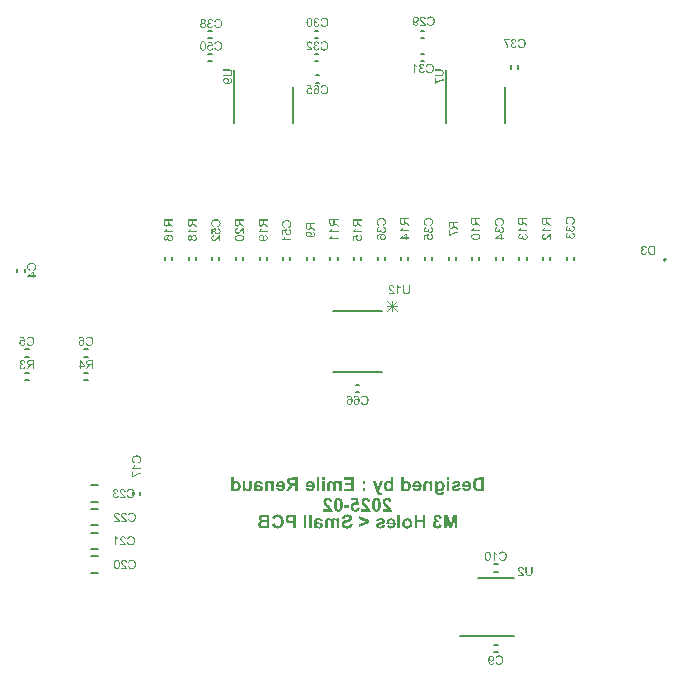
<source format=gbo>
%TF.GenerationSoftware,Altium Limited,Altium Designer,23.4.1 (23)*%
G04 Layer_Color=32896*
%FSLAX45Y45*%
%MOMM*%
%TF.SameCoordinates,71FFD784-3963-444D-9D63-9DA0FBDCC313*%
%TF.FilePolarity,Positive*%
%TF.FileFunction,Legend,Bot*%
%TF.Part,Single*%
G01*
G75*
%TA.AperFunction,NonConductor*%
%ADD78C,0.15000*%
%ADD79C,0.20000*%
%ADD87C,0.15240*%
%ADD109C,0.07620*%
G36*
X776551Y-1174234D02*
X754473D01*
Y-1153822D01*
X776551D01*
Y-1174234D01*
D02*
G37*
G36*
X-279345D02*
X-301423D01*
Y-1153822D01*
X-279345D01*
Y-1174234D01*
D02*
G37*
G36*
X303339Y-1269126D02*
X282844D01*
Y-1256879D01*
X280928Y-1259378D01*
X278845Y-1261461D01*
X276846Y-1263294D01*
X275013Y-1264794D01*
X274180Y-1265377D01*
X273347Y-1265960D01*
X272680Y-1266377D01*
X272097Y-1266793D01*
X271597Y-1267043D01*
X271264Y-1267293D01*
X271014Y-1267376D01*
X270931Y-1267460D01*
X269598Y-1268126D01*
X268348Y-1268626D01*
X265765Y-1269543D01*
X263349Y-1270126D01*
X261183Y-1270626D01*
X260267Y-1270709D01*
X259434Y-1270876D01*
X258600Y-1270959D01*
X258017D01*
X257434Y-1271042D01*
X256768D01*
X254102Y-1270876D01*
X251519Y-1270542D01*
X249103Y-1269959D01*
X246770Y-1269209D01*
X244604Y-1268376D01*
X242521Y-1267376D01*
X240605Y-1266377D01*
X238939Y-1265294D01*
X237356Y-1264211D01*
X236023Y-1263211D01*
X234857Y-1262211D01*
X233857Y-1261378D01*
X233024Y-1260628D01*
X232524Y-1260045D01*
X232107Y-1259712D01*
X232024Y-1259545D01*
X230191Y-1257296D01*
X228608Y-1254796D01*
X227275Y-1252214D01*
X226109Y-1249464D01*
X225109Y-1246798D01*
X224276Y-1244049D01*
X223609Y-1241300D01*
X223026Y-1238717D01*
X222610Y-1236218D01*
X222276Y-1233968D01*
X222110Y-1231886D01*
X221943Y-1230053D01*
X221860Y-1229303D01*
Y-1228636D01*
X221777Y-1227970D01*
Y-1227470D01*
Y-1227053D01*
Y-1226803D01*
Y-1226637D01*
Y-1226554D01*
X221860Y-1222805D01*
X222193Y-1219222D01*
X222693Y-1215973D01*
X223359Y-1212890D01*
X224109Y-1210058D01*
X224942Y-1207392D01*
X225859Y-1205059D01*
X226775Y-1202893D01*
X227692Y-1201060D01*
X228608Y-1199394D01*
X229441Y-1197978D01*
X230191Y-1196894D01*
X230858Y-1195978D01*
X231357Y-1195312D01*
X231691Y-1194978D01*
X231774Y-1194812D01*
X233690Y-1192896D01*
X235690Y-1191146D01*
X237856Y-1189646D01*
X239939Y-1188397D01*
X242105Y-1187314D01*
X244187Y-1186397D01*
X246187Y-1185731D01*
X248186Y-1185147D01*
X250019Y-1184648D01*
X251686Y-1184314D01*
X253268Y-1184064D01*
X254518Y-1183898D01*
X255601Y-1183814D01*
X256434Y-1183731D01*
X257101D01*
X259684Y-1183898D01*
X262183Y-1184231D01*
X264516Y-1184814D01*
X266765Y-1185564D01*
X268931Y-1186397D01*
X270931Y-1187397D01*
X272763Y-1188480D01*
X274430Y-1189563D01*
X275929Y-1190646D01*
X277346Y-1191729D01*
X278512Y-1192646D01*
X279428Y-1193562D01*
X280262Y-1194312D01*
X280761Y-1194895D01*
X281178Y-1195228D01*
X281261Y-1195395D01*
Y-1153822D01*
X303339D01*
Y-1269126D01*
D02*
G37*
G36*
X-178038Y-1183898D02*
X-175372Y-1184314D01*
X-172789Y-1184981D01*
X-170373Y-1185814D01*
X-168040Y-1186814D01*
X-165958Y-1187897D01*
X-163958Y-1189146D01*
X-162125Y-1190313D01*
X-160459Y-1191563D01*
X-159043Y-1192812D01*
X-157793Y-1193895D01*
X-156710Y-1194895D01*
X-155877Y-1195728D01*
X-155294Y-1196395D01*
X-154960Y-1196811D01*
X-154794Y-1196978D01*
Y-1185564D01*
X-134466D01*
Y-1269126D01*
X-156543D01*
Y-1228636D01*
Y-1226470D01*
X-156627Y-1224387D01*
X-156710Y-1222555D01*
X-156793Y-1220805D01*
X-156960Y-1219305D01*
X-157126Y-1217889D01*
X-157293Y-1216639D01*
X-157460Y-1215473D01*
X-157543Y-1214473D01*
X-157710Y-1213640D01*
X-157876Y-1212974D01*
X-158043Y-1212391D01*
X-158126Y-1211974D01*
X-158209Y-1211641D01*
X-158293Y-1211474D01*
Y-1211391D01*
X-159043Y-1209558D01*
X-159959Y-1207975D01*
X-160875Y-1206642D01*
X-161875Y-1205476D01*
X-162708Y-1204642D01*
X-163458Y-1203976D01*
X-163958Y-1203643D01*
X-164041Y-1203476D01*
X-164125D01*
X-165708Y-1202560D01*
X-167290Y-1201810D01*
X-168873Y-1201310D01*
X-170290Y-1200977D01*
X-171539Y-1200810D01*
X-172039Y-1200727D01*
X-172539Y-1200644D01*
X-173372D01*
X-174872Y-1200727D01*
X-176205Y-1200893D01*
X-177371Y-1201227D01*
X-178288Y-1201477D01*
X-179037Y-1201810D01*
X-179621Y-1202143D01*
X-179954Y-1202310D01*
X-180037Y-1202393D01*
X-180954Y-1203143D01*
X-181703Y-1203976D01*
X-182287Y-1204809D01*
X-182787Y-1205726D01*
X-183203Y-1206475D01*
X-183453Y-1207142D01*
X-183620Y-1207558D01*
X-183703Y-1207642D01*
Y-1207725D01*
X-183953Y-1208475D01*
X-184120Y-1209391D01*
X-184286Y-1210474D01*
X-184453Y-1211641D01*
X-184619Y-1214223D01*
X-184786Y-1216889D01*
X-184869Y-1218139D01*
Y-1219389D01*
X-184953Y-1220472D01*
Y-1221388D01*
Y-1222221D01*
Y-1222888D01*
Y-1223221D01*
Y-1223388D01*
Y-1269126D01*
X-207030D01*
Y-1229053D01*
Y-1226887D01*
X-207114Y-1224971D01*
X-207197Y-1223138D01*
X-207280Y-1221388D01*
X-207447Y-1219805D01*
X-207614Y-1218472D01*
X-207780Y-1217139D01*
X-207947Y-1216056D01*
X-208030Y-1215056D01*
X-208197Y-1214140D01*
X-208363Y-1213474D01*
X-208530Y-1212807D01*
X-208613Y-1212391D01*
X-208697Y-1212057D01*
X-208780Y-1211891D01*
Y-1211807D01*
X-209530Y-1209891D01*
X-210446Y-1208142D01*
X-211446Y-1206725D01*
X-212446Y-1205559D01*
X-213279Y-1204642D01*
X-214029Y-1203976D01*
X-214528Y-1203643D01*
X-214612Y-1203476D01*
X-214695D01*
X-216278Y-1202560D01*
X-217778Y-1201810D01*
X-219277Y-1201310D01*
X-220610Y-1200977D01*
X-221777Y-1200810D01*
X-222693Y-1200644D01*
X-223443D01*
X-224609Y-1200727D01*
X-225692Y-1200810D01*
X-226692Y-1201060D01*
X-227608Y-1201393D01*
X-229191Y-1202143D01*
X-230524Y-1202976D01*
X-231524Y-1203893D01*
X-232274Y-1204642D01*
X-232524Y-1204976D01*
X-232690Y-1205226D01*
X-232857Y-1205309D01*
Y-1205392D01*
X-233274Y-1206142D01*
X-233607Y-1207142D01*
X-233940Y-1208225D01*
X-234190Y-1209475D01*
X-234607Y-1212057D01*
X-234940Y-1214807D01*
X-235023Y-1216140D01*
X-235106Y-1217389D01*
Y-1218472D01*
X-235190Y-1219472D01*
Y-1220305D01*
Y-1220888D01*
Y-1221305D01*
Y-1221472D01*
Y-1269126D01*
X-257267D01*
Y-1215806D01*
Y-1213640D01*
X-257184Y-1211641D01*
X-257018Y-1209725D01*
X-256934Y-1208058D01*
X-256768Y-1206475D01*
X-256518Y-1205059D01*
X-256351Y-1203809D01*
X-256101Y-1202643D01*
X-255851Y-1201643D01*
X-255685Y-1200810D01*
X-255518Y-1200060D01*
X-255268Y-1199477D01*
X-255185Y-1199061D01*
X-255018Y-1198727D01*
X-254935Y-1198561D01*
Y-1198477D01*
X-253602Y-1195895D01*
X-252852Y-1194728D01*
X-252102Y-1193729D01*
X-251352Y-1192729D01*
X-250519Y-1191812D01*
X-249769Y-1190979D01*
X-249020Y-1190230D01*
X-248270Y-1189646D01*
X-247603Y-1189063D01*
X-247020Y-1188563D01*
X-246520Y-1188147D01*
X-246020Y-1187897D01*
X-245687Y-1187647D01*
X-245520Y-1187480D01*
X-245437D01*
X-244187Y-1186814D01*
X-242938Y-1186231D01*
X-240355Y-1185314D01*
X-237689Y-1184648D01*
X-235273Y-1184231D01*
X-234190Y-1184064D01*
X-233107Y-1183898D01*
X-232191Y-1183814D01*
X-231441D01*
X-230774Y-1183731D01*
X-229858D01*
X-227192Y-1183898D01*
X-224692Y-1184231D01*
X-222360Y-1184814D01*
X-221277Y-1185064D01*
X-220277Y-1185397D01*
X-219444Y-1185731D01*
X-218611Y-1185981D01*
X-217944Y-1186314D01*
X-217278Y-1186564D01*
X-216861Y-1186730D01*
X-216528Y-1186897D01*
X-216278Y-1187064D01*
X-216195D01*
X-213862Y-1188480D01*
X-211696Y-1190063D01*
X-209696Y-1191729D01*
X-207947Y-1193312D01*
X-207114Y-1194062D01*
X-206447Y-1194812D01*
X-205864Y-1195395D01*
X-205364Y-1195978D01*
X-204948Y-1196395D01*
X-204614Y-1196728D01*
X-204448Y-1196978D01*
X-204364Y-1197061D01*
X-202865Y-1194728D01*
X-201282Y-1192646D01*
X-199699Y-1190979D01*
X-198116Y-1189563D01*
X-196783Y-1188480D01*
X-196200Y-1188063D01*
X-195700Y-1187647D01*
X-195283Y-1187397D01*
X-194950Y-1187230D01*
X-194783Y-1187064D01*
X-194700D01*
X-192367Y-1185981D01*
X-190035Y-1185147D01*
X-187702Y-1184564D01*
X-185536Y-1184148D01*
X-184536Y-1183981D01*
X-183620Y-1183898D01*
X-182787Y-1183814D01*
X-182120D01*
X-181537Y-1183731D01*
X-180787D01*
X-178038Y-1183898D01*
D02*
G37*
G36*
X704320Y-1183814D02*
X706986Y-1184231D01*
X709485Y-1184731D01*
X711901Y-1185481D01*
X714067Y-1186314D01*
X716150Y-1187230D01*
X718066Y-1188230D01*
X719816Y-1189313D01*
X721399Y-1190313D01*
X722732Y-1191396D01*
X723898Y-1192312D01*
X724898Y-1193145D01*
X725731Y-1193895D01*
X726231Y-1194395D01*
X726647Y-1194728D01*
X726731Y-1194895D01*
X728480Y-1197061D01*
X730063Y-1199477D01*
X731396Y-1201977D01*
X732562Y-1204559D01*
X733562Y-1207225D01*
X734312Y-1209891D01*
X734978Y-1212557D01*
X735562Y-1215056D01*
X735978Y-1217473D01*
X736311Y-1219722D01*
X736478Y-1221721D01*
X736645Y-1223554D01*
X736728Y-1224304D01*
Y-1224971D01*
X736811Y-1225554D01*
Y-1226054D01*
Y-1226470D01*
Y-1226720D01*
Y-1226887D01*
Y-1226970D01*
X736728Y-1230053D01*
X736478Y-1232969D01*
X736062Y-1235801D01*
X735645Y-1238384D01*
X735062Y-1240883D01*
X734395Y-1243216D01*
X733729Y-1245299D01*
X732979Y-1247215D01*
X732229Y-1248964D01*
X731563Y-1250547D01*
X730896Y-1251880D01*
X730313Y-1252963D01*
X729813Y-1253797D01*
X729480Y-1254463D01*
X729230Y-1254796D01*
X729147Y-1254963D01*
X727230Y-1257462D01*
X725148Y-1259628D01*
X723065Y-1261545D01*
X720815Y-1263128D01*
X718566Y-1264544D01*
X716400Y-1265627D01*
X714234Y-1266627D01*
X712151Y-1267376D01*
X710151Y-1267960D01*
X708319Y-1268376D01*
X706652Y-1268709D01*
X705236Y-1268876D01*
X704070Y-1269043D01*
X703237Y-1269126D01*
X702487D01*
X699737Y-1268959D01*
X697072Y-1268543D01*
X694572Y-1267876D01*
X692156Y-1266960D01*
X689907Y-1265960D01*
X687824Y-1264794D01*
X685991Y-1263627D01*
X684241Y-1262294D01*
X682659Y-1261045D01*
X681326Y-1259878D01*
X680076Y-1258712D01*
X679159Y-1257629D01*
X678326Y-1256796D01*
X677743Y-1256129D01*
X677410Y-1255713D01*
X677327Y-1255546D01*
X677410Y-1267793D01*
Y-1269126D01*
X677493Y-1270292D01*
Y-1271459D01*
X677576Y-1272458D01*
X677660Y-1273375D01*
X677743Y-1274208D01*
X677826Y-1274958D01*
X677910Y-1275541D01*
X678076Y-1276124D01*
X678160Y-1276624D01*
X678326Y-1277291D01*
X678410Y-1277707D01*
X678493Y-1277874D01*
X679076Y-1279207D01*
X679826Y-1280373D01*
X680576Y-1281290D01*
X681242Y-1282123D01*
X681909Y-1282706D01*
X682409Y-1283122D01*
X682742Y-1283372D01*
X682908Y-1283456D01*
X683742Y-1283956D01*
X684741Y-1284372D01*
X686741Y-1284955D01*
X688907Y-1285455D01*
X690990Y-1285788D01*
X691989Y-1285872D01*
X692906Y-1285955D01*
X693739Y-1286038D01*
X694489D01*
X695072Y-1286122D01*
X697155D01*
X698321Y-1286038D01*
X699321Y-1285872D01*
X700321Y-1285705D01*
X701237Y-1285538D01*
X702070Y-1285372D01*
X703403Y-1284872D01*
X704486Y-1284455D01*
X705236Y-1284039D01*
X705653Y-1283789D01*
X705819Y-1283706D01*
X706652Y-1282956D01*
X707236Y-1282039D01*
X707735Y-1281040D01*
X708152Y-1280040D01*
X708402Y-1279123D01*
X708569Y-1278374D01*
X708735Y-1277790D01*
Y-1277707D01*
Y-1277624D01*
X733979Y-1274541D01*
X734062Y-1275624D01*
Y-1276457D01*
Y-1276791D01*
Y-1276957D01*
Y-1277124D01*
Y-1277207D01*
X733979Y-1279290D01*
X733645Y-1281206D01*
X733229Y-1283039D01*
X732646Y-1284789D01*
X731979Y-1286455D01*
X731229Y-1287954D01*
X730480Y-1289371D01*
X729646Y-1290620D01*
X728813Y-1291787D01*
X728064Y-1292787D01*
X727314Y-1293620D01*
X726647Y-1294370D01*
X726064Y-1294953D01*
X725648Y-1295369D01*
X725314Y-1295619D01*
X725231Y-1295703D01*
X723398Y-1296952D01*
X721399Y-1298119D01*
X719149Y-1299118D01*
X716733Y-1299951D01*
X714317Y-1300618D01*
X711734Y-1301201D01*
X709235Y-1301701D01*
X706819Y-1302118D01*
X704486Y-1302451D01*
X702237Y-1302617D01*
X700237Y-1302784D01*
X698488Y-1302951D01*
X697072D01*
X696488Y-1303034D01*
X692989D01*
X691073Y-1302951D01*
X689157Y-1302784D01*
X687407Y-1302617D01*
X685741Y-1302451D01*
X684241Y-1302284D01*
X682825Y-1302034D01*
X681575Y-1301784D01*
X680409Y-1301618D01*
X679409Y-1301368D01*
X678493Y-1301201D01*
X677826Y-1300951D01*
X677243Y-1300868D01*
X676827Y-1300701D01*
X676577Y-1300618D01*
X676493D01*
X673827Y-1299701D01*
X671495Y-1298618D01*
X669495Y-1297535D01*
X668579Y-1297036D01*
X667829Y-1296452D01*
X667079Y-1296036D01*
X666413Y-1295536D01*
X665913Y-1295119D01*
X665496Y-1294786D01*
X665080Y-1294536D01*
X664830Y-1294286D01*
X664746Y-1294203D01*
X664663Y-1294120D01*
X663080Y-1292453D01*
X661747Y-1290537D01*
X660581Y-1288621D01*
X659581Y-1286788D01*
X658831Y-1285122D01*
X658498Y-1284455D01*
X658248Y-1283789D01*
X658081Y-1283289D01*
X657915Y-1282956D01*
X657832Y-1282706D01*
Y-1282623D01*
X657415Y-1281206D01*
X656998Y-1279540D01*
X656665Y-1277874D01*
X656415Y-1276124D01*
X655915Y-1272458D01*
X655749Y-1270626D01*
X655665Y-1268876D01*
X655499Y-1267210D01*
Y-1265627D01*
X655416Y-1264211D01*
X655332Y-1263044D01*
Y-1262044D01*
Y-1261295D01*
Y-1260795D01*
Y-1260628D01*
Y-1185564D01*
X675994D01*
Y-1197394D01*
X677910Y-1194978D01*
X679993Y-1192896D01*
X682075Y-1191063D01*
X684241Y-1189480D01*
X686408Y-1188147D01*
X688490Y-1187064D01*
X690573Y-1186147D01*
X692573Y-1185397D01*
X694406Y-1184898D01*
X696155Y-1184481D01*
X697655Y-1184148D01*
X698988Y-1183981D01*
X700071Y-1183814D01*
X700904Y-1183731D01*
X701570D01*
X704320Y-1183814D01*
D02*
G37*
G36*
X65483Y-1207642D02*
X43406D01*
Y-1185564D01*
X65483D01*
Y-1207642D01*
D02*
G37*
G36*
X-837036Y-1183814D02*
X-834286Y-1183981D01*
X-831704Y-1184314D01*
X-829288Y-1184648D01*
X-827122Y-1185064D01*
X-825039Y-1185564D01*
X-823206Y-1186147D01*
X-821623Y-1186647D01*
X-820123Y-1187230D01*
X-818874Y-1187813D01*
X-817791Y-1188313D01*
X-816957Y-1188730D01*
X-816291Y-1189063D01*
X-815791Y-1189396D01*
X-815458Y-1189563D01*
X-815375Y-1189646D01*
X-813875Y-1190813D01*
X-812542Y-1192062D01*
X-811209Y-1193479D01*
X-810126Y-1194895D01*
X-809043Y-1196395D01*
X-808126Y-1197894D01*
X-807210Y-1199311D01*
X-806460Y-1200810D01*
X-805877Y-1202143D01*
X-805294Y-1203393D01*
X-804794Y-1204559D01*
X-804461Y-1205559D01*
X-804127Y-1206392D01*
X-803961Y-1207059D01*
X-803877Y-1207392D01*
X-803794Y-1207558D01*
X-823872Y-1211141D01*
X-824705Y-1209141D01*
X-825539Y-1207392D01*
X-826455Y-1205975D01*
X-827288Y-1204892D01*
X-827955Y-1204059D01*
X-828621Y-1203393D01*
X-828954Y-1203060D01*
X-829121Y-1202976D01*
X-830454Y-1202226D01*
X-831954Y-1201643D01*
X-833537Y-1201227D01*
X-835036Y-1200893D01*
X-836286Y-1200727D01*
X-836869D01*
X-837369Y-1200644D01*
X-839952D01*
X-841368Y-1200727D01*
X-842701Y-1200893D01*
X-843951Y-1201060D01*
X-845034Y-1201310D01*
X-845950Y-1201477D01*
X-846866Y-1201727D01*
X-847616Y-1201977D01*
X-848283Y-1202310D01*
X-848783Y-1202560D01*
X-849283Y-1202726D01*
X-849616Y-1202976D01*
X-849949Y-1203143D01*
X-850116Y-1203310D01*
X-850282Y-1203393D01*
X-850865Y-1203976D01*
X-851365Y-1204559D01*
X-852115Y-1205975D01*
X-852698Y-1207475D01*
X-853032Y-1208975D01*
X-853282Y-1210308D01*
X-853365Y-1210891D01*
Y-1211474D01*
X-853448Y-1211891D01*
Y-1212224D01*
Y-1212391D01*
Y-1212474D01*
Y-1214640D01*
X-852198Y-1215140D01*
X-850782Y-1215640D01*
X-849199Y-1216140D01*
X-847533Y-1216556D01*
X-844034Y-1217473D01*
X-840451Y-1218389D01*
X-838785Y-1218722D01*
X-837202Y-1219055D01*
X-835703Y-1219389D01*
X-834453Y-1219639D01*
X-833453Y-1219889D01*
X-832620Y-1219972D01*
X-832120Y-1220139D01*
X-831954D01*
X-829871Y-1220555D01*
X-827871Y-1220972D01*
X-826038Y-1221388D01*
X-824372Y-1221888D01*
X-822789Y-1222305D01*
X-821373Y-1222721D01*
X-820040Y-1223138D01*
X-818874Y-1223554D01*
X-817791Y-1223888D01*
X-816874Y-1224221D01*
X-816124Y-1224554D01*
X-815541Y-1224804D01*
X-815041Y-1224971D01*
X-814625Y-1225137D01*
X-814458Y-1225304D01*
X-814375D01*
X-812209Y-1226470D01*
X-810293Y-1227887D01*
X-808710Y-1229303D01*
X-807377Y-1230636D01*
X-806294Y-1231886D01*
X-805544Y-1232885D01*
X-805210Y-1233302D01*
X-805044Y-1233552D01*
X-804961Y-1233718D01*
X-804877Y-1233802D01*
X-803794Y-1235884D01*
X-802961Y-1238051D01*
X-802378Y-1240217D01*
X-801961Y-1242133D01*
X-801795Y-1243049D01*
X-801711Y-1243882D01*
X-801628Y-1244549D01*
Y-1245215D01*
X-801545Y-1245715D01*
Y-1246049D01*
Y-1246298D01*
Y-1246382D01*
X-801628Y-1248298D01*
X-801878Y-1250214D01*
X-802211Y-1251964D01*
X-802711Y-1253630D01*
X-803294Y-1255213D01*
X-803877Y-1256629D01*
X-804544Y-1257962D01*
X-805294Y-1259212D01*
X-805960Y-1260295D01*
X-806627Y-1261295D01*
X-807210Y-1262128D01*
X-807793Y-1262794D01*
X-808293Y-1263294D01*
X-808626Y-1263711D01*
X-808876Y-1263961D01*
X-808960Y-1264044D01*
X-810376Y-1265294D01*
X-811959Y-1266377D01*
X-813625Y-1267293D01*
X-815291Y-1268126D01*
X-816957Y-1268793D01*
X-818624Y-1269293D01*
X-820290Y-1269792D01*
X-821873Y-1270126D01*
X-823456Y-1270459D01*
X-824789Y-1270709D01*
X-826038Y-1270792D01*
X-827122Y-1270959D01*
X-828038D01*
X-828704Y-1271042D01*
X-829288D01*
X-831954Y-1270959D01*
X-834536Y-1270626D01*
X-836869Y-1270209D01*
X-837952Y-1269959D01*
X-838952Y-1269626D01*
X-839785Y-1269376D01*
X-840618Y-1269126D01*
X-841285Y-1268959D01*
X-841951Y-1268709D01*
X-842368Y-1268543D01*
X-842784Y-1268376D01*
X-842951Y-1268293D01*
X-843034D01*
X-845450Y-1267126D01*
X-847700Y-1265877D01*
X-849782Y-1264461D01*
X-851532Y-1263128D01*
X-852365Y-1262544D01*
X-853032Y-1261961D01*
X-853698Y-1261378D01*
X-854198Y-1260961D01*
X-854614Y-1260545D01*
X-854948Y-1260295D01*
X-855114Y-1260128D01*
X-855198Y-1260045D01*
X-855281Y-1260378D01*
X-855364Y-1260711D01*
X-855614Y-1261545D01*
X-855781Y-1261961D01*
X-855864Y-1262294D01*
X-855947Y-1262544D01*
Y-1262628D01*
X-856364Y-1264127D01*
X-856781Y-1265460D01*
X-857197Y-1266543D01*
X-857530Y-1267460D01*
X-857780Y-1268210D01*
X-857947Y-1268709D01*
X-858114Y-1269043D01*
Y-1269126D01*
X-879941D01*
X-878942Y-1266960D01*
X-878108Y-1264877D01*
X-877359Y-1262961D01*
X-876859Y-1261295D01*
X-876442Y-1259962D01*
X-876276Y-1259378D01*
X-876192Y-1258879D01*
X-876026Y-1258462D01*
Y-1258212D01*
X-875942Y-1258045D01*
Y-1257962D01*
X-875776Y-1256879D01*
X-875609Y-1255796D01*
X-875442Y-1254546D01*
X-875359Y-1253213D01*
X-875193Y-1250547D01*
X-875109Y-1247881D01*
X-875026Y-1246632D01*
Y-1245465D01*
X-874943Y-1244466D01*
Y-1243549D01*
Y-1242799D01*
Y-1242216D01*
Y-1241800D01*
Y-1241716D01*
X-875276Y-1215973D01*
Y-1213390D01*
X-875109Y-1210974D01*
X-875026Y-1208808D01*
X-874776Y-1206809D01*
X-874609Y-1204976D01*
X-874359Y-1203393D01*
X-874026Y-1201893D01*
X-873776Y-1200644D01*
X-873526Y-1199560D01*
X-873193Y-1198644D01*
X-872943Y-1197811D01*
X-872777Y-1197228D01*
X-872527Y-1196728D01*
X-872443Y-1196395D01*
X-872277Y-1196228D01*
Y-1196145D01*
X-871693Y-1195145D01*
X-871027Y-1194228D01*
X-869444Y-1192479D01*
X-867778Y-1190979D01*
X-866112Y-1189646D01*
X-864529Y-1188647D01*
X-863862Y-1188230D01*
X-863279Y-1187897D01*
X-862779Y-1187564D01*
X-862446Y-1187397D01*
X-862196Y-1187230D01*
X-862113D01*
X-860696Y-1186647D01*
X-859113Y-1186064D01*
X-857364Y-1185564D01*
X-855614Y-1185231D01*
X-851949Y-1184564D01*
X-850116Y-1184314D01*
X-848366Y-1184148D01*
X-846700Y-1183981D01*
X-845117Y-1183898D01*
X-843701Y-1183814D01*
X-842451D01*
X-841451Y-1183731D01*
X-840035D01*
X-837036Y-1183814D01*
D02*
G37*
G36*
X182787Y-1269376D02*
X183536Y-1271875D01*
X184453Y-1274125D01*
X185453Y-1276124D01*
X186369Y-1277707D01*
X186786Y-1278457D01*
X187202Y-1279040D01*
X187535Y-1279623D01*
X187869Y-1280040D01*
X188118Y-1280373D01*
X188285Y-1280623D01*
X188368Y-1280790D01*
X188452Y-1280873D01*
X189202Y-1281706D01*
X189951Y-1282373D01*
X190868Y-1282956D01*
X191784Y-1283539D01*
X193617Y-1284372D01*
X195450Y-1284872D01*
X197200Y-1285205D01*
X197866Y-1285289D01*
X198532Y-1285372D01*
X199032Y-1285455D01*
X199782D01*
X201365Y-1285372D01*
X203031Y-1285289D01*
X204531Y-1285122D01*
X206031Y-1284872D01*
X207280Y-1284705D01*
X207780Y-1284622D01*
X208197Y-1284539D01*
X208613Y-1284455D01*
X208863D01*
X209030Y-1284372D01*
X209113D01*
X207114Y-1301618D01*
X204864Y-1302118D01*
X202615Y-1302451D01*
X200532Y-1302701D01*
X198616Y-1302867D01*
X197783Y-1302951D01*
X196366D01*
X195783Y-1303034D01*
X194700D01*
X192367Y-1302951D01*
X190285Y-1302784D01*
X188368Y-1302617D01*
X186619Y-1302284D01*
X185952Y-1302201D01*
X185286Y-1302034D01*
X184703Y-1301951D01*
X184286Y-1301868D01*
X183870Y-1301784D01*
X183620Y-1301701D01*
X183453Y-1301618D01*
X183370D01*
X181537Y-1301034D01*
X179954Y-1300451D01*
X178538Y-1299868D01*
X177288Y-1299202D01*
X176288Y-1298702D01*
X175538Y-1298285D01*
X175122Y-1297952D01*
X174955Y-1297869D01*
X173706Y-1296952D01*
X172539Y-1295952D01*
X171539Y-1294869D01*
X170706Y-1293870D01*
X169956Y-1293037D01*
X169373Y-1292370D01*
X169040Y-1291870D01*
X168957Y-1291704D01*
X167957Y-1290121D01*
X166957Y-1288371D01*
X166041Y-1286455D01*
X165124Y-1284705D01*
X164458Y-1283039D01*
X164125Y-1282373D01*
X163875Y-1281706D01*
X163625Y-1281206D01*
X163541Y-1280873D01*
X163375Y-1280623D01*
Y-1280540D01*
X158043Y-1266043D01*
X128550Y-1185564D01*
X151461D01*
X171040Y-1244966D01*
X190951Y-1185564D01*
X214445D01*
X182787Y-1269376D01*
D02*
G37*
G36*
X-896437Y-1238467D02*
Y-1240633D01*
X-896604Y-1242633D01*
X-896687Y-1244549D01*
X-896937Y-1246382D01*
X-897104Y-1248048D01*
X-897354Y-1249548D01*
X-897603Y-1250964D01*
X-897937Y-1252214D01*
X-898187Y-1253297D01*
X-898437Y-1254296D01*
X-898687Y-1255130D01*
X-898936Y-1255796D01*
X-899103Y-1256379D01*
X-899270Y-1256712D01*
X-899353Y-1256962D01*
Y-1257046D01*
X-899936Y-1258295D01*
X-900603Y-1259378D01*
X-902102Y-1261461D01*
X-903769Y-1263211D01*
X-905352Y-1264710D01*
X-906768Y-1265877D01*
X-907351Y-1266293D01*
X-907934Y-1266710D01*
X-908351Y-1266960D01*
X-908767Y-1267210D01*
X-908934Y-1267293D01*
X-909017Y-1267376D01*
X-910267Y-1268043D01*
X-911600Y-1268543D01*
X-914266Y-1269459D01*
X-916765Y-1270126D01*
X-919098Y-1270542D01*
X-920181Y-1270709D01*
X-921181Y-1270876D01*
X-922014Y-1270959D01*
X-922764D01*
X-923347Y-1271042D01*
X-924180D01*
X-925680Y-1270959D01*
X-927263Y-1270876D01*
X-930095Y-1270459D01*
X-932761Y-1269792D01*
X-934011Y-1269459D01*
X-935094Y-1269126D01*
X-936177Y-1268793D01*
X-937093Y-1268459D01*
X-937843Y-1268126D01*
X-938593Y-1267793D01*
X-939093Y-1267543D01*
X-939509Y-1267376D01*
X-939759Y-1267210D01*
X-939843D01*
X-942509Y-1265627D01*
X-944925Y-1263961D01*
X-946924Y-1262211D01*
X-947841Y-1261295D01*
X-948674Y-1260462D01*
X-949424Y-1259712D01*
X-950090Y-1258962D01*
X-950673Y-1258295D01*
X-951090Y-1257712D01*
X-951423Y-1257296D01*
X-951673Y-1256962D01*
X-951840Y-1256712D01*
X-951923Y-1256629D01*
Y-1269126D01*
X-972418D01*
Y-1185564D01*
X-950340D01*
Y-1220805D01*
Y-1224054D01*
X-950257Y-1226970D01*
X-950173Y-1229553D01*
X-950090Y-1231886D01*
X-949923Y-1234052D01*
X-949840Y-1235884D01*
X-949673Y-1237467D01*
X-949507Y-1238800D01*
X-949340Y-1240050D01*
X-949174Y-1240967D01*
X-949090Y-1241800D01*
X-948924Y-1242383D01*
X-948840Y-1242799D01*
X-948757Y-1243133D01*
X-948674Y-1243299D01*
Y-1243383D01*
X-947924Y-1245049D01*
X-947008Y-1246548D01*
X-946008Y-1247798D01*
X-945008Y-1248964D01*
X-944008Y-1249798D01*
X-943258Y-1250464D01*
X-942925Y-1250714D01*
X-942675Y-1250881D01*
X-942592Y-1251047D01*
X-942509D01*
X-940759Y-1252047D01*
X-939010Y-1252797D01*
X-937343Y-1253380D01*
X-935760Y-1253713D01*
X-934344Y-1253963D01*
X-933761Y-1254047D01*
X-933344D01*
X-932928Y-1254130D01*
X-932345D01*
X-930595Y-1254047D01*
X-928929Y-1253797D01*
X-927512Y-1253380D01*
X-926346Y-1252963D01*
X-925430Y-1252630D01*
X-924680Y-1252214D01*
X-924263Y-1251964D01*
X-924097Y-1251880D01*
X-923014Y-1250964D01*
X-922097Y-1249881D01*
X-921347Y-1248881D01*
X-920681Y-1247798D01*
X-920264Y-1246965D01*
X-919931Y-1246215D01*
X-919764Y-1245715D01*
X-919681Y-1245632D01*
Y-1245549D01*
X-919515Y-1244632D01*
X-919265Y-1243466D01*
X-919181Y-1242050D01*
X-919015Y-1240467D01*
X-918931Y-1238800D01*
X-918765Y-1236968D01*
X-918681Y-1233219D01*
X-918598Y-1231469D01*
Y-1229719D01*
X-918515Y-1228136D01*
Y-1226803D01*
Y-1225637D01*
Y-1224721D01*
Y-1224387D01*
Y-1224138D01*
Y-1224054D01*
Y-1223971D01*
Y-1185564D01*
X-896437D01*
Y-1238467D01*
D02*
G37*
G36*
X926929Y-1183898D02*
X929845Y-1184231D01*
X932595Y-1184814D01*
X935177Y-1185564D01*
X937593Y-1186480D01*
X939843Y-1187480D01*
X941925Y-1188563D01*
X943842Y-1189646D01*
X945508Y-1190729D01*
X947008Y-1191812D01*
X948340Y-1192812D01*
X949424Y-1193729D01*
X950257Y-1194478D01*
X950840Y-1195062D01*
X951173Y-1195395D01*
X951340Y-1195561D01*
X953256Y-1197894D01*
X954922Y-1200310D01*
X956338Y-1202893D01*
X957588Y-1205559D01*
X958671Y-1208308D01*
X959504Y-1210974D01*
X960254Y-1213640D01*
X960837Y-1216223D01*
X961254Y-1218639D01*
X961587Y-1220888D01*
X961837Y-1222888D01*
X962004Y-1224637D01*
X962087Y-1225387D01*
Y-1226054D01*
Y-1226637D01*
X962170Y-1227137D01*
Y-1227553D01*
Y-1227803D01*
Y-1227970D01*
Y-1228053D01*
X962087Y-1231219D01*
X961837Y-1234302D01*
X961420Y-1237217D01*
X960837Y-1239883D01*
X960254Y-1242466D01*
X959588Y-1244799D01*
X958838Y-1246965D01*
X958005Y-1248964D01*
X957255Y-1250797D01*
X956505Y-1252380D01*
X955839Y-1253713D01*
X955172Y-1254796D01*
X954672Y-1255713D01*
X954256Y-1256379D01*
X954006Y-1256712D01*
X953922Y-1256879D01*
X951840Y-1259378D01*
X949507Y-1261545D01*
X947091Y-1263461D01*
X944508Y-1265044D01*
X941842Y-1266460D01*
X939176Y-1267543D01*
X936510Y-1268543D01*
X933928Y-1269293D01*
X931428Y-1269876D01*
X929095Y-1270292D01*
X927096Y-1270626D01*
X925263Y-1270792D01*
X924430Y-1270876D01*
X923763Y-1270959D01*
X923180D01*
X922597Y-1271042D01*
X921681D01*
X919181Y-1270959D01*
X916765Y-1270792D01*
X914433Y-1270459D01*
X912266Y-1270042D01*
X910267Y-1269626D01*
X908351Y-1269043D01*
X906684Y-1268459D01*
X905102Y-1267876D01*
X903685Y-1267293D01*
X902352Y-1266793D01*
X901353Y-1266210D01*
X900436Y-1265794D01*
X899686Y-1265377D01*
X899186Y-1265044D01*
X898853Y-1264877D01*
X898770Y-1264794D01*
X897104Y-1263544D01*
X895521Y-1262211D01*
X894104Y-1260711D01*
X892771Y-1259212D01*
X891605Y-1257712D01*
X890439Y-1256129D01*
X889439Y-1254630D01*
X888606Y-1253130D01*
X887773Y-1251797D01*
X887106Y-1250464D01*
X886523Y-1249298D01*
X886106Y-1248298D01*
X885690Y-1247465D01*
X885440Y-1246798D01*
X885357Y-1246465D01*
X885273Y-1246298D01*
X907268Y-1242633D01*
X908017Y-1244882D01*
X908851Y-1246715D01*
X909767Y-1248298D01*
X910683Y-1249548D01*
X911433Y-1250547D01*
X912100Y-1251214D01*
X912516Y-1251630D01*
X912600Y-1251797D01*
X912683D01*
X914099Y-1252714D01*
X915516Y-1253380D01*
X917015Y-1253880D01*
X918348Y-1254213D01*
X919598Y-1254380D01*
X920514Y-1254463D01*
X920931Y-1254546D01*
X921431D01*
X922847Y-1254463D01*
X924180Y-1254296D01*
X925430Y-1254047D01*
X926679Y-1253713D01*
X928845Y-1252797D01*
X929845Y-1252380D01*
X930678Y-1251797D01*
X931511Y-1251297D01*
X932178Y-1250881D01*
X932844Y-1250381D01*
X933344Y-1249964D01*
X933761Y-1249631D01*
X934011Y-1249381D01*
X934177Y-1249214D01*
X934261Y-1249131D01*
X935177Y-1248048D01*
X935927Y-1246882D01*
X936594Y-1245632D01*
X937260Y-1244382D01*
X937760Y-1243133D01*
X938176Y-1241883D01*
X938760Y-1239384D01*
X939010Y-1238217D01*
X939176Y-1237217D01*
X939343Y-1236218D01*
X939426Y-1235385D01*
Y-1234718D01*
X939509Y-1234218D01*
Y-1233885D01*
Y-1233802D01*
X884107D01*
X884190Y-1229220D01*
X884440Y-1224887D01*
X884940Y-1220888D01*
X885523Y-1217223D01*
X886356Y-1213807D01*
X887189Y-1210724D01*
X888189Y-1207892D01*
X889189Y-1205392D01*
X890189Y-1203226D01*
X891105Y-1201310D01*
X892022Y-1199727D01*
X892855Y-1198394D01*
X893521Y-1197394D01*
X894021Y-1196645D01*
X894438Y-1196228D01*
X894521Y-1196061D01*
X896604Y-1193895D01*
X898853Y-1191979D01*
X901186Y-1190313D01*
X903602Y-1188897D01*
X906101Y-1187730D01*
X908517Y-1186730D01*
X910933Y-1185897D01*
X913183Y-1185231D01*
X915349Y-1184731D01*
X917432Y-1184398D01*
X919181Y-1184064D01*
X920764Y-1183898D01*
X922097Y-1183814D01*
X922597D01*
X923014Y-1183731D01*
X923847D01*
X926929Y-1183898D01*
D02*
G37*
G36*
X506287D02*
X509203Y-1184231D01*
X511952Y-1184814D01*
X514535Y-1185564D01*
X516951Y-1186480D01*
X519200Y-1187480D01*
X521283Y-1188563D01*
X523199Y-1189646D01*
X524866Y-1190729D01*
X526365Y-1191812D01*
X527698Y-1192812D01*
X528781Y-1193729D01*
X529614Y-1194478D01*
X530198Y-1195062D01*
X530531Y-1195395D01*
X530697Y-1195561D01*
X532614Y-1197894D01*
X534280Y-1200310D01*
X535696Y-1202893D01*
X536946Y-1205559D01*
X538029Y-1208308D01*
X538862Y-1210974D01*
X539612Y-1213640D01*
X540195Y-1216223D01*
X540612Y-1218639D01*
X540945Y-1220888D01*
X541195Y-1222888D01*
X541361Y-1224637D01*
X541445Y-1225387D01*
Y-1226054D01*
Y-1226637D01*
X541528Y-1227137D01*
Y-1227553D01*
Y-1227803D01*
Y-1227970D01*
Y-1228053D01*
X541445Y-1231219D01*
X541195Y-1234302D01*
X540778Y-1237217D01*
X540195Y-1239883D01*
X539612Y-1242466D01*
X538945Y-1244799D01*
X538196Y-1246965D01*
X537362Y-1248964D01*
X536613Y-1250797D01*
X535863Y-1252380D01*
X535196Y-1253713D01*
X534530Y-1254796D01*
X534030Y-1255713D01*
X533613Y-1256379D01*
X533363Y-1256712D01*
X533280Y-1256879D01*
X531197Y-1259378D01*
X528865Y-1261545D01*
X526449Y-1263461D01*
X523866Y-1265044D01*
X521200Y-1266460D01*
X518534Y-1267543D01*
X515868Y-1268543D01*
X513285Y-1269293D01*
X510786Y-1269876D01*
X508453Y-1270292D01*
X506454Y-1270626D01*
X504621Y-1270792D01*
X503788Y-1270876D01*
X503121Y-1270959D01*
X502538D01*
X501955Y-1271042D01*
X501038D01*
X498539Y-1270959D01*
X496123Y-1270792D01*
X493790Y-1270459D01*
X491624Y-1270042D01*
X489625Y-1269626D01*
X487708Y-1269043D01*
X486042Y-1268459D01*
X484459Y-1267876D01*
X483043Y-1267293D01*
X481710Y-1266793D01*
X480710Y-1266210D01*
X479794Y-1265794D01*
X479044Y-1265377D01*
X478544Y-1265044D01*
X478211Y-1264877D01*
X478128Y-1264794D01*
X476461Y-1263544D01*
X474878Y-1262211D01*
X473462Y-1260711D01*
X472129Y-1259212D01*
X470963Y-1257712D01*
X469796Y-1256129D01*
X468797Y-1254630D01*
X467964Y-1253130D01*
X467130Y-1251797D01*
X466464Y-1250464D01*
X465881Y-1249298D01*
X465464Y-1248298D01*
X465048Y-1247465D01*
X464798Y-1246798D01*
X464714Y-1246465D01*
X464631Y-1246298D01*
X486625Y-1242633D01*
X487375Y-1244882D01*
X488208Y-1246715D01*
X489125Y-1248298D01*
X490041Y-1249548D01*
X490791Y-1250547D01*
X491457Y-1251214D01*
X491874Y-1251630D01*
X491957Y-1251797D01*
X492041D01*
X493457Y-1252714D01*
X494873Y-1253380D01*
X496373Y-1253880D01*
X497706Y-1254213D01*
X498956Y-1254380D01*
X499872Y-1254463D01*
X500289Y-1254546D01*
X500788D01*
X502205Y-1254463D01*
X503538Y-1254296D01*
X504787Y-1254047D01*
X506037Y-1253713D01*
X508203Y-1252797D01*
X509203Y-1252380D01*
X510036Y-1251797D01*
X510869Y-1251297D01*
X511536Y-1250881D01*
X512202Y-1250381D01*
X512702Y-1249964D01*
X513119Y-1249631D01*
X513369Y-1249381D01*
X513535Y-1249214D01*
X513618Y-1249131D01*
X514535Y-1248048D01*
X515285Y-1246882D01*
X515951Y-1245632D01*
X516618Y-1244382D01*
X517118Y-1243133D01*
X517534Y-1241883D01*
X518117Y-1239384D01*
X518367Y-1238217D01*
X518534Y-1237217D01*
X518701Y-1236218D01*
X518784Y-1235385D01*
Y-1234718D01*
X518867Y-1234218D01*
Y-1233885D01*
Y-1233802D01*
X463465D01*
X463548Y-1229220D01*
X463798Y-1224887D01*
X464298Y-1220888D01*
X464881Y-1217223D01*
X465714Y-1213807D01*
X466547Y-1210724D01*
X467547Y-1207892D01*
X468547Y-1205392D01*
X469546Y-1203226D01*
X470463Y-1201310D01*
X471379Y-1199727D01*
X472212Y-1198394D01*
X472879Y-1197394D01*
X473379Y-1196645D01*
X473795Y-1196228D01*
X473879Y-1196061D01*
X475961Y-1193895D01*
X478211Y-1191979D01*
X480544Y-1190313D01*
X482960Y-1188897D01*
X485459Y-1187730D01*
X487875Y-1186730D01*
X490291Y-1185897D01*
X492541Y-1185231D01*
X494707Y-1184731D01*
X496789Y-1184398D01*
X498539Y-1184064D01*
X500122Y-1183898D01*
X501455Y-1183814D01*
X501955D01*
X502371Y-1183731D01*
X503204D01*
X506287Y-1183898D01*
D02*
G37*
G36*
X-397565D02*
X-394649Y-1184231D01*
X-391900Y-1184814D01*
X-389317Y-1185564D01*
X-386901Y-1186480D01*
X-384652Y-1187480D01*
X-382569Y-1188563D01*
X-380653Y-1189646D01*
X-378986Y-1190729D01*
X-377487Y-1191812D01*
X-376154Y-1192812D01*
X-375071Y-1193729D01*
X-374238Y-1194478D01*
X-373654Y-1195062D01*
X-373321Y-1195395D01*
X-373154Y-1195561D01*
X-371238Y-1197894D01*
X-369572Y-1200310D01*
X-368156Y-1202893D01*
X-366906Y-1205559D01*
X-365823Y-1208308D01*
X-364990Y-1210974D01*
X-364240Y-1213640D01*
X-363657Y-1216223D01*
X-363240Y-1218639D01*
X-362907Y-1220888D01*
X-362657Y-1222888D01*
X-362491Y-1224637D01*
X-362407Y-1225387D01*
Y-1226054D01*
Y-1226637D01*
X-362324Y-1227137D01*
Y-1227553D01*
Y-1227803D01*
Y-1227970D01*
Y-1228053D01*
X-362407Y-1231219D01*
X-362657Y-1234302D01*
X-363074Y-1237217D01*
X-363657Y-1239883D01*
X-364240Y-1242466D01*
X-364907Y-1244799D01*
X-365656Y-1246965D01*
X-366489Y-1248964D01*
X-367239Y-1250797D01*
X-367989Y-1252380D01*
X-368656Y-1253713D01*
X-369322Y-1254796D01*
X-369822Y-1255713D01*
X-370239Y-1256379D01*
X-370488Y-1256712D01*
X-370572Y-1256879D01*
X-372655Y-1259378D01*
X-374987Y-1261545D01*
X-377403Y-1263461D01*
X-379986Y-1265044D01*
X-382652Y-1266460D01*
X-385318Y-1267543D01*
X-387984Y-1268543D01*
X-390567Y-1269293D01*
X-393066Y-1269876D01*
X-395399Y-1270292D01*
X-397398Y-1270626D01*
X-399231Y-1270792D01*
X-400064Y-1270876D01*
X-400731Y-1270959D01*
X-401314D01*
X-401897Y-1271042D01*
X-402814D01*
X-405313Y-1270959D01*
X-407729Y-1270792D01*
X-410062Y-1270459D01*
X-412228Y-1270042D01*
X-414227Y-1269626D01*
X-416143Y-1269043D01*
X-417810Y-1268459D01*
X-419393Y-1267876D01*
X-420809Y-1267293D01*
X-422142Y-1266793D01*
X-423142Y-1266210D01*
X-424058Y-1265794D01*
X-424808Y-1265377D01*
X-425308Y-1265044D01*
X-425641Y-1264877D01*
X-425724Y-1264794D01*
X-427391Y-1263544D01*
X-428973Y-1262211D01*
X-430390Y-1260711D01*
X-431723Y-1259212D01*
X-432889Y-1257712D01*
X-434056Y-1256129D01*
X-435055Y-1254630D01*
X-435888Y-1253130D01*
X-436722Y-1251797D01*
X-437388Y-1250464D01*
X-437971Y-1249298D01*
X-438388Y-1248298D01*
X-438804Y-1247465D01*
X-439054Y-1246798D01*
X-439138Y-1246465D01*
X-439221Y-1246298D01*
X-417226Y-1242633D01*
X-416477Y-1244882D01*
X-415644Y-1246715D01*
X-414727Y-1248298D01*
X-413811Y-1249548D01*
X-413061Y-1250547D01*
X-412394Y-1251214D01*
X-411978Y-1251630D01*
X-411895Y-1251797D01*
X-411811D01*
X-410395Y-1252714D01*
X-408979Y-1253380D01*
X-407479Y-1253880D01*
X-406146Y-1254213D01*
X-404896Y-1254380D01*
X-403980Y-1254463D01*
X-403563Y-1254546D01*
X-403063D01*
X-401647Y-1254463D01*
X-400314Y-1254296D01*
X-399064Y-1254047D01*
X-397815Y-1253713D01*
X-395649Y-1252797D01*
X-394649Y-1252380D01*
X-393816Y-1251797D01*
X-392983Y-1251297D01*
X-392316Y-1250881D01*
X-391650Y-1250381D01*
X-391150Y-1249964D01*
X-390733Y-1249631D01*
X-390483Y-1249381D01*
X-390317Y-1249214D01*
X-390233Y-1249131D01*
X-389317Y-1248048D01*
X-388567Y-1246882D01*
X-387901Y-1245632D01*
X-387234Y-1244382D01*
X-386734Y-1243133D01*
X-386318Y-1241883D01*
X-385735Y-1239384D01*
X-385485Y-1238217D01*
X-385318Y-1237217D01*
X-385151Y-1236218D01*
X-385068Y-1235385D01*
Y-1234718D01*
X-384985Y-1234218D01*
Y-1233885D01*
Y-1233802D01*
X-440387D01*
X-440304Y-1229220D01*
X-440054Y-1224887D01*
X-439554Y-1220888D01*
X-438971Y-1217223D01*
X-438138Y-1213807D01*
X-437305Y-1210724D01*
X-436305Y-1207892D01*
X-435305Y-1205392D01*
X-434305Y-1203226D01*
X-433389Y-1201310D01*
X-432473Y-1199727D01*
X-431639Y-1198394D01*
X-430973Y-1197394D01*
X-430473Y-1196645D01*
X-430057Y-1196228D01*
X-429973Y-1196061D01*
X-427890Y-1193895D01*
X-425641Y-1191979D01*
X-423308Y-1190313D01*
X-420892Y-1188897D01*
X-418393Y-1187730D01*
X-415977Y-1186730D01*
X-413561Y-1185897D01*
X-411311Y-1185231D01*
X-409145Y-1184731D01*
X-407062Y-1184398D01*
X-405313Y-1184064D01*
X-403730Y-1183898D01*
X-402397Y-1183814D01*
X-401897D01*
X-401481Y-1183731D01*
X-400647D01*
X-397565Y-1183898D01*
D02*
G37*
G36*
X-648167D02*
X-645251Y-1184231D01*
X-642502Y-1184814D01*
X-639919Y-1185564D01*
X-637503Y-1186480D01*
X-635254Y-1187480D01*
X-633171Y-1188563D01*
X-631255Y-1189646D01*
X-629589Y-1190729D01*
X-628089Y-1191812D01*
X-626756Y-1192812D01*
X-625673Y-1193729D01*
X-624840Y-1194478D01*
X-624257Y-1195062D01*
X-623924Y-1195395D01*
X-623757Y-1195561D01*
X-621841Y-1197894D01*
X-620175Y-1200310D01*
X-618758Y-1202893D01*
X-617509Y-1205559D01*
X-616425Y-1208308D01*
X-615592Y-1210974D01*
X-614843Y-1213640D01*
X-614259Y-1216223D01*
X-613843Y-1218639D01*
X-613510Y-1220888D01*
X-613260Y-1222888D01*
X-613093Y-1224637D01*
X-613010Y-1225387D01*
Y-1226054D01*
Y-1226637D01*
X-612926Y-1227137D01*
Y-1227553D01*
Y-1227803D01*
Y-1227970D01*
Y-1228053D01*
X-613010Y-1231219D01*
X-613260Y-1234302D01*
X-613676Y-1237217D01*
X-614259Y-1239883D01*
X-614843Y-1242466D01*
X-615509Y-1244799D01*
X-616259Y-1246965D01*
X-617092Y-1248964D01*
X-617842Y-1250797D01*
X-618592Y-1252380D01*
X-619258Y-1253713D01*
X-619925Y-1254796D01*
X-620424Y-1255713D01*
X-620841Y-1256379D01*
X-621091Y-1256712D01*
X-621174Y-1256879D01*
X-623257Y-1259378D01*
X-625590Y-1261545D01*
X-628006Y-1263461D01*
X-630589Y-1265044D01*
X-633255Y-1266460D01*
X-635920Y-1267543D01*
X-638586Y-1268543D01*
X-641169Y-1269293D01*
X-643669Y-1269876D01*
X-646001Y-1270292D01*
X-648001Y-1270626D01*
X-649834Y-1270792D01*
X-650667Y-1270876D01*
X-651333Y-1270959D01*
X-651916D01*
X-652500Y-1271042D01*
X-653416D01*
X-655915Y-1270959D01*
X-658331Y-1270792D01*
X-660664Y-1270459D01*
X-662830Y-1270042D01*
X-664830Y-1269626D01*
X-666746Y-1269043D01*
X-668412Y-1268459D01*
X-669995Y-1267876D01*
X-671411Y-1267293D01*
X-672744Y-1266793D01*
X-673744Y-1266210D01*
X-674661Y-1265794D01*
X-675410Y-1265377D01*
X-675910Y-1265044D01*
X-676244Y-1264877D01*
X-676327Y-1264794D01*
X-677993Y-1263544D01*
X-679576Y-1262211D01*
X-680992Y-1260711D01*
X-682325Y-1259212D01*
X-683492Y-1257712D01*
X-684658Y-1256129D01*
X-685658Y-1254630D01*
X-686491Y-1253130D01*
X-687324Y-1251797D01*
X-687990Y-1250464D01*
X-688574Y-1249298D01*
X-688990Y-1248298D01*
X-689407Y-1247465D01*
X-689657Y-1246798D01*
X-689740Y-1246465D01*
X-689823Y-1246298D01*
X-667829Y-1242633D01*
X-667079Y-1244882D01*
X-666246Y-1246715D01*
X-665330Y-1248298D01*
X-664413Y-1249548D01*
X-663663Y-1250547D01*
X-662997Y-1251214D01*
X-662580Y-1251630D01*
X-662497Y-1251797D01*
X-662414D01*
X-660997Y-1252714D01*
X-659581Y-1253380D01*
X-658081Y-1253880D01*
X-656748Y-1254213D01*
X-655499Y-1254380D01*
X-654582Y-1254463D01*
X-654166Y-1254546D01*
X-653666D01*
X-652250Y-1254463D01*
X-650917Y-1254296D01*
X-649667Y-1254047D01*
X-648417Y-1253713D01*
X-646251Y-1252797D01*
X-645251Y-1252380D01*
X-644418Y-1251797D01*
X-643585Y-1251297D01*
X-642919Y-1250881D01*
X-642252Y-1250381D01*
X-641752Y-1249964D01*
X-641336Y-1249631D01*
X-641086Y-1249381D01*
X-640919Y-1249214D01*
X-640836Y-1249131D01*
X-639919Y-1248048D01*
X-639170Y-1246882D01*
X-638503Y-1245632D01*
X-637837Y-1244382D01*
X-637337Y-1243133D01*
X-636920Y-1241883D01*
X-636337Y-1239384D01*
X-636087Y-1238217D01*
X-635920Y-1237217D01*
X-635754Y-1236218D01*
X-635671Y-1235385D01*
Y-1234718D01*
X-635587Y-1234218D01*
Y-1233885D01*
Y-1233802D01*
X-690990D01*
X-690906Y-1229220D01*
X-690656Y-1224887D01*
X-690157Y-1220888D01*
X-689573Y-1217223D01*
X-688740Y-1213807D01*
X-687907Y-1210724D01*
X-686907Y-1207892D01*
X-685908Y-1205392D01*
X-684908Y-1203226D01*
X-683992Y-1201310D01*
X-683075Y-1199727D01*
X-682242Y-1198394D01*
X-681575Y-1197394D01*
X-681076Y-1196645D01*
X-680659Y-1196228D01*
X-680576Y-1196061D01*
X-678493Y-1193895D01*
X-676244Y-1191979D01*
X-673911Y-1190313D01*
X-671495Y-1188897D01*
X-668995Y-1187730D01*
X-666579Y-1186730D01*
X-664163Y-1185897D01*
X-661914Y-1185231D01*
X-659748Y-1184731D01*
X-657665Y-1184398D01*
X-655915Y-1184064D01*
X-654332Y-1183898D01*
X-652999Y-1183814D01*
X-652500D01*
X-652083Y-1183731D01*
X-651250D01*
X-648167Y-1183898D01*
D02*
G37*
G36*
X1071892Y-1269126D02*
X1025821D01*
X1023571Y-1269043D01*
X1021488Y-1268876D01*
X1019489Y-1268709D01*
X1017656Y-1268543D01*
X1015907Y-1268376D01*
X1014407Y-1268126D01*
X1012991Y-1267876D01*
X1011741Y-1267710D01*
X1010658Y-1267460D01*
X1009658Y-1267293D01*
X1008908Y-1267043D01*
X1008325Y-1266960D01*
X1007825Y-1266793D01*
X1007575Y-1266710D01*
X1007492D01*
X1005576Y-1266043D01*
X1003826Y-1265377D01*
X1002160Y-1264627D01*
X1000577Y-1263877D01*
X999161Y-1263128D01*
X997828Y-1262378D01*
X996578Y-1261628D01*
X995495Y-1260878D01*
X994495Y-1260212D01*
X993662Y-1259545D01*
X992912Y-1259045D01*
X992246Y-1258545D01*
X991829Y-1258129D01*
X991413Y-1257796D01*
X991246Y-1257629D01*
X991163Y-1257546D01*
X989663Y-1256046D01*
X988330Y-1254380D01*
X987081Y-1252714D01*
X985831Y-1251047D01*
X984748Y-1249298D01*
X983748Y-1247631D01*
X982832Y-1245965D01*
X981999Y-1244382D01*
X981249Y-1242883D01*
X980582Y-1241550D01*
X980082Y-1240300D01*
X979666Y-1239217D01*
X979249Y-1238384D01*
X978999Y-1237717D01*
X978916Y-1237301D01*
X978833Y-1237134D01*
X978166Y-1235135D01*
X977666Y-1233135D01*
X976750Y-1228970D01*
X976083Y-1224887D01*
X975917Y-1222888D01*
X975667Y-1221055D01*
X975584Y-1219305D01*
X975417Y-1217722D01*
X975334Y-1216223D01*
Y-1215056D01*
X975250Y-1214057D01*
Y-1213307D01*
Y-1212807D01*
Y-1212640D01*
Y-1209641D01*
X975417Y-1206809D01*
X975584Y-1204059D01*
X975833Y-1201560D01*
X976167Y-1199144D01*
X976500Y-1196894D01*
X976833Y-1194812D01*
X977166Y-1192896D01*
X977500Y-1191229D01*
X977833Y-1189730D01*
X978166Y-1188480D01*
X978499Y-1187397D01*
X978749Y-1186480D01*
X978916Y-1185897D01*
X978999Y-1185481D01*
X979083Y-1185397D01*
X979832Y-1183398D01*
X980666Y-1181398D01*
X981499Y-1179566D01*
X982415Y-1177816D01*
X983332Y-1176150D01*
X984248Y-1174650D01*
X985081Y-1173234D01*
X985998Y-1171901D01*
X986831Y-1170735D01*
X987580Y-1169735D01*
X988247Y-1168818D01*
X988913Y-1168069D01*
X989413Y-1167485D01*
X989747Y-1167069D01*
X989996Y-1166819D01*
X990080Y-1166736D01*
X991496Y-1165319D01*
X992912Y-1164070D01*
X994412Y-1162903D01*
X995828Y-1161820D01*
X997328Y-1160904D01*
X998744Y-1159987D01*
X1000161Y-1159237D01*
X1001494Y-1158488D01*
X1002743Y-1157904D01*
X1003910Y-1157405D01*
X1004909Y-1156988D01*
X1005826Y-1156655D01*
X1006492Y-1156405D01*
X1007075Y-1156238D01*
X1007409Y-1156072D01*
X1007492D01*
X1008992Y-1155655D01*
X1010575Y-1155322D01*
X1012324Y-1154989D01*
X1014074Y-1154739D01*
X1017739Y-1154405D01*
X1019489Y-1154239D01*
X1021238Y-1154072D01*
X1022905Y-1153989D01*
X1024404Y-1153905D01*
X1025821D01*
X1027070Y-1153822D01*
X1071892D01*
Y-1269126D01*
D02*
G37*
G36*
X776551D02*
X754473D01*
Y-1185564D01*
X776551D01*
Y-1269126D01*
D02*
G37*
G36*
X588683Y-1183898D02*
X591599Y-1184314D01*
X594348Y-1185064D01*
X596930Y-1185981D01*
X599347Y-1186980D01*
X601679Y-1188230D01*
X603762Y-1189480D01*
X605595Y-1190813D01*
X607344Y-1192146D01*
X608844Y-1193395D01*
X610094Y-1194645D01*
X611177Y-1195645D01*
X612093Y-1196561D01*
X612676Y-1197311D01*
X613010Y-1197728D01*
X613176Y-1197894D01*
Y-1185564D01*
X633671D01*
Y-1269126D01*
X611593D01*
Y-1231386D01*
Y-1228886D01*
X611510Y-1226554D01*
X611427Y-1224387D01*
X611343Y-1222471D01*
X611177Y-1220722D01*
X611094Y-1219139D01*
X610927Y-1217806D01*
X610760Y-1216556D01*
X610594Y-1215473D01*
X610427Y-1214557D01*
X610344Y-1213807D01*
X610177Y-1213224D01*
X610094Y-1212807D01*
X610010Y-1212474D01*
X609927Y-1212307D01*
Y-1212224D01*
X609177Y-1210391D01*
X608261Y-1208725D01*
X607178Y-1207225D01*
X606178Y-1206059D01*
X605178Y-1205059D01*
X604429Y-1204393D01*
X604095Y-1204143D01*
X603845Y-1203976D01*
X603762Y-1203809D01*
X603679D01*
X601929Y-1202726D01*
X600096Y-1201977D01*
X598347Y-1201393D01*
X596764Y-1201060D01*
X595348Y-1200810D01*
X594764Y-1200727D01*
X594264D01*
X593848Y-1200644D01*
X593265D01*
X591682Y-1200727D01*
X590182Y-1200977D01*
X588849Y-1201393D01*
X587766Y-1201727D01*
X586850Y-1202143D01*
X586183Y-1202560D01*
X585767Y-1202810D01*
X585600Y-1202893D01*
X584517Y-1203809D01*
X583517Y-1204726D01*
X582767Y-1205809D01*
X582101Y-1206809D01*
X581601Y-1207642D01*
X581268Y-1208392D01*
X581101Y-1208891D01*
X581018Y-1208975D01*
Y-1209058D01*
X580768Y-1209891D01*
X580518Y-1210974D01*
X580351Y-1212141D01*
X580185Y-1213474D01*
X580018Y-1214890D01*
X579852Y-1216389D01*
X579685Y-1219305D01*
X579602Y-1220722D01*
Y-1222055D01*
Y-1223304D01*
X579518Y-1224387D01*
Y-1225304D01*
Y-1225970D01*
Y-1226387D01*
Y-1226554D01*
Y-1269126D01*
X557441D01*
Y-1217306D01*
Y-1215556D01*
X557524Y-1213890D01*
Y-1212307D01*
X557607Y-1210891D01*
X557691Y-1209558D01*
X557857Y-1208308D01*
X557940Y-1207225D01*
X558024Y-1206225D01*
X558190Y-1205309D01*
X558274Y-1204559D01*
X558357Y-1203893D01*
X558524Y-1203310D01*
X558607Y-1202893D01*
Y-1202643D01*
X558690Y-1202476D01*
Y-1202393D01*
X559273Y-1200477D01*
X559940Y-1198727D01*
X560606Y-1197228D01*
X561356Y-1195811D01*
X562023Y-1194728D01*
X562606Y-1193895D01*
X562773Y-1193562D01*
X562939Y-1193312D01*
X563106Y-1193229D01*
Y-1193145D01*
X564355Y-1191646D01*
X565855Y-1190396D01*
X567355Y-1189230D01*
X568854Y-1188230D01*
X570187Y-1187480D01*
X570771Y-1187147D01*
X571270Y-1186897D01*
X571687Y-1186647D01*
X572020Y-1186480D01*
X572187Y-1186397D01*
X572270D01*
X574603Y-1185481D01*
X576852Y-1184814D01*
X579102Y-1184398D01*
X581185Y-1184064D01*
X582101Y-1183981D01*
X582934Y-1183898D01*
X583684Y-1183814D01*
X584350Y-1183731D01*
X585600D01*
X588683Y-1183898D01*
D02*
G37*
G36*
X65483Y-1269126D02*
X43406D01*
Y-1247048D01*
X65483D01*
Y-1269126D01*
D02*
G37*
G36*
X-28909D02*
X-116553D01*
Y-1249631D01*
X-52153D01*
Y-1218389D01*
X-110055D01*
Y-1198894D01*
X-52153D01*
Y-1173317D01*
X-114387D01*
Y-1153822D01*
X-28909D01*
Y-1269126D01*
D02*
G37*
G36*
X-279345D02*
X-301423D01*
Y-1185564D01*
X-279345D01*
Y-1269126D01*
D02*
G37*
G36*
X-324084D02*
X-346161D01*
Y-1153822D01*
X-324084D01*
Y-1269126D01*
D02*
G37*
G36*
X-503371D02*
X-526615D01*
Y-1220972D01*
X-532697D01*
X-534113Y-1221055D01*
X-535363D01*
X-536446Y-1221138D01*
X-537529Y-1221305D01*
X-538529Y-1221388D01*
X-539362Y-1221472D01*
X-540112Y-1221638D01*
X-540778Y-1221721D01*
X-541361Y-1221888D01*
X-541861Y-1221971D01*
X-542278Y-1222055D01*
X-542528Y-1222138D01*
X-542778Y-1222221D01*
X-542944Y-1222305D01*
X-544361Y-1222888D01*
X-545610Y-1223638D01*
X-546777Y-1224387D01*
X-547860Y-1225221D01*
X-548693Y-1225970D01*
X-549359Y-1226554D01*
X-549776Y-1226970D01*
X-549943Y-1227137D01*
X-550609Y-1227887D01*
X-551442Y-1228886D01*
X-552359Y-1229969D01*
X-553275Y-1231219D01*
X-554275Y-1232635D01*
X-555274Y-1234052D01*
X-557357Y-1236884D01*
X-558357Y-1238301D01*
X-559273Y-1239634D01*
X-560107Y-1240800D01*
X-560856Y-1241883D01*
X-561440Y-1242799D01*
X-561856Y-1243466D01*
X-562189Y-1243882D01*
X-562273Y-1244049D01*
X-579018Y-1269126D01*
X-606928D01*
X-592848Y-1246632D01*
X-591349Y-1244216D01*
X-589849Y-1241966D01*
X-588516Y-1239967D01*
X-587266Y-1238051D01*
X-586100Y-1236384D01*
X-585017Y-1234801D01*
X-584017Y-1233468D01*
X-583101Y-1232302D01*
X-582268Y-1231219D01*
X-581601Y-1230303D01*
X-581018Y-1229553D01*
X-580518Y-1228970D01*
X-580101Y-1228553D01*
X-579852Y-1228220D01*
X-579685Y-1228053D01*
X-579602Y-1227970D01*
X-577685Y-1226054D01*
X-575603Y-1224221D01*
X-573520Y-1222555D01*
X-571520Y-1221055D01*
X-570604Y-1220472D01*
X-569771Y-1219889D01*
X-569021Y-1219389D01*
X-568354Y-1218972D01*
X-567855Y-1218639D01*
X-567438Y-1218389D01*
X-567188Y-1218306D01*
X-567105Y-1218222D01*
X-569854Y-1217722D01*
X-572437Y-1217139D01*
X-574853Y-1216473D01*
X-577102Y-1215640D01*
X-579185Y-1214807D01*
X-581018Y-1213890D01*
X-582684Y-1213057D01*
X-584267Y-1212141D01*
X-585600Y-1211224D01*
X-586766Y-1210391D01*
X-587683Y-1209641D01*
X-588516Y-1208975D01*
X-589099Y-1208392D01*
X-589599Y-1207975D01*
X-589849Y-1207725D01*
X-589932Y-1207642D01*
X-591265Y-1205975D01*
X-592432Y-1204309D01*
X-593515Y-1202476D01*
X-594348Y-1200727D01*
X-595098Y-1198894D01*
X-595764Y-1197144D01*
X-596264Y-1195395D01*
X-596681Y-1193729D01*
X-596930Y-1192146D01*
X-597180Y-1190729D01*
X-597347Y-1189396D01*
X-597514Y-1188313D01*
Y-1187397D01*
X-597597Y-1186730D01*
Y-1186314D01*
Y-1186147D01*
X-597514Y-1184231D01*
X-597347Y-1182482D01*
X-597097Y-1180732D01*
X-596847Y-1179066D01*
X-596431Y-1177483D01*
X-596014Y-1175983D01*
X-595514Y-1174567D01*
X-595098Y-1173317D01*
X-594598Y-1172151D01*
X-594098Y-1171068D01*
X-593681Y-1170235D01*
X-593348Y-1169485D01*
X-593015Y-1168902D01*
X-592765Y-1168402D01*
X-592598Y-1168152D01*
X-592515Y-1168069D01*
X-591515Y-1166652D01*
X-590515Y-1165319D01*
X-589432Y-1164070D01*
X-588349Y-1162986D01*
X-587183Y-1161987D01*
X-586100Y-1161070D01*
X-585017Y-1160237D01*
X-583934Y-1159487D01*
X-582934Y-1158904D01*
X-582018Y-1158404D01*
X-581185Y-1157904D01*
X-580518Y-1157571D01*
X-579935Y-1157321D01*
X-579435Y-1157155D01*
X-579185Y-1156988D01*
X-579102D01*
X-577435Y-1156405D01*
X-575519Y-1155905D01*
X-573520Y-1155488D01*
X-571437Y-1155155D01*
X-566938Y-1154572D01*
X-564772Y-1154405D01*
X-562606Y-1154239D01*
X-560523Y-1154072D01*
X-558607Y-1153989D01*
X-556857Y-1153905D01*
X-555274D01*
X-554025Y-1153822D01*
X-503371D01*
Y-1269126D01*
D02*
G37*
G36*
X-753724Y-1183898D02*
X-750808Y-1184314D01*
X-748058Y-1185064D01*
X-745476Y-1185981D01*
X-743060Y-1186980D01*
X-740727Y-1188230D01*
X-738644Y-1189480D01*
X-736811Y-1190813D01*
X-735062Y-1192146D01*
X-733562Y-1193395D01*
X-732312Y-1194645D01*
X-731229Y-1195645D01*
X-730313Y-1196561D01*
X-729730Y-1197311D01*
X-729397Y-1197728D01*
X-729230Y-1197894D01*
Y-1185564D01*
X-708735D01*
Y-1269126D01*
X-730813D01*
Y-1231386D01*
Y-1228886D01*
X-730896Y-1226554D01*
X-730979Y-1224387D01*
X-731063Y-1222471D01*
X-731229Y-1220722D01*
X-731313Y-1219139D01*
X-731479Y-1217806D01*
X-731646Y-1216556D01*
X-731813Y-1215473D01*
X-731979Y-1214557D01*
X-732063Y-1213807D01*
X-732229Y-1213224D01*
X-732312Y-1212807D01*
X-732396Y-1212474D01*
X-732479Y-1212307D01*
Y-1212224D01*
X-733229Y-1210391D01*
X-734145Y-1208725D01*
X-735228Y-1207225D01*
X-736228Y-1206059D01*
X-737228Y-1205059D01*
X-737978Y-1204393D01*
X-738311Y-1204143D01*
X-738561Y-1203976D01*
X-738644Y-1203809D01*
X-738728D01*
X-740477Y-1202726D01*
X-742310Y-1201977D01*
X-744059Y-1201393D01*
X-745642Y-1201060D01*
X-747059Y-1200810D01*
X-747642Y-1200727D01*
X-748142D01*
X-748558Y-1200644D01*
X-749142D01*
X-750724Y-1200727D01*
X-752224Y-1200977D01*
X-753557Y-1201393D01*
X-754640Y-1201727D01*
X-755557Y-1202143D01*
X-756223Y-1202560D01*
X-756640Y-1202810D01*
X-756806Y-1202893D01*
X-757889Y-1203809D01*
X-758889Y-1204726D01*
X-759639Y-1205809D01*
X-760305Y-1206809D01*
X-760805Y-1207642D01*
X-761138Y-1208392D01*
X-761305Y-1208891D01*
X-761388Y-1208975D01*
Y-1209058D01*
X-761638Y-1209891D01*
X-761888Y-1210974D01*
X-762055Y-1212141D01*
X-762221Y-1213474D01*
X-762388Y-1214890D01*
X-762555Y-1216389D01*
X-762721Y-1219305D01*
X-762805Y-1220722D01*
Y-1222055D01*
Y-1223304D01*
X-762888Y-1224387D01*
Y-1225304D01*
Y-1225970D01*
Y-1226387D01*
Y-1226554D01*
Y-1269126D01*
X-784966D01*
Y-1217306D01*
Y-1215556D01*
X-784882Y-1213890D01*
Y-1212307D01*
X-784799Y-1210891D01*
X-784716Y-1209558D01*
X-784549Y-1208308D01*
X-784466Y-1207225D01*
X-784382Y-1206225D01*
X-784216Y-1205309D01*
X-784133Y-1204559D01*
X-784049Y-1203893D01*
X-783883Y-1203310D01*
X-783799Y-1202893D01*
Y-1202643D01*
X-783716Y-1202476D01*
Y-1202393D01*
X-783133Y-1200477D01*
X-782466Y-1198727D01*
X-781800Y-1197228D01*
X-781050Y-1195811D01*
X-780384Y-1194728D01*
X-779800Y-1193895D01*
X-779634Y-1193562D01*
X-779467Y-1193312D01*
X-779300Y-1193229D01*
Y-1193145D01*
X-778051Y-1191646D01*
X-776551Y-1190396D01*
X-775052Y-1189230D01*
X-773552Y-1188230D01*
X-772219Y-1187480D01*
X-771636Y-1187147D01*
X-771136Y-1186897D01*
X-770719Y-1186647D01*
X-770386Y-1186480D01*
X-770219Y-1186397D01*
X-770136D01*
X-767803Y-1185481D01*
X-765554Y-1184814D01*
X-763305Y-1184398D01*
X-761222Y-1184064D01*
X-760305Y-1183981D01*
X-759472Y-1183898D01*
X-758722Y-1183814D01*
X-758056Y-1183731D01*
X-756806D01*
X-753724Y-1183898D01*
D02*
G37*
G36*
X839035Y-1183814D02*
X842118Y-1184064D01*
X844950Y-1184398D01*
X847533Y-1184898D01*
X849949Y-1185481D01*
X852115Y-1186064D01*
X854031Y-1186730D01*
X855781Y-1187397D01*
X857364Y-1188147D01*
X858697Y-1188813D01*
X859780Y-1189396D01*
X860696Y-1189980D01*
X861446Y-1190479D01*
X861946Y-1190813D01*
X862279Y-1191063D01*
X862363Y-1191146D01*
X863862Y-1192562D01*
X865195Y-1194062D01*
X866278Y-1195561D01*
X867278Y-1197144D01*
X868111Y-1198644D01*
X868778Y-1200144D01*
X869361Y-1201643D01*
X869777Y-1203060D01*
X870111Y-1204393D01*
X870444Y-1205559D01*
X870610Y-1206642D01*
X870694Y-1207558D01*
X870777Y-1208308D01*
X870860Y-1208891D01*
Y-1209225D01*
Y-1209391D01*
X870777Y-1211557D01*
X870444Y-1213640D01*
X869944Y-1215640D01*
X869361Y-1217389D01*
X868611Y-1219139D01*
X867778Y-1220638D01*
X866861Y-1222055D01*
X865945Y-1223304D01*
X865028Y-1224471D01*
X864112Y-1225470D01*
X863279Y-1226304D01*
X862529Y-1226970D01*
X861946Y-1227553D01*
X861446Y-1227887D01*
X861113Y-1228136D01*
X861030Y-1228220D01*
X860280Y-1228636D01*
X859447Y-1229136D01*
X858530Y-1229636D01*
X857530Y-1230053D01*
X855198Y-1230969D01*
X852698Y-1231969D01*
X849949Y-1232885D01*
X847116Y-1233718D01*
X844284Y-1234635D01*
X841368Y-1235385D01*
X838619Y-1236134D01*
X835953Y-1236801D01*
X833537Y-1237467D01*
X832454Y-1237717D01*
X831370Y-1237967D01*
X830454Y-1238217D01*
X829621Y-1238384D01*
X828871Y-1238550D01*
X828288Y-1238717D01*
X827788Y-1238800D01*
X827455Y-1238884D01*
X827205Y-1238967D01*
X827122D01*
X826122Y-1239217D01*
X825122Y-1239467D01*
X824289Y-1239717D01*
X823539Y-1239967D01*
X822206Y-1240467D01*
X821290Y-1240883D01*
X820540Y-1241300D01*
X820040Y-1241633D01*
X819790Y-1241800D01*
X819707Y-1241883D01*
X819207Y-1242549D01*
X818790Y-1243216D01*
X818540Y-1243966D01*
X818290Y-1244549D01*
X818207Y-1245132D01*
X818124Y-1245632D01*
Y-1245965D01*
Y-1246049D01*
X818207Y-1247382D01*
X818540Y-1248548D01*
X819040Y-1249548D01*
X819540Y-1250381D01*
X820123Y-1251047D01*
X820540Y-1251547D01*
X820873Y-1251880D01*
X821040Y-1251964D01*
X821873Y-1252464D01*
X822873Y-1252963D01*
X824872Y-1253713D01*
X827038Y-1254296D01*
X829121Y-1254630D01*
X830121Y-1254796D01*
X831037Y-1254880D01*
X831787Y-1254963D01*
X832537D01*
X833120Y-1255046D01*
X835369D01*
X836702Y-1254880D01*
X837952Y-1254713D01*
X839118Y-1254546D01*
X840202Y-1254296D01*
X841201Y-1253963D01*
X842118Y-1253713D01*
X842951Y-1253380D01*
X843701Y-1253047D01*
X844367Y-1252797D01*
X844867Y-1252464D01*
X845284Y-1252214D01*
X845700Y-1252047D01*
X845950Y-1251880D01*
X846033Y-1251714D01*
X846117D01*
X847616Y-1250297D01*
X848866Y-1248798D01*
X849782Y-1247132D01*
X850532Y-1245549D01*
X851115Y-1244132D01*
X851365Y-1243466D01*
X851532Y-1242966D01*
X851615Y-1242466D01*
X851699Y-1242133D01*
X851782Y-1241966D01*
Y-1241883D01*
X873943Y-1245299D01*
X873276Y-1247465D01*
X872527Y-1249548D01*
X871610Y-1251464D01*
X870694Y-1253297D01*
X869611Y-1254963D01*
X868528Y-1256463D01*
X867445Y-1257879D01*
X866361Y-1259212D01*
X865278Y-1260295D01*
X864362Y-1261295D01*
X863446Y-1262128D01*
X862612Y-1262878D01*
X861946Y-1263377D01*
X861446Y-1263794D01*
X861113Y-1264044D01*
X861030Y-1264127D01*
X859113Y-1265377D01*
X857031Y-1266377D01*
X854781Y-1267293D01*
X852615Y-1268126D01*
X850282Y-1268793D01*
X848033Y-1269376D01*
X845867Y-1269792D01*
X843701Y-1270209D01*
X841701Y-1270459D01*
X839868Y-1270709D01*
X838202Y-1270792D01*
X836786Y-1270959D01*
X835619D01*
X834703Y-1271042D01*
X833953D01*
X830537Y-1270959D01*
X827371Y-1270709D01*
X824372Y-1270292D01*
X821623Y-1269709D01*
X819040Y-1269126D01*
X816791Y-1268459D01*
X814625Y-1267710D01*
X812792Y-1266877D01*
X811126Y-1266127D01*
X809626Y-1265377D01*
X808460Y-1264710D01*
X807377Y-1264044D01*
X806627Y-1263544D01*
X806044Y-1263128D01*
X805710Y-1262878D01*
X805627Y-1262794D01*
X803961Y-1261211D01*
X802461Y-1259545D01*
X801128Y-1257879D01*
X800045Y-1256213D01*
X799129Y-1254546D01*
X798296Y-1252880D01*
X797712Y-1251297D01*
X797129Y-1249798D01*
X796796Y-1248381D01*
X796463Y-1247132D01*
X796296Y-1245965D01*
X796129Y-1244966D01*
X796046Y-1244132D01*
X795963Y-1243549D01*
Y-1243216D01*
Y-1243049D01*
X796046Y-1241133D01*
X796296Y-1239300D01*
X796629Y-1237634D01*
X797046Y-1236051D01*
X797546Y-1234552D01*
X798212Y-1233219D01*
X798795Y-1232052D01*
X799462Y-1230886D01*
X800128Y-1229886D01*
X800712Y-1229053D01*
X801295Y-1228303D01*
X801878Y-1227720D01*
X802295Y-1227220D01*
X802628Y-1226887D01*
X802878Y-1226720D01*
X802961Y-1226637D01*
X804377Y-1225554D01*
X806044Y-1224554D01*
X807793Y-1223554D01*
X809793Y-1222638D01*
X811792Y-1221805D01*
X813875Y-1220972D01*
X817874Y-1219555D01*
X819873Y-1218889D01*
X821623Y-1218389D01*
X823289Y-1217889D01*
X824789Y-1217556D01*
X825955Y-1217223D01*
X826872Y-1216973D01*
X827205Y-1216889D01*
X827455D01*
X827538Y-1216806D01*
X827621D01*
X829204Y-1216473D01*
X830787Y-1216056D01*
X833537Y-1215390D01*
X836036Y-1214723D01*
X838285Y-1214140D01*
X840202Y-1213640D01*
X841868Y-1213057D01*
X843284Y-1212640D01*
X844534Y-1212224D01*
X845533Y-1211891D01*
X846283Y-1211557D01*
X846950Y-1211224D01*
X847450Y-1211058D01*
X847783Y-1210891D01*
X848033Y-1210724D01*
X848199Y-1210641D01*
X848949Y-1209974D01*
X849449Y-1209308D01*
X849866Y-1208641D01*
X850116Y-1207975D01*
X850282Y-1207475D01*
X850366Y-1207059D01*
Y-1206725D01*
Y-1206642D01*
X850282Y-1205642D01*
X849949Y-1204726D01*
X849532Y-1203976D01*
X849116Y-1203310D01*
X848616Y-1202810D01*
X848283Y-1202476D01*
X847950Y-1202226D01*
X847866Y-1202143D01*
X847116Y-1201727D01*
X846283Y-1201310D01*
X844367Y-1200727D01*
X842284Y-1200227D01*
X840202Y-1199977D01*
X839202Y-1199810D01*
X838369D01*
X837536Y-1199727D01*
X836786Y-1199644D01*
X835369D01*
X832953Y-1199727D01*
X830787Y-1200060D01*
X828954Y-1200477D01*
X827455Y-1200977D01*
X826288Y-1201477D01*
X825872Y-1201727D01*
X825455Y-1201893D01*
X825205Y-1202060D01*
X824955Y-1202226D01*
X824789Y-1202310D01*
X823456Y-1203393D01*
X822373Y-1204559D01*
X821540Y-1205809D01*
X820790Y-1206975D01*
X820290Y-1208058D01*
X819873Y-1208891D01*
X819790Y-1209225D01*
X819707Y-1209475D01*
X819623Y-1209641D01*
Y-1209725D01*
X798795Y-1205892D01*
X799462Y-1203893D01*
X800212Y-1202060D01*
X801045Y-1200310D01*
X801961Y-1198727D01*
X802878Y-1197228D01*
X803794Y-1195895D01*
X804794Y-1194645D01*
X805710Y-1193562D01*
X806627Y-1192562D01*
X807460Y-1191729D01*
X808293Y-1191063D01*
X808960Y-1190396D01*
X809459Y-1189980D01*
X809959Y-1189646D01*
X810209Y-1189480D01*
X810293Y-1189396D01*
X811959Y-1188397D01*
X813792Y-1187564D01*
X815708Y-1186730D01*
X817791Y-1186147D01*
X819873Y-1185564D01*
X822040Y-1185147D01*
X824122Y-1184731D01*
X826122Y-1184398D01*
X828121Y-1184231D01*
X829954Y-1184064D01*
X831537Y-1183898D01*
X832953Y-1183814D01*
X834120Y-1183731D01*
X835786D01*
X839035Y-1183814D01*
D02*
G37*
G36*
X390983Y-1195395D02*
X392983Y-1193312D01*
X394982Y-1191563D01*
X396982Y-1189980D01*
X399064Y-1188647D01*
X401147Y-1187480D01*
X403147Y-1186564D01*
X405063Y-1185814D01*
X406979Y-1185147D01*
X408645Y-1184731D01*
X410228Y-1184314D01*
X411645Y-1184064D01*
X412894Y-1183898D01*
X413894Y-1183814D01*
X414644Y-1183731D01*
X415227D01*
X418060Y-1183814D01*
X420726Y-1184231D01*
X423225Y-1184731D01*
X425641Y-1185481D01*
X427890Y-1186314D01*
X429973Y-1187230D01*
X431889Y-1188230D01*
X433639Y-1189230D01*
X435222Y-1190313D01*
X436555Y-1191313D01*
X437805Y-1192229D01*
X438721Y-1193062D01*
X439554Y-1193812D01*
X440054Y-1194312D01*
X440471Y-1194645D01*
X440554Y-1194812D01*
X442303Y-1196978D01*
X443803Y-1199394D01*
X445136Y-1201893D01*
X446302Y-1204559D01*
X447219Y-1207225D01*
X448052Y-1209891D01*
X448718Y-1212557D01*
X449218Y-1215140D01*
X449635Y-1217556D01*
X449968Y-1219805D01*
X450135Y-1221888D01*
X450301Y-1223638D01*
X450385Y-1224387D01*
Y-1225137D01*
X450468Y-1225720D01*
Y-1226220D01*
Y-1226637D01*
Y-1226887D01*
Y-1227053D01*
Y-1227137D01*
X450385Y-1230886D01*
X450051Y-1234468D01*
X449552Y-1237801D01*
X448885Y-1240967D01*
X448052Y-1243799D01*
X447219Y-1246465D01*
X446302Y-1248881D01*
X445303Y-1251047D01*
X444386Y-1253047D01*
X443470Y-1254713D01*
X442553Y-1256129D01*
X441804Y-1257296D01*
X441137Y-1258212D01*
X440637Y-1258962D01*
X440304Y-1259295D01*
X440221Y-1259462D01*
X438221Y-1261461D01*
X436222Y-1263294D01*
X434139Y-1264794D01*
X432056Y-1266127D01*
X429973Y-1267293D01*
X427890Y-1268210D01*
X425891Y-1268959D01*
X424058Y-1269626D01*
X422309Y-1270042D01*
X420642Y-1270459D01*
X419226Y-1270709D01*
X417976Y-1270876D01*
X416977Y-1270959D01*
X416227Y-1271042D01*
X415560D01*
X412894Y-1270876D01*
X410395Y-1270459D01*
X407979Y-1269959D01*
X405896Y-1269293D01*
X404980Y-1268959D01*
X404147Y-1268626D01*
X403397Y-1268376D01*
X402730Y-1268126D01*
X402230Y-1267876D01*
X401897Y-1267710D01*
X401647Y-1267543D01*
X401564D01*
X400231Y-1266877D01*
X399064Y-1266043D01*
X396732Y-1264377D01*
X394649Y-1262628D01*
X392816Y-1260878D01*
X392066Y-1260045D01*
X391400Y-1259295D01*
X390817Y-1258629D01*
X390317Y-1258045D01*
X389900Y-1257546D01*
X389650Y-1257212D01*
X389484Y-1256962D01*
X389400Y-1256879D01*
Y-1269126D01*
X368906D01*
Y-1153822D01*
X390983D01*
Y-1195395D01*
D02*
G37*
G36*
X-1049815D02*
X-1047815Y-1193312D01*
X-1045816Y-1191563D01*
X-1043816Y-1189980D01*
X-1041733Y-1188647D01*
X-1039650Y-1187480D01*
X-1037651Y-1186564D01*
X-1035735Y-1185814D01*
X-1033819Y-1185147D01*
X-1032152Y-1184731D01*
X-1030569Y-1184314D01*
X-1029153Y-1184064D01*
X-1027903Y-1183898D01*
X-1026904Y-1183814D01*
X-1026154Y-1183731D01*
X-1025571D01*
X-1022738Y-1183814D01*
X-1020072Y-1184231D01*
X-1017573Y-1184731D01*
X-1015157Y-1185481D01*
X-1012907Y-1186314D01*
X-1010824Y-1187230D01*
X-1008908Y-1188230D01*
X-1007159Y-1189230D01*
X-1005576Y-1190313D01*
X-1004243Y-1191313D01*
X-1002993Y-1192229D01*
X-1002077Y-1193062D01*
X-1001244Y-1193812D01*
X-1000744Y-1194312D01*
X-1000327Y-1194645D01*
X-1000244Y-1194812D01*
X-998494Y-1196978D01*
X-996995Y-1199394D01*
X-995662Y-1201893D01*
X-994495Y-1204559D01*
X-993579Y-1207225D01*
X-992746Y-1209891D01*
X-992079Y-1212557D01*
X-991579Y-1215140D01*
X-991163Y-1217556D01*
X-990830Y-1219805D01*
X-990663Y-1221888D01*
X-990496Y-1223638D01*
X-990413Y-1224387D01*
Y-1225137D01*
X-990330Y-1225720D01*
Y-1226220D01*
Y-1226637D01*
Y-1226887D01*
Y-1227053D01*
Y-1227137D01*
X-990413Y-1230886D01*
X-990746Y-1234468D01*
X-991246Y-1237801D01*
X-991913Y-1240967D01*
X-992746Y-1243799D01*
X-993579Y-1246465D01*
X-994495Y-1248881D01*
X-995495Y-1251047D01*
X-996412Y-1253047D01*
X-997328Y-1254713D01*
X-998244Y-1256129D01*
X-998994Y-1257296D01*
X-999661Y-1258212D01*
X-1000161Y-1258962D01*
X-1000494Y-1259295D01*
X-1000577Y-1259462D01*
X-1002577Y-1261461D01*
X-1004576Y-1263294D01*
X-1006659Y-1264794D01*
X-1008742Y-1266127D01*
X-1010824Y-1267293D01*
X-1012907Y-1268210D01*
X-1014907Y-1268959D01*
X-1016740Y-1269626D01*
X-1018489Y-1270042D01*
X-1020155Y-1270459D01*
X-1021572Y-1270709D01*
X-1022821Y-1270876D01*
X-1023821Y-1270959D01*
X-1024571Y-1271042D01*
X-1025237D01*
X-1027903Y-1270876D01*
X-1030403Y-1270459D01*
X-1032819Y-1269959D01*
X-1034902Y-1269293D01*
X-1035818Y-1268959D01*
X-1036651Y-1268626D01*
X-1037401Y-1268376D01*
X-1038068Y-1268126D01*
X-1038567Y-1267876D01*
X-1038901Y-1267710D01*
X-1039151Y-1267543D01*
X-1039234D01*
X-1040567Y-1266877D01*
X-1041733Y-1266043D01*
X-1044066Y-1264377D01*
X-1046149Y-1262628D01*
X-1047982Y-1260878D01*
X-1048731Y-1260045D01*
X-1049398Y-1259295D01*
X-1049981Y-1258629D01*
X-1050481Y-1258045D01*
X-1050898Y-1257546D01*
X-1051148Y-1257212D01*
X-1051314Y-1256962D01*
X-1051397Y-1256879D01*
Y-1269126D01*
X-1071892D01*
Y-1153822D01*
X-1049815D01*
Y-1195395D01*
D02*
G37*
G36*
X251477Y-1326178D02*
X254227Y-1326428D01*
X256809Y-1326844D01*
X259309Y-1327344D01*
X261558Y-1327927D01*
X263724Y-1328594D01*
X265724Y-1329344D01*
X267473Y-1330094D01*
X269056Y-1330843D01*
X270556Y-1331593D01*
X271722Y-1332260D01*
X272805Y-1332843D01*
X273555Y-1333343D01*
X274138Y-1333759D01*
X274555Y-1334009D01*
X274638Y-1334093D01*
X276471Y-1335676D01*
X278137Y-1337508D01*
X279637Y-1339425D01*
X280886Y-1341507D01*
X282053Y-1343673D01*
X283053Y-1345840D01*
X283886Y-1348006D01*
X284635Y-1350172D01*
X285219Y-1352171D01*
X285719Y-1354087D01*
X286135Y-1355754D01*
X286385Y-1357253D01*
X286635Y-1358503D01*
X286718Y-1359003D01*
X286802Y-1359419D01*
Y-1359753D01*
X286885Y-1360003D01*
Y-1360169D01*
Y-1360253D01*
X264891Y-1362419D01*
X264724Y-1360669D01*
X264557Y-1359086D01*
X264224Y-1357587D01*
X263891Y-1356170D01*
X263558Y-1354921D01*
X263141Y-1353754D01*
X262724Y-1352754D01*
X262308Y-1351838D01*
X261891Y-1351088D01*
X261558Y-1350422D01*
X261225Y-1349839D01*
X260892Y-1349422D01*
X260642Y-1349005D01*
X260392Y-1348755D01*
X260308Y-1348672D01*
X260225Y-1348589D01*
X259392Y-1347839D01*
X258559Y-1347173D01*
X257642Y-1346673D01*
X256809Y-1346173D01*
X254893Y-1345423D01*
X253144Y-1344923D01*
X251561Y-1344673D01*
X250894Y-1344507D01*
X250311D01*
X249811Y-1344423D01*
X249145D01*
X247895Y-1344507D01*
X246645Y-1344590D01*
X244479Y-1345006D01*
X242563Y-1345673D01*
X240980Y-1346423D01*
X240397Y-1346756D01*
X239814Y-1347173D01*
X239314Y-1347506D01*
X238897Y-1347756D01*
X238564Y-1348089D01*
X238314Y-1348256D01*
X238231Y-1348339D01*
X238147Y-1348422D01*
X237481Y-1349172D01*
X236814Y-1350088D01*
X235815Y-1351838D01*
X235148Y-1353754D01*
X234648Y-1355587D01*
X234315Y-1357253D01*
X234232Y-1357920D01*
Y-1358503D01*
X234148Y-1359086D01*
Y-1359419D01*
Y-1359669D01*
Y-1359753D01*
X234232Y-1361002D01*
X234315Y-1362252D01*
X234898Y-1364751D01*
X235565Y-1367001D01*
X236398Y-1369084D01*
X236898Y-1370000D01*
X237314Y-1370833D01*
X237647Y-1371500D01*
X237981Y-1372166D01*
X238314Y-1372666D01*
X238564Y-1372999D01*
X238647Y-1373249D01*
X238731Y-1373333D01*
X239480Y-1374332D01*
X240480Y-1375582D01*
X241646Y-1376915D01*
X243063Y-1378331D01*
X244479Y-1379914D01*
X246062Y-1381414D01*
X249145Y-1384580D01*
X250727Y-1386079D01*
X252144Y-1387496D01*
X253477Y-1388745D01*
X254643Y-1389912D01*
X255643Y-1390828D01*
X256393Y-1391578D01*
X256893Y-1391994D01*
X256976Y-1392078D01*
X257059Y-1392161D01*
X260392Y-1395327D01*
X263474Y-1398326D01*
X266223Y-1401075D01*
X268806Y-1403741D01*
X271056Y-1406241D01*
X273138Y-1408490D01*
X274888Y-1410573D01*
X276471Y-1412489D01*
X277804Y-1414155D01*
X278970Y-1415655D01*
X279970Y-1416905D01*
X280720Y-1417904D01*
X281220Y-1418738D01*
X281636Y-1419321D01*
X281886Y-1419737D01*
X281969Y-1419821D01*
X283053Y-1421820D01*
X284052Y-1423736D01*
X284969Y-1425736D01*
X285802Y-1427652D01*
X286468Y-1429568D01*
X287051Y-1431318D01*
X287635Y-1433067D01*
X288051Y-1434733D01*
X288468Y-1436233D01*
X288718Y-1437566D01*
X288968Y-1438816D01*
X289134Y-1439816D01*
X289301Y-1440649D01*
X289384Y-1441315D01*
X289468Y-1441648D01*
Y-1441815D01*
X211987D01*
Y-1421320D01*
X255976D01*
X255310Y-1420237D01*
X254560Y-1419154D01*
X253810Y-1418071D01*
X253060Y-1417155D01*
X252477Y-1416405D01*
X251894Y-1415738D01*
X251561Y-1415405D01*
X251477Y-1415238D01*
X250894Y-1414572D01*
X250061Y-1413739D01*
X249228Y-1412906D01*
X248228Y-1411906D01*
X245979Y-1409823D01*
X243729Y-1407657D01*
X242646Y-1406657D01*
X241646Y-1405658D01*
X240647Y-1404824D01*
X239814Y-1404075D01*
X239147Y-1403408D01*
X238564Y-1402908D01*
X238231Y-1402575D01*
X238147Y-1402492D01*
X236231Y-1400742D01*
X234482Y-1399076D01*
X232899Y-1397576D01*
X231482Y-1396160D01*
X230149Y-1394827D01*
X228983Y-1393577D01*
X227900Y-1392494D01*
X226984Y-1391495D01*
X226150Y-1390661D01*
X225484Y-1389912D01*
X224901Y-1389245D01*
X224401Y-1388662D01*
X224068Y-1388245D01*
X223818Y-1387995D01*
X223734Y-1387829D01*
X223651Y-1387746D01*
X221568Y-1384913D01*
X219735Y-1382247D01*
X218236Y-1379748D01*
X217569Y-1378581D01*
X216986Y-1377498D01*
X216486Y-1376582D01*
X216070Y-1375665D01*
X215653Y-1374915D01*
X215320Y-1374332D01*
X215153Y-1373749D01*
X214987Y-1373416D01*
X214820Y-1373166D01*
Y-1373083D01*
X213904Y-1370417D01*
X213154Y-1367751D01*
X212654Y-1365251D01*
X212321Y-1363002D01*
X212237Y-1362002D01*
X212154Y-1361086D01*
X212071Y-1360253D01*
X211987Y-1359586D01*
Y-1359003D01*
Y-1358586D01*
Y-1358336D01*
Y-1358253D01*
X212071Y-1355754D01*
X212404Y-1353338D01*
X212904Y-1351005D01*
X213487Y-1348839D01*
X214237Y-1346839D01*
X215070Y-1344923D01*
X215986Y-1343257D01*
X216903Y-1341674D01*
X217819Y-1340258D01*
X218736Y-1338925D01*
X219569Y-1337925D01*
X220319Y-1337009D01*
X220902Y-1336259D01*
X221402Y-1335759D01*
X221735Y-1335426D01*
X221818Y-1335342D01*
X223734Y-1333676D01*
X225734Y-1332260D01*
X227900Y-1331093D01*
X230149Y-1330010D01*
X232316Y-1329094D01*
X234565Y-1328344D01*
X236814Y-1327761D01*
X238897Y-1327261D01*
X240897Y-1326844D01*
X242730Y-1326595D01*
X244396Y-1326345D01*
X245812Y-1326261D01*
X246978Y-1326178D01*
X247895Y-1326095D01*
X248645D01*
X251477Y-1326178D01*
D02*
G37*
G36*
X72356D02*
X75106Y-1326428D01*
X77688Y-1326844D01*
X80188Y-1327344D01*
X82437Y-1327927D01*
X84603Y-1328594D01*
X86603Y-1329344D01*
X88352Y-1330094D01*
X89935Y-1330843D01*
X91435Y-1331593D01*
X92601Y-1332260D01*
X93684Y-1332843D01*
X94434Y-1333343D01*
X95017Y-1333759D01*
X95434Y-1334009D01*
X95517Y-1334093D01*
X97350Y-1335676D01*
X99016Y-1337508D01*
X100516Y-1339425D01*
X101766Y-1341507D01*
X102932Y-1343673D01*
X103932Y-1345840D01*
X104765Y-1348006D01*
X105515Y-1350172D01*
X106098Y-1352171D01*
X106598Y-1354087D01*
X107014Y-1355754D01*
X107264Y-1357253D01*
X107514Y-1358503D01*
X107597Y-1359003D01*
X107681Y-1359419D01*
Y-1359753D01*
X107764Y-1360003D01*
Y-1360169D01*
Y-1360253D01*
X85770Y-1362419D01*
X85603Y-1360669D01*
X85436Y-1359086D01*
X85103Y-1357587D01*
X84770Y-1356170D01*
X84437Y-1354921D01*
X84020Y-1353754D01*
X83604Y-1352754D01*
X83187Y-1351838D01*
X82770Y-1351088D01*
X82437Y-1350422D01*
X82104Y-1349839D01*
X81771Y-1349422D01*
X81521Y-1349005D01*
X81271Y-1348755D01*
X81188Y-1348672D01*
X81104Y-1348589D01*
X80271Y-1347839D01*
X79438Y-1347173D01*
X78522Y-1346673D01*
X77688Y-1346173D01*
X75772Y-1345423D01*
X74023Y-1344923D01*
X72440Y-1344673D01*
X71773Y-1344507D01*
X71190D01*
X70690Y-1344423D01*
X70024D01*
X68774Y-1344507D01*
X67524Y-1344590D01*
X65358Y-1345006D01*
X63442Y-1345673D01*
X61859Y-1346423D01*
X61276Y-1346756D01*
X60693Y-1347173D01*
X60193Y-1347506D01*
X59776Y-1347756D01*
X59443Y-1348089D01*
X59193Y-1348256D01*
X59110Y-1348339D01*
X59027Y-1348422D01*
X58360Y-1349172D01*
X57694Y-1350088D01*
X56694Y-1351838D01*
X56027Y-1353754D01*
X55527Y-1355587D01*
X55194Y-1357253D01*
X55111Y-1357920D01*
Y-1358503D01*
X55028Y-1359086D01*
Y-1359419D01*
Y-1359669D01*
Y-1359753D01*
X55111Y-1361002D01*
X55194Y-1362252D01*
X55777Y-1364751D01*
X56444Y-1367001D01*
X57277Y-1369084D01*
X57777Y-1370000D01*
X58193Y-1370833D01*
X58527Y-1371500D01*
X58860Y-1372166D01*
X59193Y-1372666D01*
X59443Y-1372999D01*
X59526Y-1373249D01*
X59610Y-1373333D01*
X60360Y-1374332D01*
X61359Y-1375582D01*
X62526Y-1376915D01*
X63942Y-1378331D01*
X65358Y-1379914D01*
X66941Y-1381414D01*
X70024Y-1384580D01*
X71607Y-1386079D01*
X73023Y-1387496D01*
X74356Y-1388745D01*
X75522Y-1389912D01*
X76522Y-1390828D01*
X77272Y-1391578D01*
X77772Y-1391994D01*
X77855Y-1392078D01*
X77938Y-1392161D01*
X81271Y-1395327D01*
X84353Y-1398326D01*
X87103Y-1401075D01*
X89685Y-1403741D01*
X91935Y-1406241D01*
X94018Y-1408490D01*
X95767Y-1410573D01*
X97350Y-1412489D01*
X98683Y-1414155D01*
X99849Y-1415655D01*
X100849Y-1416905D01*
X101599Y-1417904D01*
X102099Y-1418738D01*
X102515Y-1419321D01*
X102765Y-1419737D01*
X102849Y-1419821D01*
X103932Y-1421820D01*
X104931Y-1423736D01*
X105848Y-1425736D01*
X106681Y-1427652D01*
X107348Y-1429568D01*
X107931Y-1431318D01*
X108514Y-1433067D01*
X108930Y-1434733D01*
X109347Y-1436233D01*
X109597Y-1437566D01*
X109847Y-1438816D01*
X110013Y-1439816D01*
X110180Y-1440649D01*
X110263Y-1441315D01*
X110347Y-1441648D01*
Y-1441815D01*
X32867D01*
Y-1421320D01*
X76855D01*
X76189Y-1420237D01*
X75439Y-1419154D01*
X74689Y-1418071D01*
X73939Y-1417155D01*
X73356Y-1416405D01*
X72773Y-1415738D01*
X72440Y-1415405D01*
X72356Y-1415238D01*
X71773Y-1414572D01*
X70940Y-1413739D01*
X70107Y-1412906D01*
X69107Y-1411906D01*
X66858Y-1409823D01*
X64608Y-1407657D01*
X63525Y-1406657D01*
X62526Y-1405658D01*
X61526Y-1404824D01*
X60693Y-1404075D01*
X60026Y-1403408D01*
X59443Y-1402908D01*
X59110Y-1402575D01*
X59027Y-1402492D01*
X57110Y-1400742D01*
X55361Y-1399076D01*
X53778Y-1397576D01*
X52362Y-1396160D01*
X51029Y-1394827D01*
X49862Y-1393577D01*
X48779Y-1392494D01*
X47863Y-1391495D01*
X47030Y-1390661D01*
X46363Y-1389912D01*
X45780Y-1389245D01*
X45280Y-1388662D01*
X44947Y-1388245D01*
X44697Y-1387995D01*
X44614Y-1387829D01*
X44530Y-1387746D01*
X42447Y-1384913D01*
X40615Y-1382247D01*
X39115Y-1379748D01*
X38448Y-1378581D01*
X37865Y-1377498D01*
X37365Y-1376582D01*
X36949Y-1375665D01*
X36532Y-1374915D01*
X36199Y-1374332D01*
X36032Y-1373749D01*
X35866Y-1373416D01*
X35699Y-1373166D01*
Y-1373083D01*
X34783Y-1370417D01*
X34033Y-1367751D01*
X33533Y-1365251D01*
X33200Y-1363002D01*
X33117Y-1362002D01*
X33033Y-1361086D01*
X32950Y-1360253D01*
X32867Y-1359586D01*
Y-1359003D01*
Y-1358586D01*
Y-1358336D01*
Y-1358253D01*
X32950Y-1355754D01*
X33283Y-1353338D01*
X33783Y-1351005D01*
X34366Y-1348839D01*
X35116Y-1346839D01*
X35949Y-1344923D01*
X36866Y-1343257D01*
X37782Y-1341674D01*
X38698Y-1340258D01*
X39615Y-1338925D01*
X40448Y-1337925D01*
X41198Y-1337009D01*
X41781Y-1336259D01*
X42281Y-1335759D01*
X42614Y-1335426D01*
X42697Y-1335342D01*
X44614Y-1333676D01*
X46613Y-1332260D01*
X48779Y-1331093D01*
X51029Y-1330010D01*
X53195Y-1329094D01*
X55444Y-1328344D01*
X57694Y-1327761D01*
X59776Y-1327261D01*
X61776Y-1326844D01*
X63609Y-1326595D01*
X65275Y-1326345D01*
X66691Y-1326261D01*
X67858Y-1326178D01*
X68774Y-1326095D01*
X69524D01*
X72356Y-1326178D01*
D02*
G37*
G36*
X-249978D02*
X-247228Y-1326428D01*
X-244646Y-1326844D01*
X-242146Y-1327344D01*
X-239897Y-1327927D01*
X-237731Y-1328594D01*
X-235731Y-1329344D01*
X-233982Y-1330094D01*
X-232399Y-1330843D01*
X-230899Y-1331593D01*
X-229733Y-1332260D01*
X-228650Y-1332843D01*
X-227900Y-1333343D01*
X-227317Y-1333759D01*
X-226900Y-1334009D01*
X-226817Y-1334093D01*
X-224984Y-1335676D01*
X-223318Y-1337508D01*
X-221818Y-1339425D01*
X-220569Y-1341507D01*
X-219402Y-1343673D01*
X-218402Y-1345840D01*
X-217569Y-1348006D01*
X-216819Y-1350172D01*
X-216236Y-1352171D01*
X-215736Y-1354087D01*
X-215320Y-1355754D01*
X-215070Y-1357253D01*
X-214820Y-1358503D01*
X-214737Y-1359003D01*
X-214653Y-1359419D01*
Y-1359753D01*
X-214570Y-1360003D01*
Y-1360169D01*
Y-1360253D01*
X-236564Y-1362419D01*
X-236731Y-1360669D01*
X-236898Y-1359086D01*
X-237231Y-1357587D01*
X-237564Y-1356170D01*
X-237897Y-1354921D01*
X-238314Y-1353754D01*
X-238731Y-1352754D01*
X-239147Y-1351838D01*
X-239564Y-1351088D01*
X-239897Y-1350422D01*
X-240230Y-1349839D01*
X-240563Y-1349422D01*
X-240813Y-1349005D01*
X-241063Y-1348755D01*
X-241147Y-1348672D01*
X-241230Y-1348589D01*
X-242063Y-1347839D01*
X-242896Y-1347173D01*
X-243813Y-1346673D01*
X-244646Y-1346173D01*
X-246562Y-1345423D01*
X-248311Y-1344923D01*
X-249894Y-1344673D01*
X-250561Y-1344507D01*
X-251144D01*
X-251644Y-1344423D01*
X-252310D01*
X-253560Y-1344507D01*
X-254810Y-1344590D01*
X-256976Y-1345006D01*
X-258892Y-1345673D01*
X-260475Y-1346423D01*
X-261058Y-1346756D01*
X-261641Y-1347173D01*
X-262141Y-1347506D01*
X-262558Y-1347756D01*
X-262891Y-1348089D01*
X-263141Y-1348256D01*
X-263224Y-1348339D01*
X-263308Y-1348422D01*
X-263974Y-1349172D01*
X-264641Y-1350088D01*
X-265640Y-1351838D01*
X-266307Y-1353754D01*
X-266807Y-1355587D01*
X-267140Y-1357253D01*
X-267223Y-1357920D01*
Y-1358503D01*
X-267307Y-1359086D01*
Y-1359419D01*
Y-1359669D01*
Y-1359753D01*
X-267223Y-1361002D01*
X-267140Y-1362252D01*
X-266557Y-1364751D01*
X-265890Y-1367001D01*
X-265057Y-1369084D01*
X-264557Y-1370000D01*
X-264141Y-1370833D01*
X-263807Y-1371500D01*
X-263474Y-1372166D01*
X-263141Y-1372666D01*
X-262891Y-1372999D01*
X-262808Y-1373249D01*
X-262724Y-1373333D01*
X-261975Y-1374332D01*
X-260975Y-1375582D01*
X-259808Y-1376915D01*
X-258392Y-1378331D01*
X-256976Y-1379914D01*
X-255393Y-1381414D01*
X-252310Y-1384580D01*
X-250727Y-1386079D01*
X-249311Y-1387496D01*
X-247978Y-1388745D01*
X-246812Y-1389912D01*
X-245812Y-1390828D01*
X-245062Y-1391578D01*
X-244562Y-1391994D01*
X-244479Y-1392078D01*
X-244396Y-1392161D01*
X-241063Y-1395327D01*
X-237981Y-1398326D01*
X-235231Y-1401075D01*
X-232649Y-1403741D01*
X-230399Y-1406241D01*
X-228317Y-1408490D01*
X-226567Y-1410573D01*
X-224984Y-1412489D01*
X-223651Y-1414155D01*
X-222485Y-1415655D01*
X-221485Y-1416905D01*
X-220735Y-1417904D01*
X-220235Y-1418738D01*
X-219819Y-1419321D01*
X-219569Y-1419737D01*
X-219485Y-1419821D01*
X-218402Y-1421820D01*
X-217403Y-1423736D01*
X-216486Y-1425736D01*
X-215653Y-1427652D01*
X-214987Y-1429568D01*
X-214403Y-1431318D01*
X-213820Y-1433067D01*
X-213404Y-1434733D01*
X-212987Y-1436233D01*
X-212737Y-1437566D01*
X-212487Y-1438816D01*
X-212321Y-1439816D01*
X-212154Y-1440649D01*
X-212071Y-1441315D01*
X-211987Y-1441648D01*
Y-1441815D01*
X-289468D01*
Y-1421320D01*
X-245479D01*
X-246145Y-1420237D01*
X-246895Y-1419154D01*
X-247645Y-1418071D01*
X-248395Y-1417155D01*
X-248978Y-1416405D01*
X-249561Y-1415738D01*
X-249894Y-1415405D01*
X-249978Y-1415238D01*
X-250561Y-1414572D01*
X-251394Y-1413739D01*
X-252227Y-1412906D01*
X-253227Y-1411906D01*
X-255476Y-1409823D01*
X-257726Y-1407657D01*
X-258809Y-1406657D01*
X-259808Y-1405658D01*
X-260808Y-1404824D01*
X-261641Y-1404075D01*
X-262308Y-1403408D01*
X-262891Y-1402908D01*
X-263224Y-1402575D01*
X-263308Y-1402492D01*
X-265224Y-1400742D01*
X-266973Y-1399076D01*
X-268556Y-1397576D01*
X-269973Y-1396160D01*
X-271306Y-1394827D01*
X-272472Y-1393577D01*
X-273555Y-1392494D01*
X-274471Y-1391495D01*
X-275305Y-1390661D01*
X-275971Y-1389912D01*
X-276554Y-1389245D01*
X-277054Y-1388662D01*
X-277387Y-1388245D01*
X-277637Y-1387995D01*
X-277721Y-1387829D01*
X-277804Y-1387746D01*
X-279887Y-1384913D01*
X-281720Y-1382247D01*
X-283219Y-1379748D01*
X-283886Y-1378581D01*
X-284469Y-1377498D01*
X-284969Y-1376582D01*
X-285385Y-1375665D01*
X-285802Y-1374915D01*
X-286135Y-1374332D01*
X-286302Y-1373749D01*
X-286468Y-1373416D01*
X-286635Y-1373166D01*
Y-1373083D01*
X-287551Y-1370417D01*
X-288301Y-1367751D01*
X-288801Y-1365251D01*
X-289134Y-1363002D01*
X-289218Y-1362002D01*
X-289301Y-1361086D01*
X-289384Y-1360253D01*
X-289468Y-1359586D01*
Y-1359003D01*
Y-1358586D01*
Y-1358336D01*
Y-1358253D01*
X-289384Y-1355754D01*
X-289051Y-1353338D01*
X-288551Y-1351005D01*
X-287968Y-1348839D01*
X-287218Y-1346839D01*
X-286385Y-1344923D01*
X-285469Y-1343257D01*
X-284552Y-1341674D01*
X-283636Y-1340258D01*
X-282719Y-1338925D01*
X-281886Y-1337925D01*
X-281136Y-1337009D01*
X-280553Y-1336259D01*
X-280053Y-1335759D01*
X-279720Y-1335426D01*
X-279637Y-1335342D01*
X-277721Y-1333676D01*
X-275721Y-1332260D01*
X-273555Y-1331093D01*
X-271306Y-1330010D01*
X-269139Y-1329094D01*
X-266890Y-1328344D01*
X-264641Y-1327761D01*
X-262558Y-1327261D01*
X-260558Y-1326844D01*
X-258725Y-1326595D01*
X-257059Y-1326345D01*
X-255643Y-1326261D01*
X-254477Y-1326178D01*
X-253560Y-1326095D01*
X-252810D01*
X-249978Y-1326178D01*
D02*
G37*
G36*
X14955Y-1387995D02*
X-2874Y-1390578D01*
X-4291Y-1389079D01*
X-5790Y-1387829D01*
X-7290Y-1386662D01*
X-8706Y-1385746D01*
X-10206Y-1384913D01*
X-11622Y-1384246D01*
X-12955Y-1383663D01*
X-14288Y-1383247D01*
X-15454Y-1382830D01*
X-16537Y-1382580D01*
X-17537Y-1382414D01*
X-18370Y-1382330D01*
X-19037Y-1382247D01*
X-19537Y-1382164D01*
X-19953D01*
X-21370Y-1382247D01*
X-22703Y-1382414D01*
X-23869Y-1382663D01*
X-25119Y-1382997D01*
X-27201Y-1383830D01*
X-28118Y-1384330D01*
X-28951Y-1384830D01*
X-29701Y-1385329D01*
X-30367Y-1385829D01*
X-30950Y-1386246D01*
X-31450Y-1386662D01*
X-31784Y-1386996D01*
X-32033Y-1387246D01*
X-32200Y-1387412D01*
X-32283Y-1387496D01*
X-33117Y-1388579D01*
X-33866Y-1389745D01*
X-34533Y-1390911D01*
X-35116Y-1392244D01*
X-35533Y-1393577D01*
X-35949Y-1394910D01*
X-36532Y-1397493D01*
X-36699Y-1398743D01*
X-36866Y-1399826D01*
X-36949Y-1400825D01*
X-37032Y-1401742D01*
X-37115Y-1402492D01*
Y-1402992D01*
Y-1403408D01*
Y-1403491D01*
X-37032Y-1405574D01*
X-36949Y-1407490D01*
X-36699Y-1409323D01*
X-36366Y-1410990D01*
X-36032Y-1412489D01*
X-35616Y-1413905D01*
X-35116Y-1415155D01*
X-34699Y-1416322D01*
X-34283Y-1417321D01*
X-33783Y-1418154D01*
X-33366Y-1418904D01*
X-33033Y-1419487D01*
X-32700Y-1419987D01*
X-32533Y-1420321D01*
X-32367Y-1420487D01*
X-32283Y-1420570D01*
X-31367Y-1421570D01*
X-30451Y-1422403D01*
X-29451Y-1423153D01*
X-28451Y-1423820D01*
X-27451Y-1424319D01*
X-26535Y-1424819D01*
X-24702Y-1425486D01*
X-23036Y-1425819D01*
X-22369Y-1425986D01*
X-21786Y-1426069D01*
X-21286Y-1426152D01*
X-20620D01*
X-19537Y-1426069D01*
X-18454Y-1425986D01*
X-16371Y-1425486D01*
X-14538Y-1424819D01*
X-12955Y-1423986D01*
X-11705Y-1423153D01*
X-11122Y-1422820D01*
X-10706Y-1422487D01*
X-10372Y-1422237D01*
X-10122Y-1421987D01*
X-9956Y-1421903D01*
X-9872Y-1421820D01*
X-9039Y-1420987D01*
X-8290Y-1420071D01*
X-7123Y-1418154D01*
X-6123Y-1416155D01*
X-5374Y-1414239D01*
X-4874Y-1412572D01*
X-4707Y-1411823D01*
X-4624Y-1411239D01*
X-4457Y-1410740D01*
Y-1410323D01*
X-4374Y-1410073D01*
Y-1409990D01*
X17620Y-1412323D01*
X17204Y-1414989D01*
X16537Y-1417405D01*
X15788Y-1419821D01*
X14955Y-1421987D01*
X13955Y-1424070D01*
X12955Y-1425902D01*
X11955Y-1427652D01*
X10872Y-1429235D01*
X9872Y-1430651D01*
X8873Y-1431818D01*
X8040Y-1432901D01*
X7206Y-1433734D01*
X6540Y-1434400D01*
X6040Y-1434900D01*
X5707Y-1435233D01*
X5624Y-1435317D01*
X3707Y-1436816D01*
X1625Y-1438149D01*
X-542Y-1439232D01*
X-2708Y-1440232D01*
X-4874Y-1441065D01*
X-7040Y-1441732D01*
X-9123Y-1442315D01*
X-11122Y-1442731D01*
X-13038Y-1443065D01*
X-14788Y-1443398D01*
X-16371Y-1443565D01*
X-17704Y-1443648D01*
X-18870Y-1443731D01*
X-19703Y-1443814D01*
X-20370D01*
X-22203Y-1443731D01*
X-24036Y-1443648D01*
X-27451Y-1443148D01*
X-30700Y-1442398D01*
X-33700Y-1441398D01*
X-36449Y-1440315D01*
X-39032Y-1438982D01*
X-41364Y-1437649D01*
X-43447Y-1436150D01*
X-45280Y-1434733D01*
X-46946Y-1433400D01*
X-48363Y-1432067D01*
X-49446Y-1430984D01*
X-50362Y-1429985D01*
X-51029Y-1429235D01*
X-51362Y-1428735D01*
X-51528Y-1428568D01*
X-53028Y-1426402D01*
X-54278Y-1424236D01*
X-55361Y-1422070D01*
X-56361Y-1419904D01*
X-57194Y-1417738D01*
X-57860Y-1415655D01*
X-58360Y-1413572D01*
X-58860Y-1411656D01*
X-59193Y-1409907D01*
X-59443Y-1408240D01*
X-59610Y-1406824D01*
X-59693Y-1405574D01*
X-59776Y-1404575D01*
X-59860Y-1403825D01*
Y-1403325D01*
Y-1403158D01*
X-59776Y-1399992D01*
X-59443Y-1397076D01*
X-58943Y-1394244D01*
X-58277Y-1391578D01*
X-57527Y-1389162D01*
X-56611Y-1386829D01*
X-55694Y-1384746D01*
X-54778Y-1382830D01*
X-53778Y-1381164D01*
X-52861Y-1379664D01*
X-52028Y-1378331D01*
X-51195Y-1377248D01*
X-50529Y-1376415D01*
X-50029Y-1375832D01*
X-49696Y-1375415D01*
X-49612Y-1375332D01*
X-47613Y-1373416D01*
X-45613Y-1371750D01*
X-43531Y-1370333D01*
X-41364Y-1369084D01*
X-39282Y-1368084D01*
X-37199Y-1367167D01*
X-35199Y-1366501D01*
X-33283Y-1365918D01*
X-31534Y-1365501D01*
X-29867Y-1365168D01*
X-28451Y-1364918D01*
X-27118Y-1364751D01*
X-26118Y-1364668D01*
X-25369Y-1364585D01*
X-23286D01*
X-21869Y-1364751D01*
X-19037Y-1365168D01*
X-16537Y-1365751D01*
X-15288Y-1366084D01*
X-14205Y-1366418D01*
X-13205Y-1366834D01*
X-12289Y-1367167D01*
X-11539Y-1367501D01*
X-10789Y-1367751D01*
X-10289Y-1368001D01*
X-9872Y-1368167D01*
X-9623Y-1368251D01*
X-9539Y-1368334D01*
X-13122Y-1348672D01*
X-54778D01*
Y-1328011D01*
X3624D01*
X14955Y-1387995D01*
D02*
G37*
G36*
X-73856Y-1411073D02*
X-117262D01*
Y-1388995D01*
X-73856D01*
Y-1411073D01*
D02*
G37*
G36*
X162833Y-1326261D02*
X165666Y-1326595D01*
X168415Y-1327178D01*
X170915Y-1327927D01*
X173247Y-1328844D01*
X175413Y-1329844D01*
X177330Y-1330927D01*
X179079Y-1332010D01*
X180662Y-1333093D01*
X182078Y-1334176D01*
X183245Y-1335176D01*
X184161Y-1336092D01*
X184911Y-1336842D01*
X185494Y-1337425D01*
X185827Y-1337758D01*
X185911Y-1337925D01*
X186910Y-1339341D01*
X187910Y-1340841D01*
X188743Y-1342424D01*
X189660Y-1344090D01*
X191159Y-1347589D01*
X192409Y-1351255D01*
X193492Y-1355171D01*
X194409Y-1359086D01*
X195158Y-1362919D01*
X195742Y-1366751D01*
X196241Y-1370417D01*
X196575Y-1373749D01*
X196658Y-1375332D01*
X196825Y-1376832D01*
X196908Y-1378248D01*
X196991Y-1379498D01*
X197075Y-1380664D01*
Y-1381747D01*
Y-1382663D01*
X197158Y-1383413D01*
Y-1383996D01*
Y-1384496D01*
Y-1384746D01*
Y-1384830D01*
Y-1387912D01*
X197075Y-1390828D01*
X196908Y-1393661D01*
X196741Y-1396327D01*
X196491Y-1398909D01*
X196241Y-1401409D01*
X195908Y-1403741D01*
X195575Y-1405991D01*
X195158Y-1408157D01*
X194742Y-1410240D01*
X194325Y-1412156D01*
X193909Y-1413989D01*
X193492Y-1415738D01*
X192992Y-1417321D01*
X192492Y-1418904D01*
X191993Y-1420321D01*
X191576Y-1421653D01*
X191076Y-1422903D01*
X190576Y-1423986D01*
X190160Y-1425069D01*
X189743Y-1425986D01*
X189243Y-1426902D01*
X188910Y-1427652D01*
X188493Y-1428402D01*
X188160Y-1428985D01*
X187827Y-1429485D01*
X187577Y-1429901D01*
X187327Y-1430318D01*
X186994Y-1430735D01*
X186910Y-1430901D01*
X184911Y-1433151D01*
X182745Y-1435150D01*
X180579Y-1436900D01*
X178329Y-1438399D01*
X175997Y-1439649D01*
X173747Y-1440649D01*
X171581Y-1441482D01*
X169415Y-1442232D01*
X167499Y-1442731D01*
X165583Y-1443148D01*
X164000Y-1443398D01*
X162500Y-1443648D01*
X161334Y-1443731D01*
X160501Y-1443814D01*
X159751D01*
X156668Y-1443648D01*
X153836Y-1443315D01*
X151086Y-1442731D01*
X148587Y-1441982D01*
X146254Y-1441065D01*
X144088Y-1440065D01*
X142172Y-1439066D01*
X140422Y-1437899D01*
X138839Y-1436816D01*
X137423Y-1435817D01*
X136257Y-1434817D01*
X135340Y-1433900D01*
X134591Y-1433151D01*
X134007Y-1432567D01*
X133674Y-1432234D01*
X133591Y-1432067D01*
X132591Y-1430651D01*
X131591Y-1429152D01*
X130675Y-1427569D01*
X129842Y-1425902D01*
X128342Y-1422403D01*
X127009Y-1418654D01*
X125926Y-1414822D01*
X125010Y-1410906D01*
X124260Y-1406991D01*
X123677Y-1403158D01*
X123177Y-1399493D01*
X122844Y-1396077D01*
X122677Y-1394494D01*
X122594Y-1392994D01*
X122510Y-1391661D01*
X122427Y-1390328D01*
X122344Y-1389162D01*
Y-1388079D01*
X122260Y-1387162D01*
Y-1386413D01*
Y-1385829D01*
Y-1385329D01*
Y-1385080D01*
Y-1384996D01*
Y-1381997D01*
X122344Y-1379081D01*
X122510Y-1376248D01*
X122760Y-1373582D01*
X123010Y-1371000D01*
X123343Y-1368500D01*
X123677Y-1366168D01*
X124010Y-1363835D01*
X124426Y-1361669D01*
X124926Y-1359586D01*
X125343Y-1357670D01*
X125843Y-1355754D01*
X126343Y-1354004D01*
X126843Y-1352338D01*
X127426Y-1350755D01*
X127926Y-1349255D01*
X128425Y-1347839D01*
X129009Y-1346589D01*
X129509Y-1345423D01*
X130008Y-1344257D01*
X130508Y-1343257D01*
X130925Y-1342340D01*
X131425Y-1341507D01*
X131841Y-1340841D01*
X132174Y-1340174D01*
X132508Y-1339591D01*
X132841Y-1339175D01*
X133091Y-1338758D01*
X133341Y-1338425D01*
X133424Y-1338258D01*
X133591Y-1338092D01*
X135424Y-1336009D01*
X137423Y-1334093D01*
X139506Y-1332510D01*
X141672Y-1331177D01*
X143838Y-1330010D01*
X146004Y-1329011D01*
X148170Y-1328261D01*
X150170Y-1327594D01*
X152169Y-1327094D01*
X153919Y-1326761D01*
X155585Y-1326428D01*
X157001Y-1326261D01*
X158168Y-1326178D01*
X159001Y-1326095D01*
X159751D01*
X162833Y-1326261D01*
D02*
G37*
G36*
X-159501D02*
X-156668Y-1326595D01*
X-153919Y-1327178D01*
X-151420Y-1327927D01*
X-149087Y-1328844D01*
X-146921Y-1329844D01*
X-145005Y-1330927D01*
X-143255Y-1332010D01*
X-141672Y-1333093D01*
X-140256Y-1334176D01*
X-139089Y-1335176D01*
X-138173Y-1336092D01*
X-137423Y-1336842D01*
X-136840Y-1337425D01*
X-136507Y-1337758D01*
X-136423Y-1337925D01*
X-135424Y-1339341D01*
X-134424Y-1340841D01*
X-133591Y-1342424D01*
X-132674Y-1344090D01*
X-131175Y-1347589D01*
X-129925Y-1351255D01*
X-128842Y-1355171D01*
X-127926Y-1359086D01*
X-127176Y-1362919D01*
X-126593Y-1366751D01*
X-126093Y-1370417D01*
X-125759Y-1373749D01*
X-125676Y-1375332D01*
X-125510Y-1376832D01*
X-125426Y-1378248D01*
X-125343Y-1379498D01*
X-125260Y-1380664D01*
Y-1381747D01*
Y-1382663D01*
X-125176Y-1383413D01*
Y-1383996D01*
Y-1384496D01*
Y-1384746D01*
Y-1384830D01*
Y-1387912D01*
X-125260Y-1390828D01*
X-125426Y-1393661D01*
X-125593Y-1396327D01*
X-125843Y-1398909D01*
X-126093Y-1401409D01*
X-126426Y-1403741D01*
X-126759Y-1405991D01*
X-127176Y-1408157D01*
X-127592Y-1410240D01*
X-128009Y-1412156D01*
X-128425Y-1413989D01*
X-128842Y-1415738D01*
X-129342Y-1417321D01*
X-129842Y-1418904D01*
X-130342Y-1420321D01*
X-130758Y-1421653D01*
X-131258Y-1422903D01*
X-131758Y-1423986D01*
X-132174Y-1425069D01*
X-132591Y-1425986D01*
X-133091Y-1426902D01*
X-133424Y-1427652D01*
X-133841Y-1428402D01*
X-134174Y-1428985D01*
X-134507Y-1429485D01*
X-134757Y-1429901D01*
X-135007Y-1430318D01*
X-135340Y-1430735D01*
X-135424Y-1430901D01*
X-137423Y-1433151D01*
X-139589Y-1435150D01*
X-141755Y-1436900D01*
X-144005Y-1438399D01*
X-146338Y-1439649D01*
X-148587Y-1440649D01*
X-150753Y-1441482D01*
X-152919Y-1442232D01*
X-154835Y-1442731D01*
X-156752Y-1443148D01*
X-158334Y-1443398D01*
X-159834Y-1443648D01*
X-161000Y-1443731D01*
X-161834Y-1443814D01*
X-162583D01*
X-165666Y-1443648D01*
X-168499Y-1443315D01*
X-171248Y-1442731D01*
X-173747Y-1441982D01*
X-176080Y-1441065D01*
X-178246Y-1440065D01*
X-180162Y-1439066D01*
X-181912Y-1437899D01*
X-183495Y-1436816D01*
X-184911Y-1435817D01*
X-186077Y-1434817D01*
X-186994Y-1433900D01*
X-187744Y-1433151D01*
X-188327Y-1432567D01*
X-188660Y-1432234D01*
X-188743Y-1432067D01*
X-189743Y-1430651D01*
X-190743Y-1429152D01*
X-191659Y-1427569D01*
X-192492Y-1425902D01*
X-193992Y-1422403D01*
X-195325Y-1418654D01*
X-196408Y-1414822D01*
X-197324Y-1410906D01*
X-198074Y-1406991D01*
X-198657Y-1403158D01*
X-199157Y-1399493D01*
X-199491Y-1396077D01*
X-199657Y-1394494D01*
X-199741Y-1392994D01*
X-199824Y-1391661D01*
X-199907Y-1390328D01*
X-199990Y-1389162D01*
Y-1388079D01*
X-200074Y-1387162D01*
Y-1386413D01*
Y-1385829D01*
Y-1385329D01*
Y-1385080D01*
Y-1384996D01*
Y-1381997D01*
X-199990Y-1379081D01*
X-199824Y-1376248D01*
X-199574Y-1373582D01*
X-199324Y-1371000D01*
X-198991Y-1368500D01*
X-198657Y-1366168D01*
X-198324Y-1363835D01*
X-197908Y-1361669D01*
X-197408Y-1359586D01*
X-196991Y-1357670D01*
X-196491Y-1355754D01*
X-195991Y-1354004D01*
X-195492Y-1352338D01*
X-194908Y-1350755D01*
X-194409Y-1349255D01*
X-193909Y-1347839D01*
X-193325Y-1346589D01*
X-192826Y-1345423D01*
X-192326Y-1344257D01*
X-191826Y-1343257D01*
X-191409Y-1342340D01*
X-190909Y-1341507D01*
X-190493Y-1340841D01*
X-190160Y-1340174D01*
X-189826Y-1339591D01*
X-189493Y-1339175D01*
X-189243Y-1338758D01*
X-188993Y-1338425D01*
X-188910Y-1338258D01*
X-188743Y-1338092D01*
X-186910Y-1336009D01*
X-184911Y-1334093D01*
X-182828Y-1332510D01*
X-180662Y-1331177D01*
X-178496Y-1330010D01*
X-176330Y-1329011D01*
X-174164Y-1328261D01*
X-172164Y-1327594D01*
X-170165Y-1327094D01*
X-168415Y-1326761D01*
X-166749Y-1326428D01*
X-165333Y-1326261D01*
X-164166Y-1326178D01*
X-163333Y-1326095D01*
X-162583D01*
X-159501Y-1326261D01*
D02*
G37*
G36*
X680242Y-1468541D02*
X683492Y-1468958D01*
X684991Y-1469208D01*
X686408Y-1469541D01*
X687741Y-1469791D01*
X688990Y-1470124D01*
X690073Y-1470458D01*
X691073Y-1470791D01*
X691906Y-1471124D01*
X692656Y-1471374D01*
X693239Y-1471624D01*
X693656Y-1471791D01*
X693906Y-1471874D01*
X693989Y-1471957D01*
X696738Y-1473373D01*
X697905Y-1474207D01*
X699071Y-1475040D01*
X700154Y-1475790D01*
X701154Y-1476623D01*
X702070Y-1477456D01*
X702820Y-1478206D01*
X703570Y-1478955D01*
X704236Y-1479622D01*
X704736Y-1480205D01*
X705153Y-1480788D01*
X705569Y-1481205D01*
X705819Y-1481538D01*
X705903Y-1481705D01*
X705986Y-1481788D01*
X706736Y-1483038D01*
X707486Y-1484287D01*
X708735Y-1487037D01*
X709818Y-1489869D01*
X710735Y-1492535D01*
X711151Y-1493702D01*
X711401Y-1494868D01*
X711734Y-1495868D01*
X711901Y-1496784D01*
X712068Y-1497534D01*
X712234Y-1498034D01*
X712318Y-1498450D01*
Y-1498534D01*
X691989Y-1501949D01*
X691823Y-1500617D01*
X691573Y-1499284D01*
X691240Y-1498117D01*
X690906Y-1497034D01*
X690490Y-1495951D01*
X690073Y-1495035D01*
X689657Y-1494201D01*
X689240Y-1493452D01*
X688824Y-1492785D01*
X688490Y-1492202D01*
X688074Y-1491702D01*
X687824Y-1491286D01*
X687491Y-1490952D01*
X687324Y-1490702D01*
X687241Y-1490619D01*
X687157Y-1490536D01*
X686408Y-1489869D01*
X685574Y-1489203D01*
X683908Y-1488203D01*
X682242Y-1487537D01*
X680742Y-1487037D01*
X679409Y-1486703D01*
X678826Y-1486620D01*
X678326D01*
X677993Y-1486537D01*
X677410D01*
X675327Y-1486703D01*
X673578Y-1487120D01*
X671995Y-1487620D01*
X670662Y-1488286D01*
X669579Y-1488953D01*
X668829Y-1489453D01*
X668329Y-1489869D01*
X668162Y-1490036D01*
X666996Y-1491452D01*
X666163Y-1492952D01*
X665496Y-1494451D01*
X665080Y-1495951D01*
X664830Y-1497284D01*
X664746Y-1497784D01*
Y-1498284D01*
X664663Y-1498700D01*
Y-1499034D01*
Y-1499200D01*
Y-1499284D01*
X664746Y-1500533D01*
X664830Y-1501700D01*
X665080Y-1502866D01*
X665413Y-1503866D01*
X666163Y-1505782D01*
X666996Y-1507365D01*
X667496Y-1508031D01*
X667912Y-1508614D01*
X668329Y-1509114D01*
X668662Y-1509531D01*
X668995Y-1509864D01*
X669245Y-1510114D01*
X669329Y-1510197D01*
X669412Y-1510281D01*
X670328Y-1511031D01*
X671328Y-1511614D01*
X672411Y-1512114D01*
X673578Y-1512613D01*
X675827Y-1513280D01*
X678076Y-1513696D01*
X679076Y-1513863D01*
X680076Y-1513946D01*
X680909Y-1514030D01*
X681659Y-1514113D01*
X683158D01*
X685574Y-1532108D01*
X683492Y-1531525D01*
X681575Y-1531109D01*
X679826Y-1530859D01*
X678326Y-1530609D01*
X677160Y-1530526D01*
X676660D01*
X676244Y-1530442D01*
X675494D01*
X674327Y-1530526D01*
X673161Y-1530692D01*
X672078Y-1530859D01*
X671078Y-1531192D01*
X669245Y-1532025D01*
X667662Y-1532858D01*
X666329Y-1533775D01*
X665830Y-1534191D01*
X665413Y-1534608D01*
X664996Y-1534941D01*
X664746Y-1535108D01*
X664663Y-1535274D01*
X664580Y-1535358D01*
X663747Y-1536274D01*
X663080Y-1537357D01*
X662497Y-1538440D01*
X661997Y-1539523D01*
X661164Y-1541689D01*
X660664Y-1543855D01*
X660414Y-1544772D01*
X660331Y-1545688D01*
X660248Y-1546521D01*
X660164Y-1547188D01*
X660081Y-1547771D01*
Y-1548271D01*
Y-1548521D01*
Y-1548604D01*
X660164Y-1550187D01*
X660248Y-1551770D01*
X660498Y-1553186D01*
X660831Y-1554519D01*
X661164Y-1555769D01*
X661581Y-1556935D01*
X661997Y-1557935D01*
X662414Y-1558935D01*
X662914Y-1559768D01*
X663330Y-1560518D01*
X663747Y-1561101D01*
X664080Y-1561684D01*
X664413Y-1562101D01*
X664663Y-1562351D01*
X664746Y-1562517D01*
X664830Y-1562601D01*
X665746Y-1563517D01*
X666663Y-1564267D01*
X667579Y-1565017D01*
X668579Y-1565600D01*
X669579Y-1566100D01*
X670495Y-1566516D01*
X672328Y-1567099D01*
X673911Y-1567516D01*
X674577Y-1567599D01*
X675160Y-1567683D01*
X675660Y-1567766D01*
X676327D01*
X677493Y-1567683D01*
X678576Y-1567599D01*
X680659Y-1567099D01*
X682492Y-1566433D01*
X684075Y-1565600D01*
X685408Y-1564850D01*
X685908Y-1564517D01*
X686324Y-1564184D01*
X686658Y-1563934D01*
X686907Y-1563684D01*
X687074Y-1563600D01*
X687157Y-1563517D01*
X687907Y-1562684D01*
X688657Y-1561768D01*
X689823Y-1559685D01*
X690823Y-1557602D01*
X691490Y-1555602D01*
X691823Y-1554686D01*
X691989Y-1553770D01*
X692239Y-1553020D01*
X692323Y-1552270D01*
X692489Y-1551687D01*
Y-1551270D01*
X692573Y-1551020D01*
Y-1550937D01*
X713984Y-1553603D01*
X713567Y-1556269D01*
X712984Y-1558768D01*
X712318Y-1561184D01*
X711484Y-1563350D01*
X710485Y-1565433D01*
X709485Y-1567433D01*
X708485Y-1569182D01*
X707402Y-1570765D01*
X706402Y-1572182D01*
X705403Y-1573515D01*
X704486Y-1574598D01*
X703736Y-1575431D01*
X703070Y-1576180D01*
X702487Y-1576680D01*
X702154Y-1577014D01*
X702070Y-1577097D01*
X700071Y-1578680D01*
X697988Y-1580096D01*
X695822Y-1581263D01*
X693656Y-1582262D01*
X691490Y-1583179D01*
X689323Y-1583929D01*
X687241Y-1584512D01*
X685241Y-1584928D01*
X683325Y-1585345D01*
X681659Y-1585595D01*
X680076Y-1585845D01*
X678743Y-1585928D01*
X677660Y-1586011D01*
X676827Y-1586095D01*
X676160D01*
X673161Y-1586011D01*
X670245Y-1585595D01*
X667496Y-1585095D01*
X664913Y-1584428D01*
X662414Y-1583595D01*
X660164Y-1582679D01*
X658081Y-1581762D01*
X656165Y-1580763D01*
X654499Y-1579763D01*
X652916Y-1578763D01*
X651666Y-1577930D01*
X650583Y-1577097D01*
X649750Y-1576430D01*
X649084Y-1575847D01*
X648751Y-1575514D01*
X648584Y-1575431D01*
X646584Y-1573348D01*
X644918Y-1571265D01*
X643419Y-1569099D01*
X642086Y-1566850D01*
X641086Y-1564683D01*
X640169Y-1562517D01*
X639420Y-1560435D01*
X638836Y-1558435D01*
X638337Y-1556602D01*
X638003Y-1554936D01*
X637753Y-1553353D01*
X637587Y-1552103D01*
X637503Y-1551020D01*
X637420Y-1550187D01*
Y-1549687D01*
Y-1549521D01*
X637503Y-1547604D01*
X637670Y-1545772D01*
X638003Y-1544022D01*
X638337Y-1542356D01*
X638753Y-1540773D01*
X639253Y-1539273D01*
X639836Y-1537940D01*
X640336Y-1536691D01*
X640919Y-1535608D01*
X641502Y-1534608D01*
X642002Y-1533691D01*
X642419Y-1533025D01*
X642752Y-1532442D01*
X643085Y-1532025D01*
X643252Y-1531775D01*
X643335Y-1531692D01*
X644502Y-1530359D01*
X645751Y-1529193D01*
X647001Y-1528026D01*
X648334Y-1527110D01*
X649584Y-1526193D01*
X650917Y-1525443D01*
X652250Y-1524777D01*
X653499Y-1524194D01*
X654666Y-1523694D01*
X655749Y-1523277D01*
X656665Y-1522861D01*
X657498Y-1522611D01*
X658248Y-1522444D01*
X658748Y-1522278D01*
X659081Y-1522194D01*
X659165D01*
X657665Y-1521361D01*
X656249Y-1520445D01*
X654916Y-1519528D01*
X653666Y-1518529D01*
X652500Y-1517612D01*
X651417Y-1516612D01*
X649500Y-1514613D01*
X647917Y-1512530D01*
X646584Y-1510531D01*
X645501Y-1508531D01*
X644585Y-1506698D01*
X643918Y-1504865D01*
X643419Y-1503199D01*
X643002Y-1501783D01*
X642752Y-1500450D01*
X642585Y-1499367D01*
X642502Y-1498617D01*
Y-1498117D01*
Y-1497951D01*
X642585Y-1495951D01*
X642835Y-1494035D01*
X643252Y-1492202D01*
X643752Y-1490452D01*
X644418Y-1488786D01*
X645085Y-1487203D01*
X645835Y-1485704D01*
X646584Y-1484371D01*
X647334Y-1483121D01*
X648084Y-1482038D01*
X648751Y-1481121D01*
X649417Y-1480288D01*
X649917Y-1479622D01*
X650333Y-1479205D01*
X650583Y-1478872D01*
X650667Y-1478789D01*
X652583Y-1476956D01*
X654582Y-1475373D01*
X656748Y-1473957D01*
X658915Y-1472790D01*
X661081Y-1471791D01*
X663247Y-1470874D01*
X665330Y-1470208D01*
X667412Y-1469708D01*
X669329Y-1469208D01*
X671078Y-1468958D01*
X672661Y-1468708D01*
X674077Y-1468541D01*
X675160Y-1468458D01*
X675994Y-1468375D01*
X678493D01*
X680242Y-1468541D01*
D02*
G37*
G36*
X-197200Y-1498867D02*
X-194534Y-1499284D01*
X-191951Y-1499950D01*
X-189535Y-1500783D01*
X-187202Y-1501783D01*
X-185119Y-1502866D01*
X-183120Y-1504116D01*
X-181287Y-1505282D01*
X-179621Y-1506532D01*
X-178204Y-1507781D01*
X-176955Y-1508864D01*
X-175872Y-1509864D01*
X-175039Y-1510697D01*
X-174455Y-1511364D01*
X-174122Y-1511780D01*
X-173955Y-1511947D01*
Y-1500533D01*
X-153627D01*
Y-1584095D01*
X-175705D01*
Y-1543605D01*
Y-1541439D01*
X-175788Y-1539357D01*
X-175872Y-1537524D01*
X-175955Y-1535774D01*
X-176122Y-1534275D01*
X-176288Y-1532858D01*
X-176455Y-1531609D01*
X-176621Y-1530442D01*
X-176705Y-1529442D01*
X-176871Y-1528609D01*
X-177038Y-1527943D01*
X-177205Y-1527360D01*
X-177288Y-1526943D01*
X-177371Y-1526610D01*
X-177455Y-1526443D01*
Y-1526360D01*
X-178204Y-1524527D01*
X-179121Y-1522944D01*
X-180037Y-1521611D01*
X-181037Y-1520445D01*
X-181870Y-1519612D01*
X-182620Y-1518945D01*
X-183120Y-1518612D01*
X-183203Y-1518445D01*
X-183286D01*
X-184869Y-1517529D01*
X-186452Y-1516779D01*
X-188035Y-1516279D01*
X-189451Y-1515946D01*
X-190701Y-1515779D01*
X-191201Y-1515696D01*
X-191701Y-1515613D01*
X-192534D01*
X-194034Y-1515696D01*
X-195367Y-1515863D01*
X-196533Y-1516196D01*
X-197449Y-1516446D01*
X-198199Y-1516779D01*
X-198782Y-1517112D01*
X-199116Y-1517279D01*
X-199199Y-1517362D01*
X-200115Y-1518112D01*
X-200865Y-1518945D01*
X-201448Y-1519778D01*
X-201948Y-1520695D01*
X-202365Y-1521445D01*
X-202615Y-1522111D01*
X-202781Y-1522528D01*
X-202865Y-1522611D01*
Y-1522694D01*
X-203115Y-1523444D01*
X-203281Y-1524360D01*
X-203448Y-1525443D01*
X-203615Y-1526610D01*
X-203781Y-1529193D01*
X-203948Y-1531859D01*
X-204031Y-1533108D01*
Y-1534358D01*
X-204114Y-1535441D01*
Y-1536357D01*
Y-1537190D01*
Y-1537857D01*
Y-1538190D01*
Y-1538357D01*
Y-1584095D01*
X-226192D01*
Y-1544022D01*
Y-1541856D01*
X-226275Y-1539940D01*
X-226359Y-1538107D01*
X-226442Y-1536357D01*
X-226609Y-1534774D01*
X-226775Y-1533441D01*
X-226942Y-1532108D01*
X-227109Y-1531025D01*
X-227192Y-1530026D01*
X-227358Y-1529109D01*
X-227525Y-1528443D01*
X-227692Y-1527776D01*
X-227775Y-1527360D01*
X-227858Y-1527026D01*
X-227942Y-1526860D01*
Y-1526776D01*
X-228691Y-1524860D01*
X-229608Y-1523111D01*
X-230608Y-1521694D01*
X-231607Y-1520528D01*
X-232440Y-1519612D01*
X-233190Y-1518945D01*
X-233690Y-1518612D01*
X-233773Y-1518445D01*
X-233857D01*
X-235440Y-1517529D01*
X-236939Y-1516779D01*
X-238439Y-1516279D01*
X-239772Y-1515946D01*
X-240938Y-1515779D01*
X-241855Y-1515613D01*
X-242605D01*
X-243771Y-1515696D01*
X-244854Y-1515779D01*
X-245854Y-1516029D01*
X-246770Y-1516362D01*
X-248353Y-1517112D01*
X-249686Y-1517945D01*
X-250686Y-1518862D01*
X-251436Y-1519612D01*
X-251686Y-1519945D01*
X-251852Y-1520195D01*
X-252019Y-1520278D01*
Y-1520361D01*
X-252435Y-1521111D01*
X-252769Y-1522111D01*
X-253102Y-1523194D01*
X-253352Y-1524444D01*
X-253768Y-1527026D01*
X-254102Y-1529776D01*
X-254185Y-1531109D01*
X-254268Y-1532358D01*
Y-1533441D01*
X-254352Y-1534441D01*
Y-1535274D01*
Y-1535857D01*
Y-1536274D01*
Y-1536441D01*
Y-1584095D01*
X-276429D01*
Y-1530775D01*
Y-1528609D01*
X-276346Y-1526610D01*
X-276179Y-1524694D01*
X-276096Y-1523027D01*
X-275929Y-1521445D01*
X-275679Y-1520028D01*
X-275513Y-1518779D01*
X-275263Y-1517612D01*
X-275013Y-1516612D01*
X-274846Y-1515779D01*
X-274680Y-1515029D01*
X-274430Y-1514446D01*
X-274346Y-1514030D01*
X-274180Y-1513696D01*
X-274096Y-1513530D01*
Y-1513447D01*
X-272763Y-1510864D01*
X-272014Y-1509698D01*
X-271264Y-1508698D01*
X-270514Y-1507698D01*
X-269681Y-1506782D01*
X-268931Y-1505948D01*
X-268181Y-1505199D01*
X-267432Y-1504615D01*
X-266765Y-1504032D01*
X-266182Y-1503532D01*
X-265682Y-1503116D01*
X-265182Y-1502866D01*
X-264849Y-1502616D01*
X-264682Y-1502449D01*
X-264599D01*
X-263349Y-1501783D01*
X-262100Y-1501200D01*
X-259517Y-1500283D01*
X-256851Y-1499617D01*
X-254435Y-1499200D01*
X-253352Y-1499034D01*
X-252269Y-1498867D01*
X-251352Y-1498784D01*
X-250602D01*
X-249936Y-1498700D01*
X-249020D01*
X-246354Y-1498867D01*
X-243854Y-1499200D01*
X-241521Y-1499783D01*
X-240438Y-1500033D01*
X-239439Y-1500367D01*
X-238606Y-1500700D01*
X-237772Y-1500950D01*
X-237106Y-1501283D01*
X-236439Y-1501533D01*
X-236023Y-1501700D01*
X-235690Y-1501866D01*
X-235440Y-1502033D01*
X-235356D01*
X-233024Y-1503449D01*
X-230858Y-1505032D01*
X-228858Y-1506698D01*
X-227109Y-1508281D01*
X-226275Y-1509031D01*
X-225609Y-1509781D01*
X-225026Y-1510364D01*
X-224526Y-1510947D01*
X-224109Y-1511364D01*
X-223776Y-1511697D01*
X-223609Y-1511947D01*
X-223526Y-1512030D01*
X-222026Y-1509698D01*
X-220444Y-1507615D01*
X-218861Y-1505948D01*
X-217278Y-1504532D01*
X-215945Y-1503449D01*
X-215362Y-1503033D01*
X-214862Y-1502616D01*
X-214445Y-1502366D01*
X-214112Y-1502199D01*
X-213945Y-1502033D01*
X-213862D01*
X-211529Y-1500950D01*
X-209196Y-1500117D01*
X-206864Y-1499533D01*
X-204698Y-1499117D01*
X-203698Y-1498950D01*
X-202781Y-1498867D01*
X-201948Y-1498784D01*
X-201282D01*
X-200699Y-1498700D01*
X-199949D01*
X-197200Y-1498867D01*
D02*
G37*
G36*
X573936Y-1584095D02*
X550692D01*
Y-1533691D01*
X505037D01*
Y-1584095D01*
X481793D01*
Y-1468791D01*
X505037D01*
Y-1514196D01*
X550692D01*
Y-1468791D01*
X573936D01*
Y-1584095D01*
D02*
G37*
G36*
X-328166Y-1498784D02*
X-325417Y-1498950D01*
X-322834Y-1499284D01*
X-320418Y-1499617D01*
X-318252Y-1500033D01*
X-316169Y-1500533D01*
X-314336Y-1501116D01*
X-312753Y-1501616D01*
X-311254Y-1502199D01*
X-310004Y-1502783D01*
X-308921Y-1503282D01*
X-308088Y-1503699D01*
X-307421Y-1504032D01*
X-306921Y-1504366D01*
X-306588Y-1504532D01*
X-306505Y-1504615D01*
X-305005Y-1505782D01*
X-303672Y-1507032D01*
X-302339Y-1508448D01*
X-301256Y-1509864D01*
X-300173Y-1511364D01*
X-299257Y-1512863D01*
X-298340Y-1514280D01*
X-297590Y-1515779D01*
X-297007Y-1517112D01*
X-296424Y-1518362D01*
X-295924Y-1519528D01*
X-295591Y-1520528D01*
X-295258Y-1521361D01*
X-295091Y-1522028D01*
X-295008Y-1522361D01*
X-294924Y-1522528D01*
X-315003Y-1526110D01*
X-315836Y-1524110D01*
X-316669Y-1522361D01*
X-317585Y-1520945D01*
X-318418Y-1519862D01*
X-319085Y-1519028D01*
X-319751Y-1518362D01*
X-320085Y-1518029D01*
X-320251Y-1517945D01*
X-321584Y-1517196D01*
X-323084Y-1516612D01*
X-324667Y-1516196D01*
X-326166Y-1515863D01*
X-327416Y-1515696D01*
X-327999D01*
X-328499Y-1515613D01*
X-331082D01*
X-332498Y-1515696D01*
X-333831Y-1515863D01*
X-335081Y-1516029D01*
X-336164Y-1516279D01*
X-337080Y-1516446D01*
X-337997Y-1516696D01*
X-338747Y-1516946D01*
X-339413Y-1517279D01*
X-339913Y-1517529D01*
X-340413Y-1517695D01*
X-340746Y-1517945D01*
X-341079Y-1518112D01*
X-341246Y-1518279D01*
X-341413Y-1518362D01*
X-341996Y-1518945D01*
X-342496Y-1519528D01*
X-343245Y-1520945D01*
X-343829Y-1522444D01*
X-344162Y-1523944D01*
X-344412Y-1525277D01*
X-344495Y-1525860D01*
Y-1526443D01*
X-344578Y-1526860D01*
Y-1527193D01*
Y-1527360D01*
Y-1527443D01*
Y-1529609D01*
X-343329Y-1530109D01*
X-341912Y-1530609D01*
X-340330Y-1531109D01*
X-338663Y-1531525D01*
X-335164Y-1532442D01*
X-331582Y-1533358D01*
X-329916Y-1533691D01*
X-328333Y-1534025D01*
X-326833Y-1534358D01*
X-325583Y-1534608D01*
X-324584Y-1534858D01*
X-323750Y-1534941D01*
X-323251Y-1535108D01*
X-323084D01*
X-321001Y-1535524D01*
X-319002Y-1535941D01*
X-317169Y-1536357D01*
X-315503Y-1536857D01*
X-313920Y-1537274D01*
X-312503Y-1537690D01*
X-311170Y-1538107D01*
X-310004Y-1538523D01*
X-308921Y-1538857D01*
X-308004Y-1539190D01*
X-307255Y-1539523D01*
X-306671Y-1539773D01*
X-306172Y-1539940D01*
X-305755Y-1540106D01*
X-305588Y-1540273D01*
X-305505D01*
X-303339Y-1541439D01*
X-301423Y-1542856D01*
X-299840Y-1544272D01*
X-298507Y-1545605D01*
X-297424Y-1546855D01*
X-296674Y-1547854D01*
X-296341Y-1548271D01*
X-296174Y-1548521D01*
X-296091Y-1548688D01*
X-296008Y-1548771D01*
X-294924Y-1550854D01*
X-294091Y-1553020D01*
X-293508Y-1555186D01*
X-293092Y-1557102D01*
X-292925Y-1558018D01*
X-292842Y-1558852D01*
X-292758Y-1559518D01*
Y-1560185D01*
X-292675Y-1560684D01*
Y-1561018D01*
Y-1561268D01*
Y-1561351D01*
X-292758Y-1563267D01*
X-293008Y-1565183D01*
X-293342Y-1566933D01*
X-293841Y-1568599D01*
X-294425Y-1570182D01*
X-295008Y-1571598D01*
X-295674Y-1572931D01*
X-296424Y-1574181D01*
X-297091Y-1575264D01*
X-297757Y-1576264D01*
X-298340Y-1577097D01*
X-298923Y-1577763D01*
X-299423Y-1578263D01*
X-299757Y-1578680D01*
X-300007Y-1578930D01*
X-300090Y-1579013D01*
X-301506Y-1580263D01*
X-303089Y-1581346D01*
X-304755Y-1582262D01*
X-306422Y-1583095D01*
X-308088Y-1583762D01*
X-309754Y-1584262D01*
X-311420Y-1584762D01*
X-313003Y-1585095D01*
X-314586Y-1585428D01*
X-315919Y-1585678D01*
X-317169Y-1585761D01*
X-318252Y-1585928D01*
X-319168D01*
X-319835Y-1586011D01*
X-320418D01*
X-323084Y-1585928D01*
X-325667Y-1585595D01*
X-327999Y-1585178D01*
X-329082Y-1584928D01*
X-330082Y-1584595D01*
X-330915Y-1584345D01*
X-331748Y-1584095D01*
X-332415Y-1583929D01*
X-333081Y-1583679D01*
X-333498Y-1583512D01*
X-333914Y-1583345D01*
X-334081Y-1583262D01*
X-334164D01*
X-336580Y-1582096D01*
X-338830Y-1580846D01*
X-340913Y-1579430D01*
X-342662Y-1578097D01*
X-343495Y-1577513D01*
X-344162Y-1576930D01*
X-344828Y-1576347D01*
X-345328Y-1575931D01*
X-345745Y-1575514D01*
X-346078Y-1575264D01*
X-346245Y-1575097D01*
X-346328Y-1575014D01*
X-346411Y-1575347D01*
X-346495Y-1575681D01*
X-346745Y-1576514D01*
X-346911Y-1576930D01*
X-346994Y-1577264D01*
X-347078Y-1577513D01*
Y-1577597D01*
X-347494Y-1579096D01*
X-347911Y-1580429D01*
X-348327Y-1581512D01*
X-348661Y-1582429D01*
X-348911Y-1583179D01*
X-349077Y-1583679D01*
X-349244Y-1584012D01*
Y-1584095D01*
X-371072D01*
X-370072Y-1581929D01*
X-369239Y-1579846D01*
X-368489Y-1577930D01*
X-367989Y-1576264D01*
X-367573Y-1574931D01*
X-367406Y-1574348D01*
X-367323Y-1573848D01*
X-367156Y-1573431D01*
Y-1573181D01*
X-367073Y-1573015D01*
Y-1572931D01*
X-366906Y-1571848D01*
X-366739Y-1570765D01*
X-366573Y-1569516D01*
X-366489Y-1568183D01*
X-366323Y-1565517D01*
X-366240Y-1562851D01*
X-366156Y-1561601D01*
Y-1560435D01*
X-366073Y-1559435D01*
Y-1558518D01*
Y-1557769D01*
Y-1557185D01*
Y-1556769D01*
Y-1556685D01*
X-366406Y-1530942D01*
Y-1528359D01*
X-366240Y-1525943D01*
X-366156Y-1523777D01*
X-365906Y-1521778D01*
X-365740Y-1519945D01*
X-365490Y-1518362D01*
X-365156Y-1516862D01*
X-364907Y-1515613D01*
X-364657Y-1514530D01*
X-364323Y-1513613D01*
X-364073Y-1512780D01*
X-363907Y-1512197D01*
X-363657Y-1511697D01*
X-363574Y-1511364D01*
X-363407Y-1511197D01*
Y-1511114D01*
X-362824Y-1510114D01*
X-362157Y-1509198D01*
X-360574Y-1507448D01*
X-358908Y-1505948D01*
X-357242Y-1504615D01*
X-355659Y-1503616D01*
X-354992Y-1503199D01*
X-354409Y-1502866D01*
X-353909Y-1502533D01*
X-353576Y-1502366D01*
X-353326Y-1502199D01*
X-353243D01*
X-351827Y-1501616D01*
X-350244Y-1501033D01*
X-348494Y-1500533D01*
X-346745Y-1500200D01*
X-343079Y-1499533D01*
X-341246Y-1499284D01*
X-339496Y-1499117D01*
X-337830Y-1498950D01*
X-336247Y-1498867D01*
X-334831Y-1498784D01*
X-333581D01*
X-332582Y-1498700D01*
X-331165D01*
X-328166Y-1498784D01*
D02*
G37*
G36*
X842784Y-1584095D02*
X821206D01*
Y-1493368D01*
X798462Y-1584095D01*
X776051D01*
X753224Y-1493368D01*
X753140Y-1584095D01*
X731563D01*
Y-1468791D01*
X766554D01*
X787132Y-1547521D01*
X807960Y-1468791D01*
X842784D01*
Y-1584095D01*
D02*
G37*
G36*
X-677410Y-1466958D02*
X-675244Y-1467042D01*
X-670995Y-1467542D01*
X-667079Y-1468375D01*
X-663330Y-1469375D01*
X-659831Y-1470541D01*
X-656665Y-1471957D01*
X-653666Y-1473373D01*
X-651000Y-1474873D01*
X-648667Y-1476373D01*
X-646584Y-1477789D01*
X-644752Y-1479122D01*
X-643252Y-1480372D01*
X-642086Y-1481371D01*
X-641252Y-1482205D01*
X-641003Y-1482454D01*
X-640753Y-1482704D01*
X-640669Y-1482788D01*
X-640586Y-1482871D01*
X-639253Y-1484371D01*
X-638003Y-1485954D01*
X-635671Y-1489369D01*
X-633754Y-1492868D01*
X-632005Y-1496534D01*
X-630589Y-1500283D01*
X-629339Y-1503949D01*
X-628422Y-1507615D01*
X-627589Y-1511197D01*
X-627006Y-1514530D01*
X-626506Y-1517612D01*
X-626340Y-1519028D01*
X-626173Y-1520361D01*
X-626090Y-1521611D01*
X-626006Y-1522777D01*
X-625923Y-1523861D01*
X-625840Y-1524777D01*
Y-1525610D01*
X-625756Y-1526277D01*
Y-1526776D01*
Y-1527193D01*
Y-1527443D01*
Y-1527526D01*
X-625840Y-1530026D01*
X-625923Y-1532525D01*
X-626423Y-1537190D01*
X-627089Y-1541606D01*
X-628089Y-1545688D01*
X-629172Y-1549521D01*
X-630422Y-1553103D01*
X-631755Y-1556269D01*
X-633171Y-1559185D01*
X-634504Y-1561768D01*
X-635837Y-1564017D01*
X-636504Y-1565017D01*
X-637087Y-1565933D01*
X-637670Y-1566766D01*
X-638170Y-1567516D01*
X-638670Y-1568183D01*
X-639170Y-1568766D01*
X-639503Y-1569266D01*
X-639836Y-1569682D01*
X-640169Y-1570015D01*
X-640336Y-1570265D01*
X-640503Y-1570349D01*
Y-1570432D01*
X-641919Y-1571848D01*
X-643335Y-1573181D01*
X-644835Y-1574431D01*
X-646334Y-1575597D01*
X-649500Y-1577680D01*
X-652583Y-1579513D01*
X-655832Y-1581013D01*
X-658915Y-1582262D01*
X-661997Y-1583345D01*
X-664913Y-1584095D01*
X-667662Y-1584762D01*
X-670162Y-1585261D01*
X-672494Y-1585595D01*
X-673494Y-1585761D01*
X-674411Y-1585845D01*
X-675244Y-1585928D01*
X-675994Y-1586011D01*
X-676660D01*
X-677243Y-1586095D01*
X-678243D01*
X-681659Y-1586011D01*
X-684908Y-1585678D01*
X-687990Y-1585261D01*
X-690823Y-1584678D01*
X-693572Y-1583929D01*
X-696072Y-1583179D01*
X-698404Y-1582346D01*
X-700487Y-1581512D01*
X-702403Y-1580679D01*
X-704070Y-1579846D01*
X-705486Y-1579013D01*
X-706652Y-1578347D01*
X-707569Y-1577763D01*
X-708235Y-1577347D01*
X-708652Y-1577014D01*
X-708818Y-1576930D01*
X-710985Y-1575097D01*
X-713067Y-1573098D01*
X-714900Y-1570932D01*
X-716650Y-1568682D01*
X-718233Y-1566350D01*
X-719649Y-1564017D01*
X-720899Y-1561684D01*
X-721982Y-1559435D01*
X-722982Y-1557352D01*
X-723815Y-1555352D01*
X-724564Y-1553520D01*
X-725148Y-1551937D01*
X-725564Y-1550687D01*
X-725731Y-1550104D01*
X-725897Y-1549687D01*
X-725981Y-1549354D01*
X-726064Y-1549104D01*
X-726147Y-1548937D01*
Y-1548854D01*
X-703570Y-1541689D01*
X-702987Y-1544022D01*
X-702320Y-1546188D01*
X-701570Y-1548104D01*
X-700821Y-1550021D01*
X-700071Y-1551687D01*
X-699238Y-1553186D01*
X-698404Y-1554603D01*
X-697655Y-1555769D01*
X-696905Y-1556852D01*
X-696238Y-1557769D01*
X-695572Y-1558602D01*
X-694989Y-1559185D01*
X-694572Y-1559685D01*
X-694239Y-1560101D01*
X-693989Y-1560268D01*
X-693906Y-1560351D01*
X-692656Y-1561351D01*
X-691323Y-1562267D01*
X-689990Y-1563017D01*
X-688574Y-1563684D01*
X-687241Y-1564267D01*
X-685908Y-1564767D01*
X-684658Y-1565183D01*
X-683492Y-1565433D01*
X-682325Y-1565683D01*
X-681242Y-1565850D01*
X-680326Y-1566016D01*
X-679576Y-1566100D01*
X-678909Y-1566183D01*
X-677993D01*
X-675660Y-1566100D01*
X-673494Y-1565766D01*
X-671411Y-1565350D01*
X-669495Y-1564767D01*
X-667662Y-1564017D01*
X-665996Y-1563267D01*
X-664497Y-1562434D01*
X-663080Y-1561518D01*
X-661831Y-1560684D01*
X-660747Y-1559851D01*
X-659748Y-1559102D01*
X-658998Y-1558352D01*
X-658415Y-1557769D01*
X-657915Y-1557352D01*
X-657665Y-1557019D01*
X-657582Y-1556935D01*
X-656165Y-1555019D01*
X-654999Y-1552936D01*
X-653916Y-1550604D01*
X-653083Y-1548188D01*
X-652333Y-1545605D01*
X-651666Y-1543022D01*
X-651167Y-1540440D01*
X-650750Y-1537940D01*
X-650417Y-1535524D01*
X-650167Y-1533275D01*
X-650000Y-1531192D01*
X-649917Y-1529442D01*
X-649834Y-1528609D01*
Y-1527943D01*
X-649750Y-1527360D01*
Y-1526776D01*
Y-1526443D01*
Y-1526110D01*
Y-1525943D01*
Y-1525860D01*
X-649834Y-1522111D01*
X-650084Y-1518612D01*
X-650500Y-1515446D01*
X-651000Y-1512447D01*
X-651583Y-1509781D01*
X-652250Y-1507365D01*
X-652999Y-1505115D01*
X-653749Y-1503199D01*
X-654416Y-1501450D01*
X-655166Y-1500033D01*
X-655832Y-1498784D01*
X-656415Y-1497784D01*
X-656915Y-1497034D01*
X-657332Y-1496451D01*
X-657582Y-1496118D01*
X-657665Y-1496034D01*
X-659248Y-1494368D01*
X-660831Y-1492952D01*
X-662580Y-1491785D01*
X-664247Y-1490702D01*
X-665996Y-1489786D01*
X-667746Y-1489036D01*
X-669412Y-1488453D01*
X-671078Y-1487953D01*
X-672578Y-1487537D01*
X-673994Y-1487287D01*
X-675244Y-1487037D01*
X-676327Y-1486953D01*
X-677160Y-1486870D01*
X-677826Y-1486787D01*
X-678410D01*
X-680159Y-1486870D01*
X-681742Y-1487037D01*
X-683325Y-1487287D01*
X-684825Y-1487620D01*
X-686158Y-1488036D01*
X-687491Y-1488453D01*
X-688657Y-1488953D01*
X-689823Y-1489369D01*
X-690740Y-1489869D01*
X-691656Y-1490369D01*
X-692406Y-1490786D01*
X-692989Y-1491202D01*
X-693489Y-1491535D01*
X-693906Y-1491785D01*
X-694072Y-1491952D01*
X-694156Y-1492035D01*
X-695322Y-1493035D01*
X-696405Y-1494118D01*
X-697405Y-1495285D01*
X-698238Y-1496451D01*
X-698988Y-1497617D01*
X-699737Y-1498784D01*
X-700904Y-1501033D01*
X-701320Y-1502033D01*
X-701737Y-1503033D01*
X-702070Y-1503866D01*
X-702320Y-1504615D01*
X-702487Y-1505282D01*
X-702653Y-1505699D01*
X-702737Y-1506032D01*
Y-1506115D01*
X-725814Y-1500617D01*
X-725064Y-1498117D01*
X-724148Y-1495701D01*
X-723231Y-1493535D01*
X-722315Y-1491452D01*
X-721315Y-1489619D01*
X-720316Y-1487870D01*
X-719316Y-1486287D01*
X-718399Y-1484871D01*
X-717483Y-1483621D01*
X-716650Y-1482538D01*
X-715900Y-1481538D01*
X-715234Y-1480788D01*
X-714734Y-1480205D01*
X-714317Y-1479789D01*
X-714067Y-1479539D01*
X-713984Y-1479455D01*
X-711401Y-1477206D01*
X-708735Y-1475290D01*
X-705903Y-1473623D01*
X-703070Y-1472207D01*
X-700154Y-1470957D01*
X-697321Y-1469958D01*
X-694489Y-1469125D01*
X-691823Y-1468458D01*
X-689323Y-1467958D01*
X-686991Y-1467542D01*
X-684991Y-1467292D01*
X-683158Y-1467042D01*
X-682409D01*
X-681659Y-1466958D01*
X-681076D01*
X-680576Y-1466875D01*
X-679659D01*
X-677410Y-1466958D01*
D02*
G37*
G36*
X286010Y-1498867D02*
X288926Y-1499200D01*
X291675Y-1499783D01*
X294258Y-1500533D01*
X296674Y-1501450D01*
X298923Y-1502449D01*
X301006Y-1503532D01*
X302922Y-1504615D01*
X304589Y-1505699D01*
X306088Y-1506782D01*
X307421Y-1507781D01*
X308504Y-1508698D01*
X309337Y-1509448D01*
X309921Y-1510031D01*
X310254Y-1510364D01*
X310421Y-1510531D01*
X312337Y-1512863D01*
X314003Y-1515279D01*
X315419Y-1517862D01*
X316669Y-1520528D01*
X317752Y-1523277D01*
X318585Y-1525943D01*
X319335Y-1528609D01*
X319918Y-1531192D01*
X320335Y-1533608D01*
X320668Y-1535857D01*
X320918Y-1537857D01*
X321084Y-1539607D01*
X321168Y-1540356D01*
Y-1541023D01*
Y-1541606D01*
X321251Y-1542106D01*
Y-1542522D01*
Y-1542772D01*
Y-1542939D01*
Y-1543022D01*
X321168Y-1546188D01*
X320918Y-1549271D01*
X320501Y-1552187D01*
X319918Y-1554853D01*
X319335Y-1557435D01*
X318668Y-1559768D01*
X317919Y-1561934D01*
X317085Y-1563934D01*
X316336Y-1565766D01*
X315586Y-1567349D01*
X314919Y-1568682D01*
X314253Y-1569765D01*
X313753Y-1570682D01*
X313336Y-1571348D01*
X313086Y-1571682D01*
X313003Y-1571848D01*
X310920Y-1574348D01*
X308588Y-1576514D01*
X306172Y-1578430D01*
X303589Y-1580013D01*
X300923Y-1581429D01*
X298257Y-1582512D01*
X295591Y-1583512D01*
X293008Y-1584262D01*
X290509Y-1584845D01*
X288176Y-1585261D01*
X286177Y-1585595D01*
X284344Y-1585761D01*
X283511Y-1585845D01*
X282844Y-1585928D01*
X282261D01*
X281678Y-1586011D01*
X280761D01*
X278262Y-1585928D01*
X275846Y-1585761D01*
X273513Y-1585428D01*
X271347Y-1585012D01*
X269348Y-1584595D01*
X267432Y-1584012D01*
X265765Y-1583429D01*
X264182Y-1582845D01*
X262766Y-1582262D01*
X261433Y-1581762D01*
X260433Y-1581179D01*
X259517Y-1580763D01*
X258767Y-1580346D01*
X258267Y-1580013D01*
X257934Y-1579846D01*
X257851Y-1579763D01*
X256184Y-1578513D01*
X254601Y-1577180D01*
X253185Y-1575681D01*
X251852Y-1574181D01*
X250686Y-1572681D01*
X249519Y-1571098D01*
X248520Y-1569599D01*
X247687Y-1568099D01*
X246853Y-1566766D01*
X246187Y-1565433D01*
X245604Y-1564267D01*
X245187Y-1563267D01*
X244771Y-1562434D01*
X244521Y-1561768D01*
X244437Y-1561434D01*
X244354Y-1561268D01*
X266348Y-1557602D01*
X267098Y-1559851D01*
X267931Y-1561684D01*
X268848Y-1563267D01*
X269764Y-1564517D01*
X270514Y-1565517D01*
X271181Y-1566183D01*
X271597Y-1566600D01*
X271680Y-1566766D01*
X271764D01*
X273180Y-1567683D01*
X274596Y-1568349D01*
X276096Y-1568849D01*
X277429Y-1569182D01*
X278679Y-1569349D01*
X279595Y-1569432D01*
X280012Y-1569516D01*
X280512D01*
X281928Y-1569432D01*
X283261Y-1569266D01*
X284510Y-1569016D01*
X285760Y-1568682D01*
X287926Y-1567766D01*
X288926Y-1567349D01*
X289759Y-1566766D01*
X290592Y-1566266D01*
X291259Y-1565850D01*
X291925Y-1565350D01*
X292425Y-1564933D01*
X292842Y-1564600D01*
X293092Y-1564350D01*
X293258Y-1564184D01*
X293342Y-1564100D01*
X294258Y-1563017D01*
X295008Y-1561851D01*
X295674Y-1560601D01*
X296341Y-1559351D01*
X296841Y-1558102D01*
X297257Y-1556852D01*
X297840Y-1554353D01*
X298090Y-1553186D01*
X298257Y-1552187D01*
X298424Y-1551187D01*
X298507Y-1550354D01*
Y-1549687D01*
X298590Y-1549187D01*
Y-1548854D01*
Y-1548771D01*
X243188D01*
X243271Y-1544189D01*
X243521Y-1539856D01*
X244021Y-1535857D01*
X244604Y-1532192D01*
X245437Y-1528776D01*
X246270Y-1525693D01*
X247270Y-1522861D01*
X248270Y-1520361D01*
X249270Y-1518195D01*
X250186Y-1516279D01*
X251102Y-1514696D01*
X251935Y-1513363D01*
X252602Y-1512363D01*
X253102Y-1511614D01*
X253518Y-1511197D01*
X253602Y-1511031D01*
X255685Y-1508864D01*
X257934Y-1506948D01*
X260267Y-1505282D01*
X262683Y-1503866D01*
X265182Y-1502699D01*
X267598Y-1501700D01*
X270014Y-1500866D01*
X272264Y-1500200D01*
X274430Y-1499700D01*
X276513Y-1499367D01*
X278262Y-1499034D01*
X279845Y-1498867D01*
X281178Y-1498784D01*
X281678D01*
X282094Y-1498700D01*
X282928D01*
X286010Y-1498867D01*
D02*
G37*
G36*
X94976Y-1517612D02*
Y-1536607D01*
X15913Y-1570932D01*
Y-1548688D01*
X71148Y-1526860D01*
X15913Y-1505782D01*
Y-1483371D01*
X94976Y-1517612D01*
D02*
G37*
G36*
X359491Y-1584095D02*
X337414D01*
Y-1468791D01*
X359491D01*
Y-1584095D01*
D02*
G37*
G36*
X-388067D02*
X-410145D01*
Y-1468791D01*
X-388067D01*
Y-1584095D01*
D02*
G37*
G36*
X-432806D02*
X-454884D01*
Y-1468791D01*
X-432806D01*
Y-1584095D01*
D02*
G37*
G36*
X-522450D02*
X-545694D01*
Y-1540606D01*
X-563689D01*
X-566438Y-1540523D01*
X-568938Y-1540440D01*
X-571270Y-1540356D01*
X-573436Y-1540273D01*
X-575436Y-1540106D01*
X-577186Y-1539940D01*
X-578768Y-1539773D01*
X-580268Y-1539690D01*
X-581434Y-1539523D01*
X-582518Y-1539357D01*
X-583351Y-1539273D01*
X-584100Y-1539190D01*
X-584517Y-1539107D01*
X-584850Y-1539023D01*
X-584934D01*
X-587266Y-1538440D01*
X-589432Y-1537607D01*
X-591432Y-1536691D01*
X-593265Y-1535774D01*
X-594098Y-1535358D01*
X-594848Y-1534941D01*
X-595431Y-1534524D01*
X-596014Y-1534191D01*
X-596431Y-1533941D01*
X-596764Y-1533691D01*
X-596930Y-1533608D01*
X-597014Y-1533525D01*
X-599097Y-1531859D01*
X-601013Y-1530026D01*
X-602679Y-1528109D01*
X-604095Y-1526277D01*
X-605262Y-1524694D01*
X-605678Y-1523944D01*
X-606095Y-1523361D01*
X-606345Y-1522861D01*
X-606595Y-1522528D01*
X-606678Y-1522278D01*
X-606761Y-1522194D01*
X-607428Y-1520778D01*
X-608094Y-1519362D01*
X-609011Y-1516362D01*
X-609761Y-1513363D01*
X-610010Y-1511864D01*
X-610177Y-1510531D01*
X-610344Y-1509198D01*
X-610510Y-1508031D01*
X-610594Y-1506948D01*
Y-1506032D01*
X-610677Y-1505282D01*
Y-1504782D01*
Y-1504366D01*
Y-1504282D01*
X-610594Y-1501783D01*
X-610427Y-1499367D01*
X-610094Y-1497117D01*
X-609594Y-1494951D01*
X-609094Y-1492952D01*
X-608511Y-1491119D01*
X-607928Y-1489453D01*
X-607344Y-1487953D01*
X-606678Y-1486537D01*
X-606095Y-1485370D01*
X-605512Y-1484287D01*
X-605012Y-1483454D01*
X-604595Y-1482788D01*
X-604262Y-1482288D01*
X-604012Y-1481955D01*
X-603929Y-1481871D01*
X-602679Y-1480288D01*
X-601346Y-1478872D01*
X-599930Y-1477539D01*
X-598513Y-1476373D01*
X-597097Y-1475373D01*
X-595764Y-1474457D01*
X-594431Y-1473623D01*
X-593181Y-1472957D01*
X-591932Y-1472290D01*
X-590849Y-1471791D01*
X-589849Y-1471374D01*
X-589016Y-1471041D01*
X-588349Y-1470874D01*
X-587766Y-1470707D01*
X-587433Y-1470541D01*
X-587350D01*
X-586683Y-1470374D01*
X-586017Y-1470208D01*
X-584350Y-1469958D01*
X-582434Y-1469708D01*
X-580351Y-1469541D01*
X-578102Y-1469375D01*
X-575769Y-1469208D01*
X-571104Y-1469041D01*
X-568854Y-1468958D01*
X-566772Y-1468875D01*
X-564855D01*
X-563106Y-1468791D01*
X-522450D01*
Y-1584095D01*
D02*
G37*
G36*
X-746226D02*
X-791214D01*
X-792964Y-1584012D01*
X-796296D01*
X-797796Y-1583929D01*
X-799212D01*
X-801795Y-1583845D01*
X-804044D01*
X-806044Y-1583762D01*
X-807793Y-1583679D01*
X-809293Y-1583595D01*
X-810459D01*
X-811459Y-1583512D01*
X-812209Y-1583429D01*
X-812792D01*
X-813208Y-1583345D01*
X-813458D01*
X-816791Y-1582845D01*
X-818374Y-1582512D01*
X-819873Y-1582096D01*
X-821206Y-1581679D01*
X-822539Y-1581179D01*
X-823706Y-1580763D01*
X-824789Y-1580263D01*
X-825789Y-1579846D01*
X-826622Y-1579346D01*
X-827371Y-1579013D01*
X-827955Y-1578597D01*
X-828455Y-1578347D01*
X-828871Y-1578097D01*
X-829038Y-1578013D01*
X-829121Y-1577930D01*
X-831370Y-1576097D01*
X-833370Y-1574181D01*
X-835036Y-1572182D01*
X-836536Y-1570265D01*
X-837619Y-1568599D01*
X-838119Y-1567849D01*
X-838452Y-1567266D01*
X-838702Y-1566766D01*
X-838952Y-1566350D01*
X-839118Y-1566100D01*
Y-1566016D01*
X-839785Y-1564600D01*
X-840368Y-1563184D01*
X-841201Y-1560435D01*
X-841868Y-1557852D01*
X-842118Y-1556685D01*
X-842368Y-1555519D01*
X-842451Y-1554519D01*
X-842618Y-1553520D01*
X-842701Y-1552770D01*
Y-1552020D01*
X-842784Y-1551437D01*
Y-1551020D01*
Y-1550770D01*
Y-1550687D01*
X-842701Y-1548854D01*
X-842534Y-1547105D01*
X-842284Y-1545355D01*
X-841868Y-1543772D01*
X-841451Y-1542189D01*
X-841035Y-1540773D01*
X-840451Y-1539440D01*
X-839952Y-1538190D01*
X-839452Y-1537107D01*
X-838952Y-1536107D01*
X-838452Y-1535274D01*
X-838035Y-1534608D01*
X-837619Y-1534025D01*
X-837369Y-1533608D01*
X-837202Y-1533358D01*
X-837119Y-1533275D01*
X-836036Y-1531942D01*
X-834786Y-1530692D01*
X-833537Y-1529526D01*
X-832204Y-1528526D01*
X-830871Y-1527610D01*
X-829538Y-1526693D01*
X-828205Y-1525943D01*
X-826955Y-1525277D01*
X-825705Y-1524694D01*
X-824539Y-1524194D01*
X-823539Y-1523777D01*
X-822706Y-1523444D01*
X-821956Y-1523194D01*
X-821456Y-1523027D01*
X-821040Y-1522861D01*
X-820956D01*
X-823622Y-1521445D01*
X-825955Y-1519862D01*
X-827955Y-1518112D01*
X-828788Y-1517279D01*
X-829621Y-1516529D01*
X-830287Y-1515696D01*
X-830954Y-1515029D01*
X-831454Y-1514363D01*
X-831954Y-1513780D01*
X-832287Y-1513363D01*
X-832537Y-1513030D01*
X-832620Y-1512780D01*
X-832703Y-1512697D01*
X-833453Y-1511447D01*
X-834203Y-1510114D01*
X-834786Y-1508781D01*
X-835286Y-1507531D01*
X-836036Y-1505032D01*
X-836536Y-1502783D01*
X-836786Y-1501700D01*
X-836869Y-1500783D01*
X-836952Y-1499950D01*
X-837036Y-1499200D01*
X-837119Y-1498617D01*
Y-1498200D01*
Y-1497951D01*
Y-1497867D01*
Y-1496451D01*
X-836952Y-1495118D01*
X-836536Y-1492619D01*
X-835953Y-1490286D01*
X-835703Y-1489286D01*
X-835369Y-1488286D01*
X-835036Y-1487453D01*
X-834703Y-1486620D01*
X-834370Y-1485954D01*
X-834120Y-1485454D01*
X-833870Y-1484954D01*
X-833703Y-1484621D01*
X-833620Y-1484454D01*
X-833537Y-1484371D01*
X-832120Y-1482205D01*
X-830704Y-1480372D01*
X-829204Y-1478705D01*
X-827788Y-1477289D01*
X-826538Y-1476206D01*
X-825622Y-1475456D01*
X-825205Y-1475123D01*
X-824955Y-1474956D01*
X-824789Y-1474790D01*
X-824705D01*
X-822623Y-1473540D01*
X-820540Y-1472457D01*
X-818540Y-1471624D01*
X-816708Y-1470957D01*
X-815791Y-1470707D01*
X-815041Y-1470541D01*
X-814375Y-1470374D01*
X-813792Y-1470208D01*
X-813292Y-1470124D01*
X-812958Y-1470041D01*
X-812709Y-1469958D01*
X-812625D01*
X-811292Y-1469791D01*
X-809876Y-1469541D01*
X-808293Y-1469375D01*
X-806627Y-1469291D01*
X-803294Y-1469041D01*
X-799962Y-1468958D01*
X-798379Y-1468875D01*
X-796963D01*
X-795713Y-1468791D01*
X-746226D01*
Y-1584095D01*
D02*
G37*
G36*
X422309Y-1498784D02*
X424558Y-1498950D01*
X426641Y-1499200D01*
X428724Y-1499533D01*
X430640Y-1499950D01*
X432473Y-1500450D01*
X434222Y-1500950D01*
X435805Y-1501450D01*
X437221Y-1501949D01*
X438471Y-1502449D01*
X439637Y-1502949D01*
X440554Y-1503366D01*
X441304Y-1503699D01*
X441887Y-1503949D01*
X442220Y-1504116D01*
X442303Y-1504199D01*
X444136Y-1505282D01*
X445803Y-1506448D01*
X447385Y-1507698D01*
X448885Y-1508948D01*
X450218Y-1510281D01*
X451468Y-1511530D01*
X452634Y-1512863D01*
X453717Y-1514113D01*
X454634Y-1515279D01*
X455383Y-1516362D01*
X456050Y-1517362D01*
X456633Y-1518279D01*
X457050Y-1518945D01*
X457383Y-1519528D01*
X457550Y-1519862D01*
X457633Y-1519945D01*
X458549Y-1521861D01*
X459382Y-1523777D01*
X460132Y-1525693D01*
X460799Y-1527610D01*
X461299Y-1529442D01*
X461715Y-1531192D01*
X462048Y-1532858D01*
X462382Y-1534441D01*
X462632Y-1535857D01*
X462798Y-1537190D01*
X462881Y-1538357D01*
X462965Y-1539273D01*
X463048Y-1540106D01*
Y-1540690D01*
Y-1541023D01*
Y-1541189D01*
X462965Y-1543855D01*
X462798Y-1546355D01*
X462548Y-1548771D01*
X462215Y-1551104D01*
X461798Y-1553270D01*
X461299Y-1555269D01*
X460882Y-1557102D01*
X460299Y-1558852D01*
X459799Y-1560351D01*
X459382Y-1561768D01*
X458882Y-1562934D01*
X458466Y-1563850D01*
X458133Y-1564683D01*
X457883Y-1565183D01*
X457716Y-1565600D01*
X457633Y-1565683D01*
X456550Y-1567516D01*
X455383Y-1569182D01*
X454134Y-1570765D01*
X452884Y-1572265D01*
X451551Y-1573598D01*
X450218Y-1574847D01*
X448968Y-1576014D01*
X447719Y-1577014D01*
X446469Y-1577930D01*
X445386Y-1578680D01*
X444386Y-1579346D01*
X443553Y-1579846D01*
X442803Y-1580263D01*
X442220Y-1580596D01*
X441887Y-1580763D01*
X441804Y-1580846D01*
X439804Y-1581762D01*
X437888Y-1582512D01*
X435888Y-1583262D01*
X433972Y-1583845D01*
X432139Y-1584345D01*
X430306Y-1584762D01*
X428557Y-1585095D01*
X426974Y-1585345D01*
X425474Y-1585595D01*
X424058Y-1585761D01*
X422892Y-1585845D01*
X421809Y-1585928D01*
X421059Y-1586011D01*
X419892D01*
X416477Y-1585845D01*
X413228Y-1585511D01*
X410145Y-1584845D01*
X407229Y-1584095D01*
X404480Y-1583095D01*
X401980Y-1582096D01*
X399648Y-1580929D01*
X397482Y-1579763D01*
X395565Y-1578680D01*
X393899Y-1577513D01*
X392483Y-1576514D01*
X391233Y-1575514D01*
X390317Y-1574764D01*
X389650Y-1574098D01*
X389234Y-1573764D01*
X389067Y-1573598D01*
X386901Y-1571182D01*
X384985Y-1568682D01*
X383402Y-1566016D01*
X381986Y-1563434D01*
X380819Y-1560768D01*
X379819Y-1558185D01*
X378986Y-1555602D01*
X378320Y-1553186D01*
X377820Y-1550937D01*
X377487Y-1548854D01*
X377153Y-1546938D01*
X376987Y-1545355D01*
X376903Y-1544022D01*
Y-1543439D01*
X376820Y-1543022D01*
Y-1542689D01*
Y-1542439D01*
Y-1542273D01*
Y-1542189D01*
X376987Y-1538773D01*
X377320Y-1535441D01*
X377903Y-1532358D01*
X378736Y-1529359D01*
X379653Y-1526610D01*
X380653Y-1524027D01*
X381736Y-1521694D01*
X382902Y-1519528D01*
X384068Y-1517612D01*
X385151Y-1515946D01*
X386151Y-1514446D01*
X387068Y-1513280D01*
X387817Y-1512280D01*
X388484Y-1511614D01*
X388817Y-1511197D01*
X388984Y-1511031D01*
X391316Y-1508864D01*
X393816Y-1506948D01*
X396315Y-1505282D01*
X398898Y-1503866D01*
X401564Y-1502699D01*
X404147Y-1501700D01*
X406646Y-1500866D01*
X409062Y-1500200D01*
X411311Y-1499700D01*
X413394Y-1499367D01*
X415310Y-1499034D01*
X416893Y-1498867D01*
X418226Y-1498784D01*
X418726D01*
X419226Y-1498700D01*
X420059D01*
X422309Y-1498784D01*
D02*
G37*
G36*
X198116D02*
X201198Y-1499034D01*
X204031Y-1499367D01*
X206614Y-1499867D01*
X209030Y-1500450D01*
X211196Y-1501033D01*
X213112Y-1501700D01*
X214862Y-1502366D01*
X216445Y-1503116D01*
X217778Y-1503782D01*
X218861Y-1504366D01*
X219777Y-1504949D01*
X220527Y-1505449D01*
X221027Y-1505782D01*
X221360Y-1506032D01*
X221443Y-1506115D01*
X222943Y-1507531D01*
X224276Y-1509031D01*
X225359Y-1510531D01*
X226359Y-1512114D01*
X227192Y-1513613D01*
X227858Y-1515113D01*
X228442Y-1516612D01*
X228858Y-1518029D01*
X229191Y-1519362D01*
X229525Y-1520528D01*
X229691Y-1521611D01*
X229774Y-1522528D01*
X229858Y-1523277D01*
X229941Y-1523861D01*
Y-1524194D01*
Y-1524360D01*
X229858Y-1526527D01*
X229525Y-1528609D01*
X229025Y-1530609D01*
X228442Y-1532358D01*
X227692Y-1534108D01*
X226859Y-1535608D01*
X225942Y-1537024D01*
X225026Y-1538274D01*
X224109Y-1539440D01*
X223193Y-1540440D01*
X222360Y-1541273D01*
X221610Y-1541939D01*
X221027Y-1542522D01*
X220527Y-1542856D01*
X220194Y-1543106D01*
X220110Y-1543189D01*
X219360Y-1543605D01*
X218527Y-1544105D01*
X217611Y-1544605D01*
X216611Y-1545022D01*
X214278Y-1545938D01*
X211779Y-1546938D01*
X209030Y-1547854D01*
X206197Y-1548688D01*
X203365Y-1549604D01*
X200449Y-1550354D01*
X197699Y-1551104D01*
X195033Y-1551770D01*
X192617Y-1552437D01*
X191534Y-1552687D01*
X190451Y-1552936D01*
X189535Y-1553186D01*
X188702Y-1553353D01*
X187952Y-1553520D01*
X187369Y-1553686D01*
X186869Y-1553770D01*
X186536Y-1553853D01*
X186286Y-1553936D01*
X186202D01*
X185203Y-1554186D01*
X184203Y-1554436D01*
X183370Y-1554686D01*
X182620Y-1554936D01*
X181287Y-1555436D01*
X180370Y-1555852D01*
X179621Y-1556269D01*
X179121Y-1556602D01*
X178871Y-1556769D01*
X178788Y-1556852D01*
X178288Y-1557519D01*
X177871Y-1558185D01*
X177621Y-1558935D01*
X177371Y-1559518D01*
X177288Y-1560101D01*
X177205Y-1560601D01*
Y-1560934D01*
Y-1561018D01*
X177288Y-1562351D01*
X177621Y-1563517D01*
X178121Y-1564517D01*
X178621Y-1565350D01*
X179204Y-1566016D01*
X179621Y-1566516D01*
X179954Y-1566850D01*
X180121Y-1566933D01*
X180954Y-1567433D01*
X181953Y-1567933D01*
X183953Y-1568682D01*
X186119Y-1569266D01*
X188202Y-1569599D01*
X189202Y-1569765D01*
X190118Y-1569849D01*
X190868Y-1569932D01*
X191618D01*
X192201Y-1570015D01*
X194450D01*
X195783Y-1569849D01*
X197033Y-1569682D01*
X198199Y-1569516D01*
X199282Y-1569266D01*
X200282Y-1568932D01*
X201198Y-1568682D01*
X202032Y-1568349D01*
X202781Y-1568016D01*
X203448Y-1567766D01*
X203948Y-1567433D01*
X204364Y-1567183D01*
X204781Y-1567016D01*
X205031Y-1566850D01*
X205114Y-1566683D01*
X205197D01*
X206697Y-1565267D01*
X207947Y-1563767D01*
X208863Y-1562101D01*
X209613Y-1560518D01*
X210196Y-1559102D01*
X210446Y-1558435D01*
X210613Y-1557935D01*
X210696Y-1557435D01*
X210779Y-1557102D01*
X210863Y-1556935D01*
Y-1556852D01*
X233024Y-1560268D01*
X232357Y-1562434D01*
X231607Y-1564517D01*
X230691Y-1566433D01*
X229774Y-1568266D01*
X228691Y-1569932D01*
X227608Y-1571432D01*
X226525Y-1572848D01*
X225442Y-1574181D01*
X224359Y-1575264D01*
X223443Y-1576264D01*
X222526Y-1577097D01*
X221693Y-1577847D01*
X221027Y-1578347D01*
X220527Y-1578763D01*
X220194Y-1579013D01*
X220110Y-1579096D01*
X218194Y-1580346D01*
X216111Y-1581346D01*
X213862Y-1582262D01*
X211696Y-1583095D01*
X209363Y-1583762D01*
X207114Y-1584345D01*
X204948Y-1584762D01*
X202781Y-1585178D01*
X200782Y-1585428D01*
X198949Y-1585678D01*
X197283Y-1585761D01*
X195867Y-1585928D01*
X194700D01*
X193784Y-1586011D01*
X193034D01*
X189618Y-1585928D01*
X186452Y-1585678D01*
X183453Y-1585261D01*
X180704Y-1584678D01*
X178121Y-1584095D01*
X175872Y-1583429D01*
X173706Y-1582679D01*
X171873Y-1581846D01*
X170206Y-1581096D01*
X168707Y-1580346D01*
X167540Y-1579680D01*
X166457Y-1579013D01*
X165708Y-1578513D01*
X165124Y-1578097D01*
X164791Y-1577847D01*
X164708Y-1577763D01*
X163042Y-1576180D01*
X161542Y-1574514D01*
X160209Y-1572848D01*
X159126Y-1571182D01*
X158209Y-1569516D01*
X157376Y-1567849D01*
X156793Y-1566266D01*
X156210Y-1564767D01*
X155877Y-1563350D01*
X155544Y-1562101D01*
X155377Y-1560934D01*
X155210Y-1559935D01*
X155127Y-1559102D01*
X155044Y-1558518D01*
Y-1558185D01*
Y-1558018D01*
X155127Y-1556102D01*
X155377Y-1554269D01*
X155710Y-1552603D01*
X156127Y-1551020D01*
X156627Y-1549521D01*
X157293Y-1548188D01*
X157876Y-1547021D01*
X158543Y-1545855D01*
X159209Y-1544855D01*
X159792Y-1544022D01*
X160376Y-1543272D01*
X160959Y-1542689D01*
X161375Y-1542189D01*
X161709Y-1541856D01*
X161959Y-1541689D01*
X162042Y-1541606D01*
X163458Y-1540523D01*
X165124Y-1539523D01*
X166874Y-1538523D01*
X168873Y-1537607D01*
X170873Y-1536774D01*
X172956Y-1535941D01*
X176955Y-1534524D01*
X178954Y-1533858D01*
X180704Y-1533358D01*
X182370Y-1532858D01*
X183870Y-1532525D01*
X185036Y-1532192D01*
X185952Y-1531942D01*
X186286Y-1531859D01*
X186536D01*
X186619Y-1531775D01*
X186702D01*
X188285Y-1531442D01*
X189868Y-1531025D01*
X192617Y-1530359D01*
X195117Y-1529692D01*
X197366Y-1529109D01*
X199282Y-1528609D01*
X200949Y-1528026D01*
X202365Y-1527610D01*
X203615Y-1527193D01*
X204614Y-1526860D01*
X205364Y-1526527D01*
X206031Y-1526193D01*
X206530Y-1526027D01*
X206864Y-1525860D01*
X207114Y-1525693D01*
X207280Y-1525610D01*
X208030Y-1524944D01*
X208530Y-1524277D01*
X208946Y-1523611D01*
X209196Y-1522944D01*
X209363Y-1522444D01*
X209446Y-1522028D01*
Y-1521694D01*
Y-1521611D01*
X209363Y-1520611D01*
X209030Y-1519695D01*
X208613Y-1518945D01*
X208197Y-1518279D01*
X207697Y-1517779D01*
X207364Y-1517446D01*
X207030Y-1517196D01*
X206947Y-1517112D01*
X206197Y-1516696D01*
X205364Y-1516279D01*
X203448Y-1515696D01*
X201365Y-1515196D01*
X199282Y-1514946D01*
X198283Y-1514780D01*
X197449D01*
X196616Y-1514696D01*
X195867Y-1514613D01*
X194450D01*
X192034Y-1514696D01*
X189868Y-1515029D01*
X188035Y-1515446D01*
X186536Y-1515946D01*
X185369Y-1516446D01*
X184953Y-1516696D01*
X184536Y-1516862D01*
X184286Y-1517029D01*
X184036Y-1517196D01*
X183870Y-1517279D01*
X182537Y-1518362D01*
X181454Y-1519528D01*
X180620Y-1520778D01*
X179871Y-1521944D01*
X179371Y-1523027D01*
X178954Y-1523861D01*
X178871Y-1524194D01*
X178788Y-1524444D01*
X178704Y-1524610D01*
Y-1524694D01*
X157876Y-1520861D01*
X158543Y-1518862D01*
X159293Y-1517029D01*
X160126Y-1515279D01*
X161042Y-1513696D01*
X161959Y-1512197D01*
X162875Y-1510864D01*
X163875Y-1509614D01*
X164791Y-1508531D01*
X165708Y-1507531D01*
X166541Y-1506698D01*
X167374Y-1506032D01*
X168040Y-1505365D01*
X168540Y-1504949D01*
X169040Y-1504615D01*
X169290Y-1504449D01*
X169373Y-1504366D01*
X171040Y-1503366D01*
X172872Y-1502533D01*
X174789Y-1501700D01*
X176871Y-1501116D01*
X178954Y-1500533D01*
X181120Y-1500117D01*
X183203Y-1499700D01*
X185203Y-1499367D01*
X187202Y-1499200D01*
X189035Y-1499034D01*
X190618Y-1498867D01*
X192034Y-1498784D01*
X193201Y-1498700D01*
X194867D01*
X198116Y-1498784D01*
D02*
G37*
G36*
X-85895Y-1466958D02*
X-83562Y-1467042D01*
X-81313Y-1467208D01*
X-79146Y-1467542D01*
X-77147Y-1467792D01*
X-75314Y-1468125D01*
X-73564Y-1468541D01*
X-71982Y-1468875D01*
X-70565Y-1469291D01*
X-69316Y-1469624D01*
X-68233Y-1470041D01*
X-67316Y-1470291D01*
X-66650Y-1470541D01*
X-66066Y-1470791D01*
X-65733Y-1470874D01*
X-65650Y-1470957D01*
X-63900Y-1471707D01*
X-62317Y-1472624D01*
X-60818Y-1473540D01*
X-59401Y-1474457D01*
X-58152Y-1475456D01*
X-56985Y-1476373D01*
X-55902Y-1477372D01*
X-54903Y-1478289D01*
X-54069Y-1479205D01*
X-53320Y-1479955D01*
X-52653Y-1480705D01*
X-52153Y-1481371D01*
X-51737Y-1481871D01*
X-51487Y-1482288D01*
X-51320Y-1482538D01*
X-51237Y-1482621D01*
X-50404Y-1484037D01*
X-49654Y-1485537D01*
X-48987Y-1486953D01*
X-48404Y-1488453D01*
X-47904Y-1489869D01*
X-47488Y-1491202D01*
X-47238Y-1492535D01*
X-46905Y-1493702D01*
X-46738Y-1494868D01*
X-46571Y-1495951D01*
X-46488Y-1496867D01*
X-46405Y-1497617D01*
X-46321Y-1498284D01*
Y-1498700D01*
Y-1499034D01*
Y-1499117D01*
X-46405Y-1501616D01*
X-46738Y-1504032D01*
X-47321Y-1506365D01*
X-47988Y-1508531D01*
X-48738Y-1510531D01*
X-49654Y-1512447D01*
X-50654Y-1514196D01*
X-51653Y-1515779D01*
X-52570Y-1517279D01*
X-53570Y-1518529D01*
X-54486Y-1519695D01*
X-55236Y-1520611D01*
X-55902Y-1521278D01*
X-56486Y-1521861D01*
X-56819Y-1522194D01*
X-56902Y-1522278D01*
X-58485Y-1523527D01*
X-60235Y-1524694D01*
X-62151Y-1525860D01*
X-64234Y-1526943D01*
X-66316Y-1527943D01*
X-68566Y-1528859D01*
X-70732Y-1529692D01*
X-72898Y-1530526D01*
X-74897Y-1531192D01*
X-76814Y-1531859D01*
X-78563Y-1532442D01*
X-80146Y-1532858D01*
X-81396Y-1533191D01*
X-81896Y-1533358D01*
X-82312Y-1533441D01*
X-82646Y-1533608D01*
X-82895D01*
X-83062Y-1533691D01*
X-83145D01*
X-85728Y-1534358D01*
X-88144Y-1534941D01*
X-90310Y-1535441D01*
X-92226Y-1535941D01*
X-93976Y-1536441D01*
X-95476Y-1536857D01*
X-96809Y-1537190D01*
X-97975Y-1537524D01*
X-98891Y-1537774D01*
X-99724Y-1538024D01*
X-100391Y-1538274D01*
X-100974Y-1538440D01*
X-101307Y-1538523D01*
X-101641Y-1538607D01*
X-101724Y-1538690D01*
X-101807D01*
X-102890Y-1539107D01*
X-103890Y-1539523D01*
X-105640Y-1540356D01*
X-107139Y-1541273D01*
X-108306Y-1542023D01*
X-109139Y-1542772D01*
X-109722Y-1543272D01*
X-110138Y-1543605D01*
X-110222Y-1543772D01*
X-111055Y-1544855D01*
X-111638Y-1546022D01*
X-112055Y-1547188D01*
X-112305Y-1548271D01*
X-112555Y-1549271D01*
X-112638Y-1550021D01*
Y-1550520D01*
Y-1550604D01*
Y-1550687D01*
X-112555Y-1551853D01*
X-112388Y-1553020D01*
X-112138Y-1554019D01*
X-111721Y-1555103D01*
X-110805Y-1556935D01*
X-109805Y-1558602D01*
X-109222Y-1559268D01*
X-108722Y-1559935D01*
X-108222Y-1560435D01*
X-107806Y-1560934D01*
X-107389Y-1561268D01*
X-107139Y-1561518D01*
X-106973Y-1561684D01*
X-106889Y-1561768D01*
X-105806Y-1562601D01*
X-104557Y-1563350D01*
X-103224Y-1563934D01*
X-101891Y-1564517D01*
X-100474Y-1564933D01*
X-99058Y-1565350D01*
X-96309Y-1565933D01*
X-95059Y-1566100D01*
X-93809Y-1566266D01*
X-92726Y-1566350D01*
X-91810Y-1566433D01*
X-91060Y-1566516D01*
X-89977D01*
X-88061Y-1566433D01*
X-86228Y-1566266D01*
X-84478Y-1566016D01*
X-82812Y-1565683D01*
X-81313Y-1565267D01*
X-79980Y-1564850D01*
X-78647Y-1564350D01*
X-77563Y-1563850D01*
X-76480Y-1563350D01*
X-75647Y-1562851D01*
X-74814Y-1562434D01*
X-74231Y-1562017D01*
X-73731Y-1561684D01*
X-73398Y-1561434D01*
X-73148Y-1561268D01*
X-73065Y-1561184D01*
X-71982Y-1560101D01*
X-70899Y-1558935D01*
X-69982Y-1557685D01*
X-69149Y-1556352D01*
X-68399Y-1554936D01*
X-67733Y-1553520D01*
X-66566Y-1550770D01*
X-66150Y-1549521D01*
X-65816Y-1548354D01*
X-65483Y-1547271D01*
X-65233Y-1546271D01*
X-65067Y-1545522D01*
X-64900Y-1544938D01*
X-64817Y-1544605D01*
Y-1544439D01*
X-42156Y-1546605D01*
X-42656Y-1550104D01*
X-43406Y-1553436D01*
X-44239Y-1556519D01*
X-45322Y-1559435D01*
X-46405Y-1562017D01*
X-47571Y-1564433D01*
X-48738Y-1566683D01*
X-49987Y-1568599D01*
X-51154Y-1570349D01*
X-52237Y-1571848D01*
X-53320Y-1573181D01*
X-54236Y-1574181D01*
X-54986Y-1575014D01*
X-55569Y-1575597D01*
X-55902Y-1576014D01*
X-56069Y-1576097D01*
X-58402Y-1577847D01*
X-60901Y-1579430D01*
X-63567Y-1580763D01*
X-66316Y-1581929D01*
X-69066Y-1582929D01*
X-71898Y-1583679D01*
X-74648Y-1584345D01*
X-77314Y-1584928D01*
X-79813Y-1585345D01*
X-82146Y-1585678D01*
X-84312Y-1585845D01*
X-86145Y-1586011D01*
X-86894Y-1586095D01*
X-87644D01*
X-88227Y-1586178D01*
X-89727D01*
X-92476Y-1586095D01*
X-95142Y-1586011D01*
X-97642Y-1585761D01*
X-99974Y-1585511D01*
X-102141Y-1585178D01*
X-104223Y-1584845D01*
X-106139Y-1584512D01*
X-107889Y-1584095D01*
X-109389Y-1583679D01*
X-110805Y-1583345D01*
X-111971Y-1583012D01*
X-112888Y-1582679D01*
X-113721Y-1582429D01*
X-114304Y-1582179D01*
X-114637Y-1582096D01*
X-114721Y-1582012D01*
X-116553Y-1581179D01*
X-118303Y-1580263D01*
X-119886Y-1579263D01*
X-121386Y-1578180D01*
X-122802Y-1577180D01*
X-124052Y-1576097D01*
X-125218Y-1575014D01*
X-126301Y-1574014D01*
X-127217Y-1573015D01*
X-128051Y-1572098D01*
X-128717Y-1571265D01*
X-129300Y-1570599D01*
X-129717Y-1570015D01*
X-130050Y-1569516D01*
X-130217Y-1569266D01*
X-130300Y-1569182D01*
X-131300Y-1567516D01*
X-132133Y-1565933D01*
X-132883Y-1564267D01*
X-133549Y-1562601D01*
X-134049Y-1561018D01*
X-134549Y-1559518D01*
X-134882Y-1558018D01*
X-135215Y-1556602D01*
X-135382Y-1555352D01*
X-135549Y-1554186D01*
X-135715Y-1553186D01*
X-135799Y-1552270D01*
X-135882Y-1551603D01*
Y-1551020D01*
Y-1550687D01*
Y-1550604D01*
X-135799Y-1548604D01*
X-135715Y-1546688D01*
X-135465Y-1544855D01*
X-135132Y-1543106D01*
X-134799Y-1541523D01*
X-134382Y-1540023D01*
X-133966Y-1538607D01*
X-133549Y-1537357D01*
X-133133Y-1536191D01*
X-132716Y-1535191D01*
X-132299Y-1534358D01*
X-131966Y-1533608D01*
X-131633Y-1533025D01*
X-131383Y-1532608D01*
X-131300Y-1532358D01*
X-131216Y-1532275D01*
X-130300Y-1530942D01*
X-129384Y-1529609D01*
X-127301Y-1527276D01*
X-126218Y-1526193D01*
X-125135Y-1525277D01*
X-124135Y-1524360D01*
X-123135Y-1523611D01*
X-122135Y-1522861D01*
X-121302Y-1522278D01*
X-120469Y-1521778D01*
X-119803Y-1521278D01*
X-119219Y-1520945D01*
X-118803Y-1520695D01*
X-118553Y-1520611D01*
X-118470Y-1520528D01*
X-116887Y-1519695D01*
X-115054Y-1518945D01*
X-113138Y-1518112D01*
X-111138Y-1517362D01*
X-106973Y-1515946D01*
X-104890Y-1515363D01*
X-102890Y-1514696D01*
X-100974Y-1514196D01*
X-99225Y-1513696D01*
X-97558Y-1513280D01*
X-96142Y-1512863D01*
X-94976Y-1512613D01*
X-94143Y-1512363D01*
X-93809Y-1512280D01*
X-93559D01*
X-93476Y-1512197D01*
X-93393D01*
X-90394Y-1511447D01*
X-87561Y-1510697D01*
X-85145Y-1510031D01*
X-82895Y-1509281D01*
X-80896Y-1508614D01*
X-79146Y-1507948D01*
X-77647Y-1507365D01*
X-76314Y-1506782D01*
X-75231Y-1506282D01*
X-74314Y-1505865D01*
X-73564Y-1505449D01*
X-72981Y-1505115D01*
X-72481Y-1504782D01*
X-72232Y-1504615D01*
X-72065Y-1504449D01*
X-71982D01*
X-70815Y-1503282D01*
X-69982Y-1502116D01*
X-69399Y-1500950D01*
X-68982Y-1499867D01*
X-68732Y-1498867D01*
X-68649Y-1498117D01*
X-68566Y-1497617D01*
Y-1497534D01*
Y-1497451D01*
X-68649Y-1496618D01*
X-68732Y-1495868D01*
X-69149Y-1494451D01*
X-69732Y-1493285D01*
X-70399Y-1492285D01*
X-71065Y-1491452D01*
X-71648Y-1490869D01*
X-72065Y-1490452D01*
X-72232Y-1490369D01*
X-73398Y-1489619D01*
X-74564Y-1488953D01*
X-75814Y-1488370D01*
X-77147Y-1487870D01*
X-79813Y-1487120D01*
X-82312Y-1486620D01*
X-83562Y-1486453D01*
X-84645Y-1486370D01*
X-85645Y-1486287D01*
X-86478Y-1486204D01*
X-87144Y-1486120D01*
X-89894D01*
X-91643Y-1486287D01*
X-93143Y-1486453D01*
X-94559Y-1486703D01*
X-95892Y-1487037D01*
X-97142Y-1487370D01*
X-98225Y-1487703D01*
X-99225Y-1488036D01*
X-100058Y-1488453D01*
X-100808Y-1488786D01*
X-101474Y-1489119D01*
X-101974Y-1489453D01*
X-102390Y-1489703D01*
X-102640Y-1489869D01*
X-102807Y-1489953D01*
X-102890Y-1490036D01*
X-103807Y-1490786D01*
X-104557Y-1491702D01*
X-105973Y-1493702D01*
X-107056Y-1495784D01*
X-107972Y-1497867D01*
X-108306Y-1498867D01*
X-108556Y-1499783D01*
X-108805Y-1500617D01*
X-108972Y-1501366D01*
X-109139Y-1501949D01*
X-109222Y-1502366D01*
X-109305Y-1502699D01*
Y-1502783D01*
X-132549Y-1501783D01*
X-132299Y-1498867D01*
X-131883Y-1496118D01*
X-131300Y-1493535D01*
X-130467Y-1491119D01*
X-129633Y-1488870D01*
X-128634Y-1486787D01*
X-127634Y-1484871D01*
X-126551Y-1483204D01*
X-125468Y-1481621D01*
X-124468Y-1480288D01*
X-123552Y-1479122D01*
X-122719Y-1478206D01*
X-121969Y-1477456D01*
X-121469Y-1476873D01*
X-121136Y-1476539D01*
X-120969Y-1476456D01*
X-118803Y-1474790D01*
X-116470Y-1473290D01*
X-113888Y-1472040D01*
X-111305Y-1470874D01*
X-108556Y-1469958D01*
X-105806Y-1469208D01*
X-103140Y-1468541D01*
X-100558Y-1468042D01*
X-98058Y-1467708D01*
X-95809Y-1467375D01*
X-93726Y-1467125D01*
X-91893Y-1467042D01*
X-91060Y-1466958D01*
X-90394D01*
X-89810Y-1466875D01*
X-88311D01*
X-85895Y-1466958D01*
D02*
G37*
G36*
X-8195Y-461544D02*
X-6091Y-461821D01*
X-4153Y-462264D01*
X-2270Y-462818D01*
X-554Y-463482D01*
X997Y-464202D01*
X2436Y-465033D01*
X3765Y-465808D01*
X4928Y-466638D01*
X5980Y-467469D01*
X6811Y-468189D01*
X7531Y-468853D01*
X8140Y-469407D01*
X8527Y-469850D01*
X8749Y-470127D01*
X8860Y-470238D01*
X9579Y-471234D01*
X10299Y-472286D01*
X10964Y-473338D01*
X11573Y-474501D01*
X12680Y-476938D01*
X13622Y-479540D01*
X14397Y-482198D01*
X15061Y-484856D01*
X15615Y-487569D01*
X16003Y-490171D01*
X16390Y-492663D01*
X16612Y-494933D01*
X16722Y-496041D01*
X16778Y-497038D01*
X16888Y-498034D01*
X16944Y-498865D01*
Y-499695D01*
X16999Y-500415D01*
Y-501024D01*
X17055Y-501523D01*
Y-501966D01*
Y-502243D01*
Y-502464D01*
Y-502519D01*
Y-504347D01*
X16944Y-506119D01*
X16888Y-507780D01*
X16722Y-509441D01*
X16556Y-510991D01*
X16390Y-512486D01*
X16169Y-513926D01*
X15892Y-515310D01*
X15615Y-516639D01*
X15338Y-517913D01*
X15006Y-519076D01*
X14729Y-520238D01*
X14397Y-521291D01*
X14009Y-522343D01*
X13677Y-523284D01*
X13345Y-524170D01*
X13012Y-525000D01*
X12625Y-525831D01*
X12293Y-526551D01*
X11960Y-527215D01*
X11683Y-527824D01*
X11351Y-528378D01*
X10798Y-529319D01*
X10299Y-530039D01*
X9967Y-530593D01*
X9690Y-530870D01*
X9635Y-530981D01*
X8195Y-532476D01*
X6700Y-533805D01*
X5094Y-534967D01*
X3488Y-535964D01*
X1883Y-536795D01*
X332Y-537515D01*
X-1218Y-538068D01*
X-2713Y-538511D01*
X-4153Y-538899D01*
X-5426Y-539176D01*
X-6589Y-539342D01*
X-7586Y-539508D01*
X-8417Y-539563D01*
X-8749D01*
X-9026Y-539619D01*
X-9524D01*
X-10798Y-539563D01*
X-12071Y-539453D01*
X-13234Y-539342D01*
X-14397Y-539120D01*
X-15449Y-538843D01*
X-16501Y-538567D01*
X-17442Y-538290D01*
X-18273Y-537958D01*
X-19103Y-537681D01*
X-19768Y-537404D01*
X-20377Y-537127D01*
X-20931Y-536850D01*
X-21318Y-536629D01*
X-21650Y-536518D01*
X-21817Y-536407D01*
X-21872Y-536352D01*
X-22869Y-535687D01*
X-23810Y-535023D01*
X-24696Y-534248D01*
X-25471Y-533472D01*
X-26246Y-532697D01*
X-26966Y-531922D01*
X-27575Y-531147D01*
X-28184Y-530372D01*
X-28683Y-529652D01*
X-29126Y-529043D01*
X-29513Y-528434D01*
X-29846Y-527880D01*
X-30067Y-527492D01*
X-30233Y-527160D01*
X-30344Y-526938D01*
X-30399Y-526883D01*
X-30953Y-525720D01*
X-31451Y-524502D01*
X-31839Y-523339D01*
X-32227Y-522177D01*
X-32559Y-521014D01*
X-32780Y-519906D01*
X-33002Y-518854D01*
X-33168Y-517857D01*
X-33279Y-516916D01*
X-33389Y-516086D01*
X-33445Y-515366D01*
X-33500Y-514701D01*
X-33555Y-514203D01*
Y-513815D01*
Y-513538D01*
Y-513483D01*
X-33500Y-511490D01*
X-33279Y-509552D01*
X-32946Y-507780D01*
X-32503Y-506063D01*
X-32005Y-504457D01*
X-31451Y-503018D01*
X-30842Y-501633D01*
X-30233Y-500415D01*
X-29624Y-499308D01*
X-29015Y-498367D01*
X-28461Y-497536D01*
X-27963Y-496871D01*
X-27520Y-496318D01*
X-27188Y-495930D01*
X-26966Y-495653D01*
X-26911Y-495598D01*
X-25637Y-494380D01*
X-24308Y-493272D01*
X-22979Y-492386D01*
X-21650Y-491556D01*
X-20266Y-490891D01*
X-18937Y-490338D01*
X-17664Y-489839D01*
X-16445Y-489507D01*
X-15283Y-489230D01*
X-14231Y-489009D01*
X-13289Y-488843D01*
X-12459Y-488732D01*
X-11850Y-488676D01*
X-11351Y-488621D01*
X-9912D01*
X-8915Y-488732D01*
X-6977Y-489009D01*
X-5260Y-489452D01*
X-4430Y-489673D01*
X-3710Y-489895D01*
X-2990Y-490116D01*
X-2381Y-490338D01*
X-1883Y-490559D01*
X-1384Y-490781D01*
X-1052Y-490947D01*
X-775Y-491057D01*
X-609Y-491113D01*
X-554Y-491168D01*
X332Y-491667D01*
X1218Y-492220D01*
X2769Y-493438D01*
X4208Y-494712D01*
X4817Y-495321D01*
X5371Y-495930D01*
X5925Y-496539D01*
X6368Y-497093D01*
X6755Y-497591D01*
X7088Y-498034D01*
X7364Y-498367D01*
X7531Y-498643D01*
X7641Y-498810D01*
X7697Y-498865D01*
X7641Y-496761D01*
X7586Y-494767D01*
X7420Y-492940D01*
X7254Y-491224D01*
X7088Y-489673D01*
X6866Y-488178D01*
X6589Y-486849D01*
X6368Y-485686D01*
X6146Y-484634D01*
X5925Y-483693D01*
X5703Y-482918D01*
X5482Y-482309D01*
X5316Y-481810D01*
X5205Y-481423D01*
X5094Y-481201D01*
Y-481146D01*
X4596Y-480038D01*
X4042Y-478986D01*
X3488Y-477990D01*
X2879Y-477048D01*
X2326Y-476218D01*
X1717Y-475443D01*
X1163Y-474723D01*
X609Y-474114D01*
X55Y-473560D01*
X-388Y-473062D01*
X-831Y-472674D01*
X-1218Y-472342D01*
X-1495Y-472065D01*
X-1772Y-471899D01*
X-1883Y-471788D01*
X-1938Y-471733D01*
X-2602Y-471290D01*
X-3267Y-470902D01*
X-4596Y-470238D01*
X-5925Y-469795D01*
X-7143Y-469518D01*
X-7752Y-469407D01*
X-8250Y-469296D01*
X-8693Y-469241D01*
X-9081D01*
X-9413Y-469185D01*
X-9856D01*
X-10853Y-469241D01*
X-11850Y-469352D01*
X-12791Y-469573D01*
X-13677Y-469795D01*
X-14507Y-470127D01*
X-15227Y-470459D01*
X-15947Y-470847D01*
X-16612Y-471179D01*
X-17221Y-471566D01*
X-17719Y-471954D01*
X-18162Y-472286D01*
X-18550Y-472619D01*
X-18826Y-472840D01*
X-19048Y-473062D01*
X-19159Y-473172D01*
X-19214Y-473228D01*
X-19657Y-473726D01*
X-20045Y-474280D01*
X-20764Y-475553D01*
X-21374Y-476882D01*
X-21872Y-478156D01*
X-22315Y-479374D01*
X-22426Y-479872D01*
X-22592Y-480371D01*
X-22703Y-480703D01*
X-22758Y-481035D01*
X-22813Y-481201D01*
Y-481257D01*
X-32171Y-480537D01*
X-31894Y-478931D01*
X-31562Y-477381D01*
X-31119Y-475941D01*
X-30565Y-474612D01*
X-30067Y-473338D01*
X-29458Y-472176D01*
X-28849Y-471124D01*
X-28240Y-470182D01*
X-27631Y-469352D01*
X-27077Y-468632D01*
X-26579Y-467967D01*
X-26136Y-467469D01*
X-25748Y-467081D01*
X-25471Y-466749D01*
X-25250Y-466583D01*
X-25194Y-466528D01*
X-24087Y-465642D01*
X-22924Y-464866D01*
X-21706Y-464147D01*
X-20432Y-463593D01*
X-19214Y-463095D01*
X-17996Y-462652D01*
X-16778Y-462319D01*
X-15670Y-462043D01*
X-14563Y-461876D01*
X-13566Y-461710D01*
X-12680Y-461600D01*
X-11905Y-461489D01*
X-11296D01*
X-10798Y-461433D01*
X-10410D01*
X-8195Y-461544D01*
D02*
G37*
G36*
X-67720D02*
X-65616Y-461821D01*
X-63678Y-462264D01*
X-61795Y-462818D01*
X-60079Y-463482D01*
X-58528Y-464202D01*
X-57089Y-465033D01*
X-55760Y-465808D01*
X-54597Y-466638D01*
X-53545Y-467469D01*
X-52714Y-468189D01*
X-51994Y-468853D01*
X-51385Y-469407D01*
X-50998Y-469850D01*
X-50776Y-470127D01*
X-50665Y-470238D01*
X-49946Y-471234D01*
X-49226Y-472286D01*
X-48561Y-473338D01*
X-47952Y-474501D01*
X-46845Y-476938D01*
X-45903Y-479540D01*
X-45128Y-482198D01*
X-44464Y-484856D01*
X-43910Y-487569D01*
X-43522Y-490171D01*
X-43135Y-492663D01*
X-42913Y-494933D01*
X-42803Y-496041D01*
X-42747Y-497038D01*
X-42636Y-498034D01*
X-42581Y-498865D01*
Y-499695D01*
X-42526Y-500415D01*
Y-501024D01*
X-42470Y-501523D01*
Y-501966D01*
Y-502243D01*
Y-502464D01*
Y-502519D01*
Y-504347D01*
X-42581Y-506119D01*
X-42636Y-507780D01*
X-42803Y-509441D01*
X-42969Y-510991D01*
X-43135Y-512486D01*
X-43356Y-513926D01*
X-43633Y-515310D01*
X-43910Y-516639D01*
X-44187Y-517913D01*
X-44519Y-519076D01*
X-44796Y-520238D01*
X-45128Y-521291D01*
X-45516Y-522343D01*
X-45848Y-523284D01*
X-46180Y-524170D01*
X-46512Y-525000D01*
X-46900Y-525831D01*
X-47232Y-526551D01*
X-47565Y-527215D01*
X-47841Y-527824D01*
X-48174Y-528378D01*
X-48727Y-529319D01*
X-49226Y-530039D01*
X-49558Y-530593D01*
X-49835Y-530870D01*
X-49890Y-530981D01*
X-51330Y-532476D01*
X-52825Y-533805D01*
X-54431Y-534967D01*
X-56036Y-535964D01*
X-57642Y-536795D01*
X-59193Y-537515D01*
X-60743Y-538068D01*
X-62238Y-538511D01*
X-63678Y-538899D01*
X-64951Y-539176D01*
X-66114Y-539342D01*
X-67111Y-539508D01*
X-67941Y-539563D01*
X-68274D01*
X-68551Y-539619D01*
X-69049D01*
X-70322Y-539563D01*
X-71596Y-539453D01*
X-72759Y-539342D01*
X-73922Y-539120D01*
X-74974Y-538843D01*
X-76026Y-538567D01*
X-76967Y-538290D01*
X-77798Y-537958D01*
X-78628Y-537681D01*
X-79293Y-537404D01*
X-79902Y-537127D01*
X-80456Y-536850D01*
X-80843Y-536629D01*
X-81175Y-536518D01*
X-81341Y-536407D01*
X-81397Y-536352D01*
X-82394Y-535687D01*
X-83335Y-535023D01*
X-84221Y-534248D01*
X-84996Y-533472D01*
X-85771Y-532697D01*
X-86491Y-531922D01*
X-87100Y-531147D01*
X-87709Y-530372D01*
X-88208Y-529652D01*
X-88651Y-529043D01*
X-89038Y-528434D01*
X-89370Y-527880D01*
X-89592Y-527492D01*
X-89758Y-527160D01*
X-89869Y-526938D01*
X-89924Y-526883D01*
X-90478Y-525720D01*
X-90976Y-524502D01*
X-91364Y-523339D01*
X-91751Y-522177D01*
X-92084Y-521014D01*
X-92305Y-519906D01*
X-92527Y-518854D01*
X-92693Y-517857D01*
X-92803Y-516916D01*
X-92914Y-516086D01*
X-92970Y-515366D01*
X-93025Y-514701D01*
X-93080Y-514203D01*
Y-513815D01*
Y-513538D01*
Y-513483D01*
X-93025Y-511490D01*
X-92803Y-509552D01*
X-92471Y-507780D01*
X-92028Y-506063D01*
X-91530Y-504457D01*
X-90976Y-503018D01*
X-90367Y-501633D01*
X-89758Y-500415D01*
X-89149Y-499308D01*
X-88540Y-498367D01*
X-87986Y-497536D01*
X-87488Y-496871D01*
X-87045Y-496318D01*
X-86713Y-495930D01*
X-86491Y-495653D01*
X-86436Y-495598D01*
X-85162Y-494380D01*
X-83833Y-493272D01*
X-82504Y-492386D01*
X-81175Y-491556D01*
X-79791Y-490891D01*
X-78462Y-490338D01*
X-77189Y-489839D01*
X-75970Y-489507D01*
X-74808Y-489230D01*
X-73756Y-489009D01*
X-72814Y-488843D01*
X-71984Y-488732D01*
X-71375Y-488676D01*
X-70876Y-488621D01*
X-69436D01*
X-68440Y-488732D01*
X-66502Y-489009D01*
X-64785Y-489452D01*
X-63955Y-489673D01*
X-63235Y-489895D01*
X-62515Y-490116D01*
X-61906Y-490338D01*
X-61408Y-490559D01*
X-60909Y-490781D01*
X-60577Y-490947D01*
X-60300Y-491057D01*
X-60134Y-491113D01*
X-60079Y-491168D01*
X-59193Y-491667D01*
X-58307Y-492220D01*
X-56756Y-493438D01*
X-55317Y-494712D01*
X-54708Y-495321D01*
X-54154Y-495930D01*
X-53600Y-496539D01*
X-53157Y-497093D01*
X-52770Y-497591D01*
X-52437Y-498034D01*
X-52160Y-498367D01*
X-51994Y-498643D01*
X-51884Y-498810D01*
X-51828Y-498865D01*
X-51884Y-496761D01*
X-51939Y-494767D01*
X-52105Y-492940D01*
X-52271Y-491224D01*
X-52437Y-489673D01*
X-52659Y-488178D01*
X-52936Y-486849D01*
X-53157Y-485686D01*
X-53379Y-484634D01*
X-53600Y-483693D01*
X-53822Y-482918D01*
X-54043Y-482309D01*
X-54209Y-481810D01*
X-54320Y-481423D01*
X-54431Y-481201D01*
Y-481146D01*
X-54929Y-480038D01*
X-55483Y-478986D01*
X-56036Y-477990D01*
X-56646Y-477048D01*
X-57199Y-476218D01*
X-57808Y-475443D01*
X-58362Y-474723D01*
X-58916Y-474114D01*
X-59470Y-473560D01*
X-59913Y-473062D01*
X-60355Y-472674D01*
X-60743Y-472342D01*
X-61020Y-472065D01*
X-61297Y-471899D01*
X-61408Y-471788D01*
X-61463Y-471733D01*
X-62127Y-471290D01*
X-62792Y-470902D01*
X-64121Y-470238D01*
X-65450Y-469795D01*
X-66668Y-469518D01*
X-67277Y-469407D01*
X-67775Y-469296D01*
X-68218Y-469241D01*
X-68606D01*
X-68938Y-469185D01*
X-69381D01*
X-70378Y-469241D01*
X-71375Y-469352D01*
X-72316Y-469573D01*
X-73202Y-469795D01*
X-74032Y-470127D01*
X-74752Y-470459D01*
X-75472Y-470847D01*
X-76136Y-471179D01*
X-76746Y-471566D01*
X-77244Y-471954D01*
X-77687Y-472286D01*
X-78075Y-472619D01*
X-78351Y-472840D01*
X-78573Y-473062D01*
X-78684Y-473172D01*
X-78739Y-473228D01*
X-79182Y-473726D01*
X-79570Y-474280D01*
X-80289Y-475553D01*
X-80898Y-476882D01*
X-81397Y-478156D01*
X-81840Y-479374D01*
X-81951Y-479872D01*
X-82117Y-480371D01*
X-82227Y-480703D01*
X-82283Y-481035D01*
X-82338Y-481201D01*
Y-481257D01*
X-91696Y-480537D01*
X-91419Y-478931D01*
X-91087Y-477381D01*
X-90644Y-475941D01*
X-90090Y-474612D01*
X-89592Y-473338D01*
X-88983Y-472176D01*
X-88374Y-471124D01*
X-87765Y-470182D01*
X-87156Y-469352D01*
X-86602Y-468632D01*
X-86103Y-467967D01*
X-85660Y-467469D01*
X-85273Y-467081D01*
X-84996Y-466749D01*
X-84775Y-466583D01*
X-84719Y-466528D01*
X-83612Y-465642D01*
X-82449Y-464866D01*
X-81231Y-464147D01*
X-79957Y-463593D01*
X-78739Y-463095D01*
X-77521Y-462652D01*
X-76303Y-462319D01*
X-75195Y-462043D01*
X-74088Y-461876D01*
X-73091Y-461710D01*
X-72205Y-461600D01*
X-71430Y-461489D01*
X-70821D01*
X-70322Y-461433D01*
X-69935D01*
X-67720Y-461544D01*
D02*
G37*
G36*
X58805Y-460437D02*
X60632Y-460603D01*
X62404Y-460824D01*
X64121Y-461101D01*
X65727Y-461433D01*
X67277Y-461876D01*
X68717Y-462264D01*
X70046Y-462707D01*
X71208Y-463150D01*
X72316Y-463538D01*
X73257Y-463925D01*
X74032Y-464313D01*
X74697Y-464590D01*
X75140Y-464811D01*
X75417Y-464977D01*
X75527Y-465033D01*
X77078Y-465974D01*
X78517Y-466971D01*
X79846Y-468023D01*
X81120Y-469130D01*
X82283Y-470238D01*
X83335Y-471345D01*
X84332Y-472508D01*
X85162Y-473560D01*
X85937Y-474557D01*
X86657Y-475553D01*
X87211Y-476384D01*
X87709Y-477104D01*
X88041Y-477768D01*
X88318Y-478211D01*
X88484Y-478488D01*
X88540Y-478599D01*
X89315Y-480315D01*
X90035Y-482032D01*
X90644Y-483804D01*
X91142Y-485576D01*
X91585Y-487348D01*
X91973Y-489119D01*
X92250Y-490781D01*
X92527Y-492331D01*
X92693Y-493826D01*
X92859Y-495210D01*
X92914Y-496429D01*
X93025Y-497481D01*
Y-498311D01*
X93080Y-498643D01*
Y-498920D01*
Y-499142D01*
Y-499308D01*
Y-499419D01*
Y-499474D01*
X93025Y-501523D01*
X92914Y-503516D01*
X92693Y-505454D01*
X92471Y-507281D01*
X92139Y-509109D01*
X91807Y-510770D01*
X91419Y-512376D01*
X91032Y-513871D01*
X90699Y-515200D01*
X90312Y-516418D01*
X89979Y-517470D01*
X89647Y-518356D01*
X89426Y-519076D01*
X89204Y-519574D01*
X89094Y-519906D01*
X89038Y-519962D01*
Y-520017D01*
X88263Y-521734D01*
X87377Y-523395D01*
X86436Y-524890D01*
X85494Y-526329D01*
X84498Y-527603D01*
X83501Y-528821D01*
X82560Y-529873D01*
X81618Y-530870D01*
X80732Y-531756D01*
X79902Y-532476D01*
X79182Y-533140D01*
X78517Y-533639D01*
X77964Y-534026D01*
X77576Y-534358D01*
X77355Y-534524D01*
X77244Y-534580D01*
X75749Y-535466D01*
X74143Y-536241D01*
X72482Y-536905D01*
X70821Y-537515D01*
X69160Y-537958D01*
X67443Y-538400D01*
X65837Y-538733D01*
X64232Y-539010D01*
X62792Y-539176D01*
X61408Y-539342D01*
X60189Y-539453D01*
X59137Y-539563D01*
X58307D01*
X57919Y-539619D01*
X57089D01*
X54874Y-539563D01*
X52770Y-539342D01*
X50776Y-539010D01*
X48838Y-538622D01*
X47066Y-538124D01*
X45405Y-537570D01*
X43855Y-536961D01*
X42470Y-536352D01*
X41197Y-535743D01*
X40089Y-535134D01*
X39093Y-534580D01*
X38317Y-534081D01*
X37653Y-533694D01*
X37210Y-533362D01*
X36933Y-533140D01*
X36822Y-533085D01*
X35327Y-531756D01*
X33943Y-530372D01*
X32669Y-528877D01*
X31507Y-527326D01*
X30455Y-525720D01*
X29513Y-524170D01*
X28683Y-522619D01*
X27963Y-521069D01*
X27298Y-519629D01*
X26745Y-518300D01*
X26302Y-517138D01*
X25914Y-516086D01*
X25637Y-515255D01*
X25526Y-514867D01*
X25471Y-514591D01*
X25416Y-514369D01*
X25360Y-514203D01*
X25305Y-514092D01*
Y-514037D01*
X35438Y-511490D01*
X35881Y-513262D01*
X36379Y-514867D01*
X36933Y-516418D01*
X37598Y-517802D01*
X38207Y-519131D01*
X38927Y-520349D01*
X39591Y-521401D01*
X40255Y-522398D01*
X40865Y-523229D01*
X41474Y-524004D01*
X42027Y-524613D01*
X42526Y-525111D01*
X42913Y-525554D01*
X43190Y-525831D01*
X43412Y-525997D01*
X43467Y-526053D01*
X44630Y-526883D01*
X45793Y-527658D01*
X47011Y-528323D01*
X48229Y-528877D01*
X49447Y-529319D01*
X50665Y-529707D01*
X51828Y-530039D01*
X52936Y-530316D01*
X53932Y-530538D01*
X54929Y-530648D01*
X55760Y-530759D01*
X56479Y-530870D01*
X57089D01*
X57532Y-530925D01*
X57919D01*
X59193Y-530870D01*
X60466Y-530759D01*
X61684Y-530593D01*
X62903Y-530372D01*
X64010Y-530095D01*
X65117Y-529762D01*
X66114Y-529486D01*
X67055Y-529098D01*
X67886Y-528766D01*
X68661Y-528489D01*
X69326Y-528157D01*
X69879Y-527880D01*
X70322Y-527658D01*
X70655Y-527492D01*
X70876Y-527381D01*
X70932Y-527326D01*
X72039Y-526606D01*
X73036Y-525831D01*
X73977Y-525000D01*
X74863Y-524115D01*
X75638Y-523229D01*
X76358Y-522287D01*
X77022Y-521401D01*
X77632Y-520571D01*
X78130Y-519740D01*
X78573Y-518965D01*
X78960Y-518245D01*
X79237Y-517636D01*
X79514Y-517138D01*
X79680Y-516805D01*
X79736Y-516529D01*
X79791Y-516473D01*
X80289Y-515089D01*
X80732Y-513649D01*
X81120Y-512210D01*
X81397Y-510714D01*
X81951Y-507891D01*
X82117Y-506506D01*
X82283Y-505177D01*
X82394Y-504014D01*
X82449Y-502907D01*
X82504Y-501910D01*
X82560Y-501080D01*
X82615Y-500360D01*
Y-499862D01*
Y-499529D01*
Y-499419D01*
X82560Y-497979D01*
X82504Y-496595D01*
X82227Y-493937D01*
X82061Y-492663D01*
X81840Y-491445D01*
X81618Y-490282D01*
X81397Y-489230D01*
X81175Y-488233D01*
X81009Y-487348D01*
X80788Y-486572D01*
X80622Y-485908D01*
X80456Y-485409D01*
X80345Y-485022D01*
X80234Y-484745D01*
Y-484690D01*
X79736Y-483361D01*
X79182Y-482143D01*
X78573Y-480980D01*
X77908Y-479928D01*
X77244Y-478876D01*
X76579Y-477934D01*
X75860Y-477104D01*
X75195Y-476328D01*
X74531Y-475664D01*
X73922Y-475055D01*
X73368Y-474557D01*
X72870Y-474114D01*
X72482Y-473781D01*
X72205Y-473505D01*
X71984Y-473394D01*
X71928Y-473338D01*
X70765Y-472563D01*
X69547Y-471954D01*
X68329Y-471345D01*
X67111Y-470847D01*
X65837Y-470459D01*
X64619Y-470127D01*
X63456Y-469850D01*
X62293Y-469628D01*
X61241Y-469407D01*
X60245Y-469296D01*
X59359Y-469185D01*
X58584Y-469130D01*
X57974Y-469075D01*
X57144D01*
X55704Y-469130D01*
X54375Y-469241D01*
X53102Y-469407D01*
X51884Y-469684D01*
X50776Y-469961D01*
X49724Y-470293D01*
X48783Y-470625D01*
X47897Y-470957D01*
X47122Y-471345D01*
X46402Y-471677D01*
X45793Y-472009D01*
X45294Y-472286D01*
X44907Y-472563D01*
X44630Y-472729D01*
X44464Y-472840D01*
X44408Y-472895D01*
X43467Y-473671D01*
X42581Y-474501D01*
X41806Y-475443D01*
X41031Y-476384D01*
X40311Y-477436D01*
X39702Y-478433D01*
X39093Y-479429D01*
X38594Y-480426D01*
X38151Y-481367D01*
X37708Y-482253D01*
X37376Y-483028D01*
X37099Y-483693D01*
X36878Y-484302D01*
X36712Y-484690D01*
X36656Y-484967D01*
X36601Y-485077D01*
X26634Y-482752D01*
X27243Y-480814D01*
X28018Y-478986D01*
X28793Y-477270D01*
X29679Y-475664D01*
X30565Y-474224D01*
X31451Y-472840D01*
X32393Y-471622D01*
X33279Y-470514D01*
X34165Y-469518D01*
X34940Y-468687D01*
X35660Y-467912D01*
X36324Y-467358D01*
X36822Y-466860D01*
X37265Y-466528D01*
X37487Y-466306D01*
X37598Y-466251D01*
X39093Y-465199D01*
X40643Y-464313D01*
X42304Y-463538D01*
X43910Y-462873D01*
X45516Y-462264D01*
X47122Y-461821D01*
X48672Y-461433D01*
X50167Y-461101D01*
X51607Y-460880D01*
X52880Y-460714D01*
X53988Y-460547D01*
X54984Y-460492D01*
X55815Y-460437D01*
X56147Y-460381D01*
X56922D01*
X58805Y-460437D01*
D02*
G37*
G36*
X288180Y476836D02*
X290063Y476670D01*
X291835Y476393D01*
X293496Y476005D01*
X295046Y475562D01*
X296486Y475064D01*
X297759Y474566D01*
X298978Y474067D01*
X300030Y473514D01*
X300971Y473015D01*
X301746Y472517D01*
X302411Y472074D01*
X302909Y471742D01*
X303297Y471410D01*
X303518Y471243D01*
X303573Y471188D01*
X304736Y470081D01*
X305733Y468862D01*
X306674Y467589D01*
X307449Y466260D01*
X308169Y464876D01*
X308778Y463491D01*
X309277Y462162D01*
X309720Y460833D01*
X310052Y459615D01*
X310329Y458452D01*
X310550Y457400D01*
X310716Y456514D01*
X310883Y455795D01*
X310938Y455241D01*
Y455019D01*
X310993Y454853D01*
Y454798D01*
Y454743D01*
X301303Y453746D01*
X301248Y455075D01*
X301137Y456293D01*
X300916Y457456D01*
X300694Y458563D01*
X300362Y459560D01*
X300030Y460446D01*
X299642Y461332D01*
X299254Y462052D01*
X298922Y462716D01*
X298535Y463325D01*
X298202Y463824D01*
X297870Y464267D01*
X297649Y464543D01*
X297427Y464820D01*
X297316Y464931D01*
X297261Y464986D01*
X296486Y465706D01*
X295600Y466315D01*
X294714Y466869D01*
X293828Y467367D01*
X292887Y467755D01*
X292001Y468087D01*
X291115Y468364D01*
X290284Y468586D01*
X289454Y468752D01*
X288734Y468862D01*
X288069Y468973D01*
X287460Y469029D01*
X287017Y469084D01*
X286353D01*
X285190Y469029D01*
X284082Y468918D01*
X283030Y468752D01*
X282034Y468475D01*
X281148Y468198D01*
X280262Y467866D01*
X279487Y467533D01*
X278767Y467146D01*
X278158Y466814D01*
X277604Y466426D01*
X277106Y466094D01*
X276718Y465817D01*
X276386Y465540D01*
X276164Y465374D01*
X276054Y465263D01*
X275998Y465208D01*
X275278Y464488D01*
X274669Y463713D01*
X274116Y462938D01*
X273673Y462107D01*
X273285Y461332D01*
X272953Y460557D01*
X272676Y459781D01*
X272454Y459062D01*
X272288Y458397D01*
X272178Y457788D01*
X272067Y457234D01*
X272011Y456736D01*
X271956Y456348D01*
Y456071D01*
Y455850D01*
Y455795D01*
X272011Y454798D01*
X272122Y453801D01*
X272344Y452805D01*
X272620Y451808D01*
X273340Y449870D01*
X273783Y448984D01*
X274171Y448153D01*
X274559Y447378D01*
X275001Y446658D01*
X275334Y446049D01*
X275666Y445495D01*
X275998Y445108D01*
X276220Y444776D01*
X276330Y444554D01*
X276386Y444499D01*
X277272Y443336D01*
X278379Y442062D01*
X279542Y440789D01*
X280871Y439460D01*
X282200Y438076D01*
X283640Y436747D01*
X285024Y435418D01*
X286463Y434144D01*
X287792Y432926D01*
X289066Y431819D01*
X290173Y430766D01*
X291225Y429936D01*
X292056Y429216D01*
X292388Y428939D01*
X292665Y428662D01*
X292887Y428496D01*
X293053Y428330D01*
X293163Y428275D01*
X293219Y428219D01*
X294659Y427001D01*
X296043Y425838D01*
X297316Y424731D01*
X298535Y423679D01*
X299642Y422627D01*
X300639Y421685D01*
X301525Y420800D01*
X302355Y419969D01*
X303130Y419249D01*
X303740Y418585D01*
X304293Y418031D01*
X304736Y417533D01*
X305068Y417145D01*
X305290Y416868D01*
X305456Y416702D01*
X305511Y416647D01*
X307006Y414764D01*
X308280Y412937D01*
X309332Y411220D01*
X309830Y410445D01*
X310218Y409670D01*
X310550Y409005D01*
X310883Y408396D01*
X311159Y407842D01*
X311326Y407344D01*
X311492Y406957D01*
X311602Y406680D01*
X311713Y406514D01*
Y406458D01*
X312101Y405295D01*
X312378Y404133D01*
X312544Y403025D01*
X312654Y402084D01*
X312710Y401198D01*
X312765Y400866D01*
Y400533D01*
Y400312D01*
Y400146D01*
Y400035D01*
Y399980D01*
X262155D01*
Y409005D01*
X299697D01*
X299088Y409947D01*
X298424Y410888D01*
X297759Y411719D01*
X297150Y412494D01*
X296597Y413103D01*
X296154Y413601D01*
X295877Y413933D01*
X295766Y414044D01*
X295268Y414598D01*
X294603Y415207D01*
X293883Y415871D01*
X293053Y416647D01*
X292167Y417422D01*
X291281Y418252D01*
X289398Y419858D01*
X288512Y420633D01*
X287682Y421353D01*
X286962Y422018D01*
X286242Y422571D01*
X285688Y423070D01*
X285301Y423402D01*
X285024Y423679D01*
X284913Y423734D01*
X283086Y425285D01*
X281369Y426780D01*
X279819Y428164D01*
X278379Y429438D01*
X277050Y430656D01*
X275887Y431763D01*
X274780Y432760D01*
X273839Y433646D01*
X273008Y434476D01*
X272344Y435196D01*
X271735Y435805D01*
X271236Y436304D01*
X270849Y436691D01*
X270627Y436968D01*
X270461Y437134D01*
X270406Y437190D01*
X269630Y438131D01*
X268855Y439017D01*
X268191Y439903D01*
X267582Y440733D01*
X266474Y442339D01*
X266031Y443059D01*
X265644Y443724D01*
X265256Y444333D01*
X264979Y444886D01*
X264702Y445385D01*
X264536Y445772D01*
X264370Y446105D01*
X264259Y446326D01*
X264149Y446492D01*
Y446547D01*
X263539Y448209D01*
X263041Y449814D01*
X262709Y451365D01*
X262487Y452749D01*
X262432Y453358D01*
X262377Y453912D01*
X262321Y454355D01*
X262266Y454798D01*
Y455130D01*
Y455352D01*
Y455518D01*
Y455573D01*
X262321Y457234D01*
X262543Y458840D01*
X262875Y460335D01*
X263263Y461775D01*
X263761Y463104D01*
X264315Y464377D01*
X264924Y465540D01*
X265477Y466592D01*
X266087Y467533D01*
X266696Y468364D01*
X267249Y469084D01*
X267748Y469638D01*
X268135Y470136D01*
X268468Y470468D01*
X268689Y470690D01*
X268744Y470745D01*
X270018Y471852D01*
X271347Y472794D01*
X272731Y473569D01*
X274171Y474289D01*
X275611Y474898D01*
X277106Y475396D01*
X278490Y475784D01*
X279874Y476116D01*
X281148Y476393D01*
X282366Y476559D01*
X283418Y476725D01*
X284359Y476781D01*
X285135Y476836D01*
X285688Y476891D01*
X286187D01*
X288180Y476836D01*
D02*
G37*
G36*
X342278Y475950D02*
X342832Y475009D01*
X344106Y473181D01*
X345490Y471465D01*
X346210Y470634D01*
X346874Y469859D01*
X347539Y469195D01*
X348148Y468530D01*
X348702Y467976D01*
X349200Y467478D01*
X349588Y467091D01*
X349864Y466814D01*
X350086Y466648D01*
X350141Y466592D01*
X352412Y464710D01*
X354793Y462993D01*
X357118Y461443D01*
X358226Y460778D01*
X359278Y460114D01*
X360219Y459560D01*
X361105Y459062D01*
X361936Y458619D01*
X362600Y458286D01*
X363154Y458009D01*
X363597Y457788D01*
X363818Y457677D01*
X363929Y457622D01*
Y448541D01*
X362268Y449205D01*
X360551Y449981D01*
X358890Y450756D01*
X357340Y451531D01*
X356675Y451919D01*
X356011Y452251D01*
X355457Y452583D01*
X355014Y452860D01*
X354626Y453026D01*
X354294Y453192D01*
X354128Y453303D01*
X354073Y453358D01*
X352079Y454576D01*
X351193Y455186D01*
X350307Y455739D01*
X349532Y456348D01*
X348812Y456847D01*
X348148Y457400D01*
X347483Y457843D01*
X346985Y458286D01*
X346487Y458674D01*
X346044Y459062D01*
X345712Y459338D01*
X345435Y459560D01*
X345269Y459726D01*
X345158Y459837D01*
X345102Y459892D01*
Y399980D01*
X335689D01*
Y476891D01*
X341780D01*
X342278Y475950D01*
D02*
G37*
G36*
X444440Y432317D02*
X444384Y430102D01*
X444329Y427998D01*
X444163Y426004D01*
X443997Y424177D01*
X443775Y422461D01*
X443554Y420910D01*
X443277Y419471D01*
X443000Y418142D01*
X442723Y416979D01*
X442446Y415982D01*
X442225Y415096D01*
X442003Y414376D01*
X441837Y413823D01*
X441671Y413435D01*
X441616Y413214D01*
X441560Y413103D01*
X440951Y411829D01*
X440287Y410666D01*
X439567Y409504D01*
X438792Y408507D01*
X438017Y407510D01*
X437186Y406680D01*
X436355Y405849D01*
X435580Y405129D01*
X434805Y404520D01*
X434141Y403966D01*
X433476Y403468D01*
X432922Y403080D01*
X432479Y402804D01*
X432092Y402582D01*
X431870Y402471D01*
X431815Y402416D01*
X430486Y401752D01*
X429102Y401198D01*
X427607Y400699D01*
X426167Y400257D01*
X424672Y399924D01*
X423232Y399592D01*
X421793Y399371D01*
X420408Y399149D01*
X419135Y399038D01*
X417917Y398928D01*
X416865Y398817D01*
X415923Y398761D01*
X415203Y398706D01*
X414151D01*
X412103Y398761D01*
X410220Y398872D01*
X408393Y399094D01*
X406676Y399371D01*
X405070Y399703D01*
X403631Y400035D01*
X402302Y400423D01*
X401028Y400810D01*
X399976Y401198D01*
X398979Y401585D01*
X398204Y401918D01*
X397484Y402250D01*
X396986Y402527D01*
X396598Y402748D01*
X396322Y402859D01*
X396266Y402914D01*
X395048Y403745D01*
X393885Y404631D01*
X392888Y405517D01*
X391947Y406458D01*
X391061Y407399D01*
X390286Y408285D01*
X389622Y409171D01*
X389012Y410057D01*
X388459Y410888D01*
X388016Y411608D01*
X387684Y412272D01*
X387351Y412881D01*
X387130Y413324D01*
X386964Y413712D01*
X386908Y413933D01*
X386853Y413989D01*
X386410Y415318D01*
X385967Y416757D01*
X385635Y418197D01*
X385303Y419747D01*
X384860Y422793D01*
X384693Y424288D01*
X384527Y425728D01*
X384417Y427057D01*
X384306Y428330D01*
X384250Y429438D01*
Y430434D01*
X384195Y431209D01*
Y431542D01*
Y431819D01*
Y432040D01*
Y432206D01*
Y432262D01*
Y432317D01*
Y476614D01*
X394328D01*
Y432372D01*
X394384Y429770D01*
X394550Y427389D01*
X394771Y425229D01*
X395048Y423236D01*
X395436Y421464D01*
X395823Y419858D01*
X396266Y418474D01*
X396709Y417256D01*
X397152Y416148D01*
X397595Y415262D01*
X397983Y414487D01*
X398370Y413878D01*
X398647Y413435D01*
X398869Y413103D01*
X399035Y412937D01*
X399090Y412881D01*
X400031Y411995D01*
X401139Y411220D01*
X402302Y410556D01*
X403575Y409947D01*
X404904Y409504D01*
X406233Y409061D01*
X407562Y408728D01*
X408836Y408452D01*
X410109Y408285D01*
X411272Y408119D01*
X412269Y408009D01*
X413210Y407898D01*
X413985D01*
X414539Y407842D01*
X415037D01*
X416255Y407898D01*
X417363Y407953D01*
X418470Y408064D01*
X419522Y408230D01*
X420519Y408452D01*
X421405Y408673D01*
X422236Y408895D01*
X423011Y409116D01*
X423731Y409338D01*
X424340Y409559D01*
X424838Y409780D01*
X425281Y410002D01*
X425669Y410168D01*
X425890Y410279D01*
X426056Y410390D01*
X426112D01*
X426942Y410888D01*
X427662Y411442D01*
X428382Y411995D01*
X428991Y412604D01*
X429600Y413214D01*
X430098Y413823D01*
X430984Y414985D01*
X431649Y416038D01*
X431926Y416480D01*
X432092Y416868D01*
X432258Y417200D01*
X432369Y417422D01*
X432479Y417588D01*
Y417643D01*
X432812Y418585D01*
X433089Y419637D01*
X433310Y420800D01*
X433532Y421962D01*
X433864Y424399D01*
X433974Y425617D01*
X434085Y426780D01*
X434141Y427943D01*
X434196Y428995D01*
X434251Y429936D01*
Y430766D01*
X434307Y431431D01*
Y431929D01*
Y432262D01*
Y432372D01*
Y476614D01*
X444440D01*
Y432317D01*
D02*
G37*
G36*
X-1092304Y2301795D02*
X-1090199Y2301740D01*
X-1088206Y2301574D01*
X-1086379Y2301408D01*
X-1084662Y2301186D01*
X-1083112Y2300965D01*
X-1081672Y2300688D01*
X-1080343Y2300411D01*
X-1079180Y2300134D01*
X-1078184Y2299857D01*
X-1077298Y2299636D01*
X-1076578Y2299415D01*
X-1076024Y2299248D01*
X-1075637Y2299082D01*
X-1075415Y2299027D01*
X-1075304Y2298972D01*
X-1074031Y2298362D01*
X-1072868Y2297698D01*
X-1071705Y2296978D01*
X-1070709Y2296203D01*
X-1069712Y2295428D01*
X-1068881Y2294597D01*
X-1068051Y2293767D01*
X-1067331Y2292991D01*
X-1066722Y2292216D01*
X-1066168Y2291552D01*
X-1065670Y2290887D01*
X-1065282Y2290333D01*
X-1065005Y2289891D01*
X-1064784Y2289503D01*
X-1064673Y2289281D01*
X-1064618Y2289226D01*
X-1063953Y2287897D01*
X-1063399Y2286513D01*
X-1062901Y2285018D01*
X-1062458Y2283578D01*
X-1062126Y2282083D01*
X-1061794Y2280643D01*
X-1061572Y2279204D01*
X-1061351Y2277819D01*
X-1061240Y2276546D01*
X-1061129Y2275328D01*
X-1061018Y2274276D01*
X-1060963Y2273334D01*
X-1060908Y2272614D01*
Y2271562D01*
X-1060963Y2269514D01*
X-1061074Y2267631D01*
X-1061295Y2265804D01*
X-1061572Y2264087D01*
X-1061904Y2262481D01*
X-1062237Y2261042D01*
X-1062624Y2259713D01*
X-1063012Y2258439D01*
X-1063399Y2257387D01*
X-1063787Y2256390D01*
X-1064119Y2255615D01*
X-1064452Y2254895D01*
X-1064728Y2254397D01*
X-1064950Y2254009D01*
X-1065061Y2253733D01*
X-1065116Y2253677D01*
X-1065947Y2252459D01*
X-1066833Y2251296D01*
X-1067718Y2250300D01*
X-1068660Y2249358D01*
X-1069601Y2248472D01*
X-1070487Y2247697D01*
X-1071373Y2247033D01*
X-1072259Y2246423D01*
X-1073090Y2245870D01*
X-1073809Y2245427D01*
X-1074474Y2245095D01*
X-1075083Y2244762D01*
X-1075526Y2244541D01*
X-1075914Y2244375D01*
X-1076135Y2244319D01*
X-1076190Y2244264D01*
X-1077519Y2243821D01*
X-1078959Y2243378D01*
X-1080399Y2243046D01*
X-1081949Y2242714D01*
X-1084995Y2242271D01*
X-1086490Y2242104D01*
X-1087929Y2241938D01*
X-1089258Y2241828D01*
X-1090532Y2241717D01*
X-1091639Y2241662D01*
X-1092636D01*
X-1093411Y2241606D01*
X-1093743D01*
X-1094020D01*
X-1094242D01*
X-1094408D01*
X-1094463D01*
X-1094519D01*
X-1138816D01*
Y2251739D01*
X-1094574D01*
X-1091971Y2251795D01*
X-1089590Y2251961D01*
X-1087431Y2252182D01*
X-1085438Y2252459D01*
X-1083666Y2252847D01*
X-1082060Y2253234D01*
X-1080676Y2253677D01*
X-1079457Y2254120D01*
X-1078350Y2254563D01*
X-1077464Y2255006D01*
X-1076689Y2255394D01*
X-1076080Y2255781D01*
X-1075637Y2256058D01*
X-1075304Y2256280D01*
X-1075138Y2256446D01*
X-1075083Y2256501D01*
X-1074197Y2257443D01*
X-1073422Y2258550D01*
X-1072757Y2259713D01*
X-1072148Y2260986D01*
X-1071705Y2262315D01*
X-1071262Y2263644D01*
X-1070930Y2264973D01*
X-1070653Y2266247D01*
X-1070487Y2267520D01*
X-1070321Y2268683D01*
X-1070210Y2269680D01*
X-1070099Y2270621D01*
Y2271396D01*
X-1070044Y2271950D01*
Y2272448D01*
X-1070099Y2273667D01*
X-1070155Y2274774D01*
X-1070266Y2275881D01*
X-1070432Y2276933D01*
X-1070653Y2277930D01*
X-1070875Y2278816D01*
X-1071096Y2279647D01*
X-1071318Y2280422D01*
X-1071539Y2281142D01*
X-1071761Y2281751D01*
X-1071982Y2282249D01*
X-1072204Y2282692D01*
X-1072370Y2283080D01*
X-1072480Y2283301D01*
X-1072591Y2283467D01*
Y2283523D01*
X-1073090Y2284353D01*
X-1073643Y2285073D01*
X-1074197Y2285793D01*
X-1074806Y2286402D01*
X-1075415Y2287011D01*
X-1076024Y2287510D01*
X-1077187Y2288395D01*
X-1078239Y2289060D01*
X-1078682Y2289337D01*
X-1079070Y2289503D01*
X-1079402Y2289669D01*
X-1079623Y2289780D01*
X-1079790Y2289891D01*
X-1079845D01*
X-1080786Y2290223D01*
X-1081838Y2290500D01*
X-1083001Y2290721D01*
X-1084164Y2290943D01*
X-1086600Y2291275D01*
X-1087818Y2291386D01*
X-1088981Y2291496D01*
X-1090144Y2291552D01*
X-1091196Y2291607D01*
X-1092138Y2291662D01*
X-1092968D01*
X-1093633Y2291718D01*
X-1094131D01*
X-1094463D01*
X-1094574D01*
X-1138816D01*
Y2301851D01*
X-1094519D01*
X-1092304Y2301795D01*
D02*
G37*
G36*
X-1111130Y2228483D02*
X-1109192Y2228261D01*
X-1107309Y2227929D01*
X-1105593Y2227542D01*
X-1103987Y2227043D01*
X-1102492Y2226490D01*
X-1101108Y2225880D01*
X-1099890Y2225271D01*
X-1098782Y2224662D01*
X-1097785Y2224053D01*
X-1096955Y2223499D01*
X-1096290Y2223001D01*
X-1095737Y2222614D01*
X-1095349Y2222281D01*
X-1095072Y2222060D01*
X-1095017Y2222004D01*
X-1093799Y2220731D01*
X-1092747Y2219402D01*
X-1091861Y2218073D01*
X-1091030Y2216689D01*
X-1090366Y2215360D01*
X-1089812Y2214031D01*
X-1089369Y2212702D01*
X-1089037Y2211484D01*
X-1088704Y2210321D01*
X-1088538Y2209269D01*
X-1088372Y2208272D01*
X-1088261Y2207497D01*
X-1088206Y2206833D01*
X-1088151Y2206334D01*
Y2205891D01*
X-1088206Y2204839D01*
X-1088261Y2203787D01*
X-1088594Y2201849D01*
X-1089037Y2200022D01*
X-1089258Y2199247D01*
X-1089535Y2198471D01*
X-1089812Y2197752D01*
X-1090033Y2197142D01*
X-1090255Y2196644D01*
X-1090476Y2196146D01*
X-1090642Y2195813D01*
X-1090809Y2195537D01*
X-1090864Y2195371D01*
X-1090919Y2195315D01*
X-1092027Y2193543D01*
X-1093245Y2192048D01*
X-1093854Y2191328D01*
X-1094463Y2190719D01*
X-1095017Y2190110D01*
X-1095626Y2189612D01*
X-1096124Y2189113D01*
X-1096623Y2188726D01*
X-1097066Y2188394D01*
X-1097453Y2188061D01*
X-1097785Y2187840D01*
X-1098007Y2187674D01*
X-1098173Y2187618D01*
X-1098228Y2187563D01*
X-1097785D01*
X-1097398D01*
X-1097066D01*
X-1096789D01*
X-1096623D01*
X-1096457D01*
X-1096401D01*
X-1096346D01*
X-1094186Y2187618D01*
X-1092082Y2187785D01*
X-1090144Y2188006D01*
X-1089203Y2188172D01*
X-1088372Y2188283D01*
X-1087597Y2188394D01*
X-1086933Y2188560D01*
X-1086323Y2188671D01*
X-1085825Y2188781D01*
X-1085382Y2188892D01*
X-1085105Y2188947D01*
X-1084884Y2189003D01*
X-1084828D01*
X-1083832Y2189280D01*
X-1082835Y2189556D01*
X-1081949Y2189833D01*
X-1081063Y2190110D01*
X-1080288Y2190442D01*
X-1079568Y2190719D01*
X-1078904Y2190996D01*
X-1078295Y2191273D01*
X-1077741Y2191494D01*
X-1077242Y2191771D01*
X-1076855Y2191937D01*
X-1076523Y2192159D01*
X-1076246Y2192270D01*
X-1076080Y2192380D01*
X-1075969Y2192491D01*
X-1075914D01*
X-1074751Y2193322D01*
X-1073699Y2194208D01*
X-1072757Y2195094D01*
X-1072037Y2195924D01*
X-1071428Y2196644D01*
X-1070985Y2197253D01*
X-1070819Y2197475D01*
X-1070709Y2197641D01*
X-1070598Y2197752D01*
Y2197807D01*
X-1069933Y2199080D01*
X-1069490Y2200354D01*
X-1069158Y2201683D01*
X-1068881Y2202846D01*
X-1068771Y2203898D01*
X-1068715Y2204341D01*
Y2204728D01*
X-1068660Y2205005D01*
Y2205448D01*
X-1068715Y2206390D01*
X-1068771Y2207275D01*
X-1069103Y2208881D01*
X-1069546Y2210266D01*
X-1069823Y2210930D01*
X-1070099Y2211484D01*
X-1070321Y2211982D01*
X-1070598Y2212480D01*
X-1070819Y2212868D01*
X-1071041Y2213145D01*
X-1071207Y2213422D01*
X-1071373Y2213588D01*
X-1071428Y2213699D01*
X-1071484Y2213754D01*
X-1072037Y2214363D01*
X-1072702Y2214861D01*
X-1074142Y2215803D01*
X-1075692Y2216578D01*
X-1077242Y2217187D01*
X-1077907Y2217409D01*
X-1078627Y2217630D01*
X-1079236Y2217796D01*
X-1079734Y2217907D01*
X-1080177Y2218018D01*
X-1080509Y2218073D01*
X-1080731Y2218128D01*
X-1080786D01*
X-1079956Y2227154D01*
X-1078295Y2226877D01*
X-1076744Y2226545D01*
X-1075304Y2226102D01*
X-1073920Y2225604D01*
X-1072647Y2225105D01*
X-1071539Y2224496D01*
X-1070487Y2223942D01*
X-1069546Y2223333D01*
X-1068660Y2222780D01*
X-1067940Y2222226D01*
X-1067331Y2221672D01*
X-1066833Y2221229D01*
X-1066390Y2220897D01*
X-1066113Y2220565D01*
X-1065947Y2220399D01*
X-1065891Y2220343D01*
X-1065005Y2219236D01*
X-1064230Y2218073D01*
X-1063566Y2216855D01*
X-1063012Y2215637D01*
X-1062513Y2214418D01*
X-1062126Y2213200D01*
X-1061794Y2211982D01*
X-1061517Y2210819D01*
X-1061351Y2209767D01*
X-1061185Y2208771D01*
X-1061074Y2207885D01*
X-1060963Y2207109D01*
Y2206500D01*
X-1060908Y2206002D01*
Y2205614D01*
X-1060963Y2204064D01*
X-1061129Y2202569D01*
X-1061351Y2201129D01*
X-1061628Y2199745D01*
X-1061960Y2198416D01*
X-1062347Y2197253D01*
X-1062735Y2196090D01*
X-1063178Y2195094D01*
X-1063621Y2194152D01*
X-1064009Y2193322D01*
X-1064396Y2192602D01*
X-1064728Y2191993D01*
X-1065005Y2191494D01*
X-1065282Y2191162D01*
X-1065393Y2190941D01*
X-1065448Y2190885D01*
X-1066334Y2189723D01*
X-1067331Y2188671D01*
X-1068383Y2187674D01*
X-1069435Y2186732D01*
X-1070542Y2185902D01*
X-1071650Y2185071D01*
X-1072702Y2184407D01*
X-1073754Y2183742D01*
X-1074751Y2183189D01*
X-1075692Y2182690D01*
X-1076523Y2182303D01*
X-1077242Y2181970D01*
X-1077852Y2181694D01*
X-1078295Y2181528D01*
X-1078571Y2181417D01*
X-1078682Y2181361D01*
X-1080399Y2180808D01*
X-1082171Y2180309D01*
X-1084053Y2179866D01*
X-1085991Y2179479D01*
X-1087929Y2179202D01*
X-1089923Y2178925D01*
X-1091805Y2178704D01*
X-1093633Y2178537D01*
X-1095349Y2178427D01*
X-1096955Y2178316D01*
X-1098395Y2178261D01*
X-1099004Y2178205D01*
X-1099613D01*
X-1100166D01*
X-1100665Y2178150D01*
X-1101052D01*
X-1101385D01*
X-1101661D01*
X-1101883D01*
X-1101994D01*
X-1102049D01*
X-1104596Y2178205D01*
X-1107033Y2178316D01*
X-1109247Y2178427D01*
X-1111352Y2178648D01*
X-1113290Y2178925D01*
X-1115006Y2179202D01*
X-1116612Y2179479D01*
X-1118052Y2179756D01*
X-1119325Y2180088D01*
X-1120433Y2180365D01*
X-1121374Y2180642D01*
X-1122149Y2180918D01*
X-1122758Y2181140D01*
X-1123201Y2181251D01*
X-1123423Y2181361D01*
X-1123533Y2181417D01*
X-1124918Y2182026D01*
X-1126191Y2182746D01*
X-1127354Y2183466D01*
X-1128462Y2184241D01*
X-1129514Y2185016D01*
X-1130455Y2185791D01*
X-1131341Y2186566D01*
X-1132116Y2187342D01*
X-1132781Y2188061D01*
X-1133390Y2188671D01*
X-1133888Y2189280D01*
X-1134331Y2189833D01*
X-1134608Y2190221D01*
X-1134885Y2190553D01*
X-1134995Y2190775D01*
X-1135051Y2190830D01*
X-1135771Y2191993D01*
X-1136380Y2193156D01*
X-1136933Y2194374D01*
X-1137376Y2195537D01*
X-1137764Y2196699D01*
X-1138096Y2197862D01*
X-1138373Y2198914D01*
X-1138595Y2199966D01*
X-1138761Y2200908D01*
X-1138871Y2201738D01*
X-1138982Y2202514D01*
X-1139038Y2203178D01*
X-1139093Y2203732D01*
Y2204452D01*
X-1139038Y2206334D01*
X-1138761Y2208161D01*
X-1138429Y2209878D01*
X-1137986Y2211484D01*
X-1137432Y2213034D01*
X-1136823Y2214474D01*
X-1136214Y2215747D01*
X-1135549Y2216966D01*
X-1134885Y2218018D01*
X-1134220Y2218959D01*
X-1133611Y2219790D01*
X-1133057Y2220454D01*
X-1132614Y2220952D01*
X-1132282Y2221340D01*
X-1132005Y2221617D01*
X-1131950Y2221672D01*
X-1130566Y2222890D01*
X-1129126Y2223942D01*
X-1127576Y2224828D01*
X-1126025Y2225659D01*
X-1124475Y2226323D01*
X-1122924Y2226877D01*
X-1121374Y2227320D01*
X-1119934Y2227652D01*
X-1118550Y2227985D01*
X-1117276Y2228151D01*
X-1116114Y2228317D01*
X-1115117Y2228428D01*
X-1114286Y2228483D01*
X-1113954D01*
X-1113677Y2228538D01*
X-1113456D01*
X-1113290D01*
X-1113234D01*
X-1113179D01*
X-1111130Y2228483D01*
D02*
G37*
G36*
X1384645Y-1910963D02*
X1386528Y-1911129D01*
X1388299Y-1911406D01*
X1389961Y-1911793D01*
X1391511Y-1912236D01*
X1392951Y-1912735D01*
X1394224Y-1913233D01*
X1395442Y-1913731D01*
X1396495Y-1914285D01*
X1397436Y-1914783D01*
X1398211Y-1915282D01*
X1398876Y-1915725D01*
X1399374Y-1916057D01*
X1399761Y-1916389D01*
X1399983Y-1916555D01*
X1400038Y-1916611D01*
X1401201Y-1917718D01*
X1402198Y-1918936D01*
X1403139Y-1920210D01*
X1403914Y-1921539D01*
X1404634Y-1922923D01*
X1405243Y-1924307D01*
X1405742Y-1925636D01*
X1406185Y-1926965D01*
X1406517Y-1928183D01*
X1406794Y-1929346D01*
X1407015Y-1930398D01*
X1407181Y-1931284D01*
X1407347Y-1932004D01*
X1407403Y-1932558D01*
Y-1932779D01*
X1407458Y-1932945D01*
Y-1933001D01*
Y-1933056D01*
X1397768Y-1934053D01*
X1397713Y-1932724D01*
X1397602Y-1931506D01*
X1397380Y-1930343D01*
X1397159Y-1929235D01*
X1396827Y-1928239D01*
X1396495Y-1927353D01*
X1396107Y-1926467D01*
X1395719Y-1925747D01*
X1395387Y-1925083D01*
X1394999Y-1924473D01*
X1394667Y-1923975D01*
X1394335Y-1923532D01*
X1394114Y-1923255D01*
X1393892Y-1922978D01*
X1393781Y-1922868D01*
X1393726Y-1922812D01*
X1392951Y-1922092D01*
X1392065Y-1921483D01*
X1391179Y-1920930D01*
X1390293Y-1920431D01*
X1389352Y-1920044D01*
X1388466Y-1919711D01*
X1387580Y-1919435D01*
X1386749Y-1919213D01*
X1385918Y-1919047D01*
X1385199Y-1918936D01*
X1384534Y-1918825D01*
X1383925Y-1918770D01*
X1383482Y-1918715D01*
X1382818D01*
X1381655Y-1918770D01*
X1380547Y-1918881D01*
X1379495Y-1919047D01*
X1378499Y-1919324D01*
X1377613Y-1919601D01*
X1376727Y-1919933D01*
X1375952Y-1920265D01*
X1375232Y-1920653D01*
X1374623Y-1920985D01*
X1374069Y-1921373D01*
X1373571Y-1921705D01*
X1373183Y-1921982D01*
X1372851Y-1922259D01*
X1372629Y-1922425D01*
X1372518Y-1922535D01*
X1372463Y-1922591D01*
X1371743Y-1923311D01*
X1371134Y-1924086D01*
X1370580Y-1924861D01*
X1370137Y-1925692D01*
X1369750Y-1926467D01*
X1369418Y-1927242D01*
X1369141Y-1928017D01*
X1368919Y-1928737D01*
X1368753Y-1929402D01*
X1368642Y-1930011D01*
X1368532Y-1930564D01*
X1368476Y-1931063D01*
X1368421Y-1931450D01*
Y-1931727D01*
Y-1931949D01*
Y-1932004D01*
X1368476Y-1933001D01*
X1368587Y-1933997D01*
X1368809Y-1934994D01*
X1369085Y-1935991D01*
X1369805Y-1937929D01*
X1370248Y-1938815D01*
X1370636Y-1939645D01*
X1371023Y-1940421D01*
X1371466Y-1941140D01*
X1371799Y-1941749D01*
X1372131Y-1942303D01*
X1372463Y-1942691D01*
X1372685Y-1943023D01*
X1372795Y-1943245D01*
X1372851Y-1943300D01*
X1373737Y-1944463D01*
X1374844Y-1945736D01*
X1376007Y-1947010D01*
X1377336Y-1948339D01*
X1378665Y-1949723D01*
X1380104Y-1951052D01*
X1381489Y-1952381D01*
X1382928Y-1953654D01*
X1384257Y-1954873D01*
X1385531Y-1955980D01*
X1386638Y-1957032D01*
X1387690Y-1957863D01*
X1388521Y-1958583D01*
X1388853Y-1958859D01*
X1389130Y-1959136D01*
X1389352Y-1959302D01*
X1389518Y-1959469D01*
X1389628Y-1959524D01*
X1389684Y-1959579D01*
X1391123Y-1960797D01*
X1392508Y-1961960D01*
X1393781Y-1963068D01*
X1394999Y-1964120D01*
X1396107Y-1965172D01*
X1397104Y-1966113D01*
X1397990Y-1966999D01*
X1398820Y-1967830D01*
X1399595Y-1968550D01*
X1400204Y-1969214D01*
X1400758Y-1969768D01*
X1401201Y-1970266D01*
X1401533Y-1970654D01*
X1401755Y-1970931D01*
X1401921Y-1971097D01*
X1401976Y-1971152D01*
X1403471Y-1973035D01*
X1404745Y-1974862D01*
X1405797Y-1976578D01*
X1406295Y-1977354D01*
X1406683Y-1978129D01*
X1407015Y-1978793D01*
X1407347Y-1979402D01*
X1407624Y-1979956D01*
X1407790Y-1980455D01*
X1407957Y-1980842D01*
X1408067Y-1981119D01*
X1408178Y-1981285D01*
Y-1981340D01*
X1408566Y-1982503D01*
X1408842Y-1983666D01*
X1409009Y-1984774D01*
X1409119Y-1985715D01*
X1409175Y-1986601D01*
X1409230Y-1986933D01*
Y-1987265D01*
Y-1987487D01*
Y-1987653D01*
Y-1987764D01*
Y-1987819D01*
X1358620D01*
Y-1978793D01*
X1396162D01*
X1395553Y-1977852D01*
X1394889Y-1976911D01*
X1394224Y-1976080D01*
X1393615Y-1975305D01*
X1393061Y-1974696D01*
X1392619Y-1974197D01*
X1392342Y-1973865D01*
X1392231Y-1973754D01*
X1391733Y-1973201D01*
X1391068Y-1972592D01*
X1390348Y-1971927D01*
X1389518Y-1971152D01*
X1388632Y-1970377D01*
X1387746Y-1969546D01*
X1385863Y-1967940D01*
X1384977Y-1967165D01*
X1384147Y-1966445D01*
X1383427Y-1965781D01*
X1382707Y-1965227D01*
X1382153Y-1964729D01*
X1381766Y-1964397D01*
X1381489Y-1964120D01*
X1381378Y-1964064D01*
X1379551Y-1962514D01*
X1377834Y-1961019D01*
X1376284Y-1959635D01*
X1374844Y-1958361D01*
X1373515Y-1957143D01*
X1372352Y-1956035D01*
X1371245Y-1955039D01*
X1370304Y-1954153D01*
X1369473Y-1953322D01*
X1368809Y-1952602D01*
X1368199Y-1951993D01*
X1367701Y-1951495D01*
X1367313Y-1951107D01*
X1367092Y-1950830D01*
X1366926Y-1950664D01*
X1366871Y-1950609D01*
X1366095Y-1949668D01*
X1365320Y-1948782D01*
X1364656Y-1947896D01*
X1364047Y-1947065D01*
X1362939Y-1945459D01*
X1362496Y-1944740D01*
X1362109Y-1944075D01*
X1361721Y-1943466D01*
X1361444Y-1942912D01*
X1361167Y-1942414D01*
X1361001Y-1942026D01*
X1360835Y-1941694D01*
X1360724Y-1941473D01*
X1360613Y-1941307D01*
Y-1941251D01*
X1360004Y-1939590D01*
X1359506Y-1937984D01*
X1359174Y-1936434D01*
X1358952Y-1935049D01*
X1358897Y-1934440D01*
X1358842Y-1933887D01*
X1358786Y-1933444D01*
X1358731Y-1933001D01*
Y-1932668D01*
Y-1932447D01*
Y-1932281D01*
Y-1932225D01*
X1358786Y-1930564D01*
X1359008Y-1928959D01*
X1359340Y-1927464D01*
X1359728Y-1926024D01*
X1360226Y-1924695D01*
X1360780Y-1923421D01*
X1361389Y-1922259D01*
X1361942Y-1921206D01*
X1362552Y-1920265D01*
X1363161Y-1919435D01*
X1363714Y-1918715D01*
X1364213Y-1918161D01*
X1364600Y-1917663D01*
X1364932Y-1917330D01*
X1365154Y-1917109D01*
X1365209Y-1917054D01*
X1366483Y-1915946D01*
X1367812Y-1915005D01*
X1369196Y-1914230D01*
X1370636Y-1913510D01*
X1372075Y-1912901D01*
X1373571Y-1912402D01*
X1374955Y-1912015D01*
X1376339Y-1911682D01*
X1377613Y-1911406D01*
X1378831Y-1911240D01*
X1379883Y-1911073D01*
X1380824Y-1911018D01*
X1381599Y-1910963D01*
X1382153Y-1910907D01*
X1382652D01*
X1384645Y-1910963D01*
D02*
G37*
G36*
X1481380Y-1955482D02*
X1481324Y-1957697D01*
X1481269Y-1959801D01*
X1481103Y-1961794D01*
X1480937Y-1963621D01*
X1480715Y-1965338D01*
X1480494Y-1966888D01*
X1480217Y-1968328D01*
X1479940Y-1969657D01*
X1479663Y-1970820D01*
X1479386Y-1971816D01*
X1479165Y-1972702D01*
X1478943Y-1973422D01*
X1478777Y-1973976D01*
X1478611Y-1974364D01*
X1478556Y-1974585D01*
X1478500Y-1974696D01*
X1477891Y-1975969D01*
X1477227Y-1977132D01*
X1476507Y-1978295D01*
X1475732Y-1979292D01*
X1474957Y-1980288D01*
X1474126Y-1981119D01*
X1473296Y-1981950D01*
X1472520Y-1982669D01*
X1471745Y-1983278D01*
X1471081Y-1983832D01*
X1470416Y-1984331D01*
X1469862Y-1984718D01*
X1469419Y-1984995D01*
X1469032Y-1985217D01*
X1468810Y-1985327D01*
X1468755Y-1985383D01*
X1467426Y-1986047D01*
X1466042Y-1986601D01*
X1464547Y-1987099D01*
X1463107Y-1987542D01*
X1461612Y-1987874D01*
X1460172Y-1988207D01*
X1458733Y-1988428D01*
X1457348Y-1988650D01*
X1456075Y-1988760D01*
X1454857Y-1988871D01*
X1453805Y-1988982D01*
X1452863Y-1989037D01*
X1452143Y-1989093D01*
X1451091D01*
X1449043Y-1989037D01*
X1447160Y-1988926D01*
X1445333Y-1988705D01*
X1443616Y-1988428D01*
X1442010Y-1988096D01*
X1440571Y-1987764D01*
X1439242Y-1987376D01*
X1437968Y-1986988D01*
X1436916Y-1986601D01*
X1435919Y-1986213D01*
X1435144Y-1985881D01*
X1434424Y-1985549D01*
X1433926Y-1985272D01*
X1433538Y-1985050D01*
X1433262Y-1984940D01*
X1433206Y-1984884D01*
X1431988Y-1984054D01*
X1430825Y-1983168D01*
X1429828Y-1982282D01*
X1428887Y-1981340D01*
X1428001Y-1980399D01*
X1427226Y-1979513D01*
X1426562Y-1978627D01*
X1425952Y-1977741D01*
X1425399Y-1976911D01*
X1424956Y-1976191D01*
X1424624Y-1975526D01*
X1424291Y-1974917D01*
X1424070Y-1974474D01*
X1423904Y-1974087D01*
X1423848Y-1973865D01*
X1423793Y-1973810D01*
X1423350Y-1972481D01*
X1422907Y-1971041D01*
X1422575Y-1969602D01*
X1422243Y-1968051D01*
X1421800Y-1965006D01*
X1421633Y-1963511D01*
X1421467Y-1962071D01*
X1421357Y-1960742D01*
X1421246Y-1959469D01*
X1421190Y-1958361D01*
Y-1957364D01*
X1421135Y-1956589D01*
Y-1956257D01*
Y-1955980D01*
Y-1955759D01*
Y-1955592D01*
Y-1955537D01*
Y-1955482D01*
Y-1911184D01*
X1431268D01*
Y-1955426D01*
X1431324Y-1958029D01*
X1431490Y-1960410D01*
X1431711Y-1962569D01*
X1431988Y-1964563D01*
X1432376Y-1966335D01*
X1432763Y-1967940D01*
X1433206Y-1969325D01*
X1433649Y-1970543D01*
X1434092Y-1971650D01*
X1434535Y-1972536D01*
X1434923Y-1973312D01*
X1435310Y-1973921D01*
X1435587Y-1974364D01*
X1435809Y-1974696D01*
X1435975Y-1974862D01*
X1436030Y-1974917D01*
X1436971Y-1975803D01*
X1438079Y-1976578D01*
X1439242Y-1977243D01*
X1440515Y-1977852D01*
X1441844Y-1978295D01*
X1443173Y-1978738D01*
X1444502Y-1979070D01*
X1445776Y-1979347D01*
X1447049Y-1979513D01*
X1448212Y-1979679D01*
X1449209Y-1979790D01*
X1450150Y-1979901D01*
X1450925D01*
X1451479Y-1979956D01*
X1451977D01*
X1453195Y-1979901D01*
X1454303Y-1979845D01*
X1455410Y-1979735D01*
X1456462Y-1979569D01*
X1457459Y-1979347D01*
X1458345Y-1979126D01*
X1459176Y-1978904D01*
X1459951Y-1978683D01*
X1460671Y-1978461D01*
X1461280Y-1978240D01*
X1461778Y-1978018D01*
X1462221Y-1977797D01*
X1462609Y-1977631D01*
X1462830Y-1977520D01*
X1462996Y-1977409D01*
X1463052D01*
X1463882Y-1976911D01*
X1464602Y-1976357D01*
X1465322Y-1975803D01*
X1465931Y-1975194D01*
X1466540Y-1974585D01*
X1467038Y-1973976D01*
X1467924Y-1972813D01*
X1468589Y-1971761D01*
X1468866Y-1971318D01*
X1469032Y-1970931D01*
X1469198Y-1970598D01*
X1469309Y-1970377D01*
X1469419Y-1970211D01*
Y-1970155D01*
X1469752Y-1969214D01*
X1470029Y-1968162D01*
X1470250Y-1966999D01*
X1470472Y-1965836D01*
X1470804Y-1963400D01*
X1470915Y-1962182D01*
X1471025Y-1961019D01*
X1471081Y-1959856D01*
X1471136Y-1958804D01*
X1471191Y-1957863D01*
Y-1957032D01*
X1471247Y-1956368D01*
Y-1955869D01*
Y-1955537D01*
Y-1955426D01*
Y-1911184D01*
X1481380D01*
Y-1955482D01*
D02*
G37*
G36*
X697558Y2301712D02*
X699662Y2301657D01*
X701655Y2301490D01*
X703483Y2301324D01*
X705199Y2301103D01*
X706750Y2300881D01*
X708189Y2300604D01*
X709518Y2300328D01*
X710681Y2300051D01*
X711678Y2299774D01*
X712564Y2299552D01*
X713284Y2299331D01*
X713837Y2299165D01*
X714225Y2298999D01*
X714446Y2298943D01*
X714557Y2298888D01*
X715831Y2298279D01*
X716993Y2297614D01*
X718156Y2296895D01*
X719153Y2296119D01*
X720150Y2295344D01*
X720980Y2294514D01*
X721811Y2293683D01*
X722531Y2292908D01*
X723140Y2292133D01*
X723693Y2291468D01*
X724192Y2290804D01*
X724579Y2290250D01*
X724856Y2289807D01*
X725078Y2289419D01*
X725189Y2289198D01*
X725244Y2289142D01*
X725908Y2287814D01*
X726462Y2286429D01*
X726960Y2284934D01*
X727403Y2283495D01*
X727736Y2281999D01*
X728068Y2280560D01*
X728289Y2279120D01*
X728511Y2277736D01*
X728622Y2276462D01*
X728732Y2275244D01*
X728843Y2274192D01*
X728898Y2273251D01*
X728954Y2272531D01*
Y2271479D01*
X728898Y2269430D01*
X728788Y2267547D01*
X728566Y2265720D01*
X728289Y2264004D01*
X727957Y2262398D01*
X727625Y2260958D01*
X727237Y2259629D01*
X726850Y2258356D01*
X726462Y2257304D01*
X726074Y2256307D01*
X725742Y2255532D01*
X725410Y2254812D01*
X725133Y2254313D01*
X724912Y2253926D01*
X724801Y2253649D01*
X724746Y2253594D01*
X723915Y2252375D01*
X723029Y2251213D01*
X722143Y2250216D01*
X721202Y2249275D01*
X720260Y2248389D01*
X719374Y2247613D01*
X718489Y2246949D01*
X717603Y2246340D01*
X716772Y2245786D01*
X716052Y2245343D01*
X715388Y2245011D01*
X714779Y2244679D01*
X714336Y2244457D01*
X713948Y2244291D01*
X713727Y2244236D01*
X713671Y2244180D01*
X712342Y2243737D01*
X710903Y2243294D01*
X709463Y2242962D01*
X707912Y2242630D01*
X704867Y2242187D01*
X703372Y2242021D01*
X701932Y2241855D01*
X700603Y2241744D01*
X699330Y2241633D01*
X698222Y2241578D01*
X697226D01*
X696450Y2241523D01*
X696118D01*
X695841D01*
X695620D01*
X695454D01*
X695398D01*
X695343D01*
X651045D01*
Y2251656D01*
X695288D01*
X697890Y2251711D01*
X700271Y2251877D01*
X702431Y2252099D01*
X704424Y2252375D01*
X706196Y2252763D01*
X707802Y2253151D01*
X709186Y2253594D01*
X710404Y2254037D01*
X711512Y2254480D01*
X712398Y2254923D01*
X713173Y2255310D01*
X713782Y2255698D01*
X714225Y2255975D01*
X714557Y2256196D01*
X714723Y2256362D01*
X714779Y2256418D01*
X715665Y2257359D01*
X716440Y2258466D01*
X717104Y2259629D01*
X717713Y2260903D01*
X718156Y2262232D01*
X718599Y2263561D01*
X718932Y2264890D01*
X719208Y2266163D01*
X719374Y2267437D01*
X719541Y2268599D01*
X719651Y2269596D01*
X719762Y2270537D01*
Y2271313D01*
X719817Y2271866D01*
Y2272365D01*
X719762Y2273583D01*
X719707Y2274690D01*
X719596Y2275798D01*
X719430Y2276850D01*
X719208Y2277847D01*
X718987Y2278733D01*
X718765Y2279563D01*
X718544Y2280338D01*
X718322Y2281058D01*
X718101Y2281667D01*
X717879Y2282166D01*
X717658Y2282609D01*
X717492Y2282996D01*
X717381Y2283218D01*
X717270Y2283384D01*
Y2283439D01*
X716772Y2284270D01*
X716218Y2284990D01*
X715665Y2285709D01*
X715055Y2286319D01*
X714446Y2286928D01*
X713837Y2287426D01*
X712674Y2288312D01*
X711622Y2288976D01*
X711179Y2289253D01*
X710792Y2289419D01*
X710460Y2289585D01*
X710238Y2289696D01*
X710072Y2289807D01*
X710017D01*
X709075Y2290139D01*
X708023Y2290416D01*
X706860Y2290638D01*
X705698Y2290859D01*
X703261Y2291191D01*
X702043Y2291302D01*
X700880Y2291413D01*
X699717Y2291468D01*
X698665Y2291523D01*
X697724Y2291579D01*
X696893D01*
X696229Y2291634D01*
X695731D01*
X695398D01*
X695288D01*
X651045D01*
Y2301767D01*
X695343D01*
X697558Y2301712D01*
D02*
G37*
G36*
X661068Y2190303D02*
X662618Y2191632D01*
X664279Y2192961D01*
X667657Y2195453D01*
X669374Y2196616D01*
X671035Y2197779D01*
X672641Y2198831D01*
X674191Y2199772D01*
X675631Y2200658D01*
X676960Y2201489D01*
X678178Y2202153D01*
X679174Y2202762D01*
X680005Y2203205D01*
X680337Y2203427D01*
X680614Y2203593D01*
X680891Y2203703D01*
X681057Y2203814D01*
X681112Y2203870D01*
X681168D01*
X683383Y2205032D01*
X685653Y2206084D01*
X687868Y2207137D01*
X690027Y2208078D01*
X692131Y2208908D01*
X694180Y2209739D01*
X696118Y2210459D01*
X697946Y2211123D01*
X699662Y2211677D01*
X701157Y2212175D01*
X702541Y2212618D01*
X703649Y2212951D01*
X704147Y2213117D01*
X704590Y2213227D01*
X704978Y2213338D01*
X705310Y2213449D01*
X705531Y2213504D01*
X705698Y2213560D01*
X705808Y2213615D01*
X705864D01*
X708189Y2214224D01*
X710460Y2214723D01*
X712619Y2215165D01*
X714668Y2215608D01*
X716606Y2215941D01*
X718378Y2216218D01*
X720039Y2216439D01*
X721589Y2216605D01*
X722918Y2216771D01*
X724136Y2216882D01*
X725189Y2216993D01*
X726074Y2217048D01*
X726739D01*
X727293Y2217104D01*
X727570D01*
X727680D01*
Y2207413D01*
X725576Y2207247D01*
X723472Y2207026D01*
X721479Y2206804D01*
X719596Y2206527D01*
X717769Y2206251D01*
X715997Y2205918D01*
X714391Y2205642D01*
X712896Y2205309D01*
X711512Y2205032D01*
X710293Y2204756D01*
X709241Y2204479D01*
X708300Y2204257D01*
X707580Y2204091D01*
X707082Y2203925D01*
X706750Y2203870D01*
X706639Y2203814D01*
X704092Y2203039D01*
X701545Y2202208D01*
X699108Y2201378D01*
X696727Y2200437D01*
X694402Y2199551D01*
X692242Y2198609D01*
X690138Y2197723D01*
X688200Y2196837D01*
X686428Y2196007D01*
X684878Y2195232D01*
X683493Y2194512D01*
X682829Y2194235D01*
X682275Y2193903D01*
X681777Y2193681D01*
X681334Y2193404D01*
X680946Y2193238D01*
X680614Y2193072D01*
X680393Y2192906D01*
X680226Y2192795D01*
X680116Y2192740D01*
X680060D01*
X677679Y2191411D01*
X675464Y2190027D01*
X673360Y2188753D01*
X671367Y2187424D01*
X669540Y2186206D01*
X667823Y2184988D01*
X666273Y2183825D01*
X664888Y2182773D01*
X663615Y2181832D01*
X662507Y2180946D01*
X661566Y2180170D01*
X660791Y2179506D01*
X660182Y2178952D01*
X659683Y2178565D01*
X659462Y2178288D01*
X659351Y2178232D01*
X652042D01*
Y2227846D01*
X661068D01*
Y2190303D01*
D02*
G37*
G36*
X-161545Y1024005D02*
X-195598D01*
Y1010882D01*
X-195543Y1009719D01*
X-195488Y1008722D01*
X-195432Y1007947D01*
X-195321Y1007393D01*
X-195266Y1006950D01*
X-195211Y1006673D01*
Y1006618D01*
X-194934Y1005732D01*
X-194657Y1004901D01*
X-194269Y1004126D01*
X-193937Y1003462D01*
X-193660Y1002853D01*
X-193383Y1002410D01*
X-193217Y1002133D01*
X-193162Y1002022D01*
X-192553Y1001136D01*
X-191778Y1000250D01*
X-190892Y999420D01*
X-190061Y998589D01*
X-189286Y997925D01*
X-188621Y997371D01*
X-188345Y997149D01*
X-188178Y996983D01*
X-188068Y996928D01*
X-188012Y996873D01*
X-187292Y996319D01*
X-186517Y995710D01*
X-184856Y994492D01*
X-183084Y993273D01*
X-181368Y992111D01*
X-180592Y991612D01*
X-179873Y991114D01*
X-179208Y990671D01*
X-178599Y990283D01*
X-178156Y990006D01*
X-177769Y989785D01*
X-177547Y989619D01*
X-177492Y989563D01*
X-161545Y979430D01*
Y966750D01*
X-182364Y979984D01*
X-184579Y981479D01*
X-185576Y982254D01*
X-186573Y982974D01*
X-187459Y983694D01*
X-188289Y984414D01*
X-189064Y985078D01*
X-189784Y985687D01*
X-190449Y986241D01*
X-191002Y986795D01*
X-191445Y987238D01*
X-191888Y987625D01*
X-192165Y987958D01*
X-192442Y988179D01*
X-192553Y988345D01*
X-192608Y988401D01*
X-193328Y989287D01*
X-193992Y990228D01*
X-194657Y991225D01*
X-195211Y992221D01*
X-195709Y993107D01*
X-195931Y993495D01*
X-196097Y993827D01*
X-196263Y994104D01*
X-196318Y994325D01*
X-196429Y994436D01*
Y994492D01*
X-196761Y992498D01*
X-197149Y990615D01*
X-197647Y988899D01*
X-198145Y987293D01*
X-198754Y985854D01*
X-199308Y984469D01*
X-199917Y983306D01*
X-200526Y982199D01*
X-201135Y981258D01*
X-201689Y980482D01*
X-202188Y979763D01*
X-202631Y979209D01*
X-203018Y978766D01*
X-203295Y978434D01*
X-203461Y978268D01*
X-203516Y978212D01*
X-204569Y977271D01*
X-205731Y976440D01*
X-206839Y975720D01*
X-208002Y975111D01*
X-209164Y974613D01*
X-210327Y974170D01*
X-211435Y973838D01*
X-212487Y973561D01*
X-213483Y973339D01*
X-214369Y973173D01*
X-215200Y973063D01*
X-215864Y972952D01*
X-216474D01*
X-216917Y972896D01*
X-217138D01*
X-217249D01*
X-218412Y972952D01*
X-219574Y973007D01*
X-220682Y973173D01*
X-221734Y973395D01*
X-222731Y973616D01*
X-223672Y973893D01*
X-224558Y974225D01*
X-225388Y974502D01*
X-226108Y974779D01*
X-226773Y975111D01*
X-227382Y975388D01*
X-227880Y975610D01*
X-228268Y975831D01*
X-228545Y975942D01*
X-228711Y976053D01*
X-228766Y976108D01*
X-229707Y976717D01*
X-230593Y977382D01*
X-231369Y978101D01*
X-232144Y978766D01*
X-232808Y979486D01*
X-233417Y980206D01*
X-233916Y980925D01*
X-234414Y981590D01*
X-234802Y982199D01*
X-235134Y982808D01*
X-235466Y983306D01*
X-235688Y983749D01*
X-235854Y984137D01*
X-235964Y984414D01*
X-236075Y984580D01*
Y984635D01*
X-236463Y985687D01*
X-236795Y986850D01*
X-237072Y988068D01*
X-237293Y989287D01*
X-237681Y991889D01*
X-237792Y993163D01*
X-237902Y994381D01*
X-238013Y995599D01*
X-238069Y996651D01*
X-238124Y997648D01*
Y998534D01*
X-238179Y999198D01*
Y1034138D01*
X-161545D01*
Y1024005D01*
D02*
G37*
G36*
X-210770Y951966D02*
X-211545Y950249D01*
X-212321Y948588D01*
X-213096Y947038D01*
X-213483Y946373D01*
X-213816Y945709D01*
X-214148Y945155D01*
X-214425Y944712D01*
X-214591Y944325D01*
X-214757Y943992D01*
X-214868Y943826D01*
X-214923Y943771D01*
X-216141Y941777D01*
X-216750Y940891D01*
X-217304Y940005D01*
X-217913Y939230D01*
X-218412Y938510D01*
X-218965Y937846D01*
X-219408Y937182D01*
X-219851Y936683D01*
X-220239Y936185D01*
X-220626Y935742D01*
X-220903Y935410D01*
X-221125Y935133D01*
X-221291Y934967D01*
X-221402Y934856D01*
X-221457Y934801D01*
X-161545D01*
Y925387D01*
X-238456D01*
Y931478D01*
X-237515Y931977D01*
X-236574Y932530D01*
X-234746Y933804D01*
X-233030Y935188D01*
X-232199Y935908D01*
X-231424Y936572D01*
X-230760Y937237D01*
X-230095Y937846D01*
X-229541Y938400D01*
X-229043Y938898D01*
X-228655Y939286D01*
X-228379Y939563D01*
X-228212Y939784D01*
X-228157Y939839D01*
X-226274Y942110D01*
X-224558Y944491D01*
X-223007Y946816D01*
X-222343Y947924D01*
X-221678Y948976D01*
X-221125Y949917D01*
X-220626Y950803D01*
X-220183Y951634D01*
X-219851Y952298D01*
X-219574Y952852D01*
X-219353Y953295D01*
X-219242Y953516D01*
X-219187Y953627D01*
X-210106D01*
X-210770Y951966D01*
D02*
G37*
G36*
Y892441D02*
X-211545Y890724D01*
X-212321Y889063D01*
X-213096Y887513D01*
X-213483Y886848D01*
X-213816Y886184D01*
X-214148Y885630D01*
X-214425Y885187D01*
X-214591Y884800D01*
X-214757Y884467D01*
X-214868Y884301D01*
X-214923Y884246D01*
X-216141Y882252D01*
X-216750Y881367D01*
X-217304Y880481D01*
X-217913Y879705D01*
X-218412Y878986D01*
X-218965Y878321D01*
X-219408Y877657D01*
X-219851Y877158D01*
X-220239Y876660D01*
X-220626Y876217D01*
X-220903Y875885D01*
X-221125Y875608D01*
X-221291Y875442D01*
X-221402Y875331D01*
X-221457Y875276D01*
X-161545D01*
Y865862D01*
X-238456D01*
Y871953D01*
X-237515Y872452D01*
X-236574Y873005D01*
X-234746Y874279D01*
X-233030Y875663D01*
X-232199Y876383D01*
X-231424Y877048D01*
X-230760Y877712D01*
X-230095Y878321D01*
X-229541Y878875D01*
X-229043Y879373D01*
X-228655Y879761D01*
X-228379Y880038D01*
X-228212Y880259D01*
X-228157Y880314D01*
X-226274Y882585D01*
X-224558Y884966D01*
X-223007Y887291D01*
X-222343Y888399D01*
X-221678Y889451D01*
X-221125Y890392D01*
X-220626Y891278D01*
X-220183Y892109D01*
X-219851Y892773D01*
X-219574Y893327D01*
X-219353Y893770D01*
X-219242Y893991D01*
X-219187Y894102D01*
X-210106D01*
X-210770Y892441D01*
D02*
G37*
G36*
X438455Y1031258D02*
X404402D01*
Y1018135D01*
X404457Y1016972D01*
X404512Y1015976D01*
X404568Y1015200D01*
X404678Y1014647D01*
X404734Y1014204D01*
X404789Y1013927D01*
Y1013871D01*
X405066Y1012986D01*
X405343Y1012155D01*
X405730Y1011380D01*
X406063Y1010715D01*
X406340Y1010106D01*
X406616Y1009663D01*
X406783Y1009386D01*
X406838Y1009276D01*
X407447Y1008390D01*
X408222Y1007504D01*
X409108Y1006673D01*
X409939Y1005843D01*
X410714Y1005178D01*
X411378Y1004624D01*
X411655Y1004403D01*
X411821Y1004237D01*
X411932Y1004181D01*
X411987Y1004126D01*
X412707Y1003572D01*
X413483Y1002963D01*
X415144Y1001745D01*
X416916Y1000527D01*
X418632Y999364D01*
X419407Y998866D01*
X420127Y998367D01*
X420792Y997924D01*
X421401Y997537D01*
X421844Y997260D01*
X422231Y997038D01*
X422453Y996872D01*
X422508Y996817D01*
X438455Y986684D01*
Y974004D01*
X417635Y987238D01*
X415421Y988733D01*
X414424Y989508D01*
X413427Y990228D01*
X412541Y990947D01*
X411711Y991667D01*
X410935Y992332D01*
X410216Y992941D01*
X409551Y993495D01*
X408997Y994048D01*
X408554Y994491D01*
X408111Y994879D01*
X407835Y995211D01*
X407558Y995433D01*
X407447Y995599D01*
X407392Y995654D01*
X406672Y996540D01*
X406007Y997481D01*
X405343Y998478D01*
X404789Y999475D01*
X404291Y1000361D01*
X404069Y1000748D01*
X403903Y1001081D01*
X403737Y1001357D01*
X403682Y1001579D01*
X403571Y1001690D01*
Y1001745D01*
X403239Y999752D01*
X402851Y997869D01*
X402353Y996152D01*
X401854Y994547D01*
X401245Y993107D01*
X400692Y991723D01*
X400083Y990560D01*
X399473Y989452D01*
X398864Y988511D01*
X398311Y987736D01*
X397812Y987
... [626377 chars truncated]
</source>
